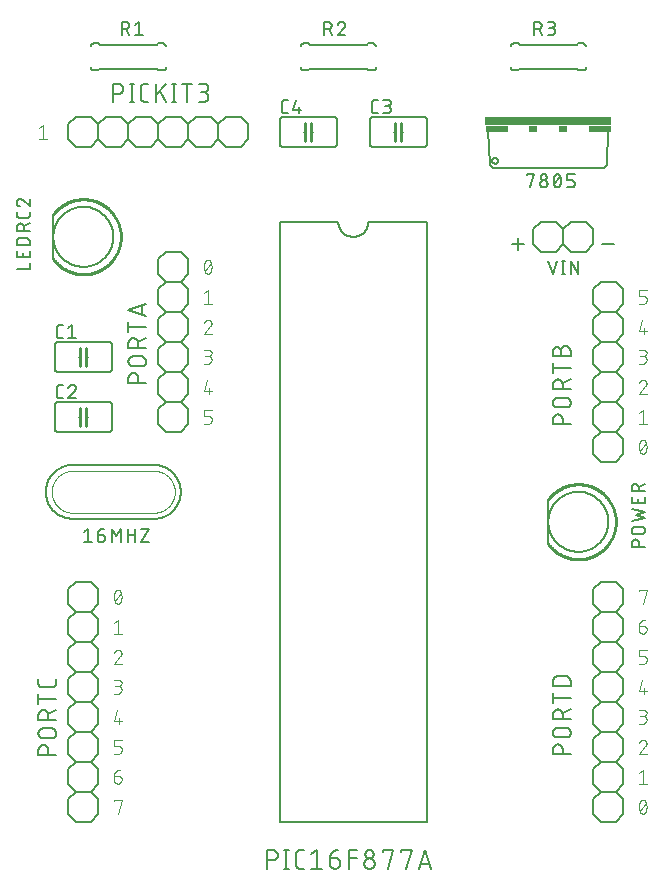
<source format=gbr>
G04 EAGLE Gerber RS-274X export*
G75*
%MOMM*%
%FSLAX34Y34*%
%LPD*%
%INSilkscreen Top*%
%IPPOS*%
%AMOC8*
5,1,8,0,0,1.08239X$1,22.5*%
G01*
%ADD10C,0.101600*%
%ADD11C,0.127000*%
%ADD12C,0.152400*%
%ADD13C,0.254000*%
%ADD14R,10.668000X0.762000*%
%ADD15R,1.905000X0.508000*%
%ADD16R,0.762000X0.508000*%
%ADD17C,0.177800*%
%ADD18C,0.203200*%
%ADD19C,0.050800*%


D10*
X204682Y575719D02*
X204583Y575511D01*
X204490Y575301D01*
X204402Y575089D01*
X204319Y574875D01*
X204241Y574658D01*
X204168Y574440D01*
X204100Y574221D01*
X204038Y573999D01*
X203981Y573777D01*
X203929Y573553D01*
X203883Y573328D01*
X203842Y573102D01*
X203807Y572874D01*
X203777Y572647D01*
X203752Y572418D01*
X203733Y572189D01*
X203719Y571960D01*
X203711Y571730D01*
X203708Y571500D01*
X204682Y575719D02*
X204715Y575809D01*
X204751Y575898D01*
X204791Y575986D01*
X204835Y576071D01*
X204882Y576155D01*
X204932Y576237D01*
X204986Y576317D01*
X205042Y576394D01*
X205102Y576470D01*
X205165Y576543D01*
X205230Y576613D01*
X205299Y576681D01*
X205370Y576745D01*
X205443Y576807D01*
X205519Y576866D01*
X205597Y576922D01*
X205678Y576975D01*
X205760Y577024D01*
X205844Y577070D01*
X205931Y577113D01*
X206018Y577152D01*
X206108Y577188D01*
X206198Y577220D01*
X206290Y577248D01*
X206383Y577273D01*
X206477Y577294D01*
X206571Y577311D01*
X206666Y577325D01*
X206762Y577334D01*
X206858Y577340D01*
X206954Y577342D01*
X207050Y577340D01*
X207146Y577334D01*
X207242Y577325D01*
X207337Y577311D01*
X207431Y577294D01*
X207525Y577273D01*
X207618Y577248D01*
X207710Y577220D01*
X207800Y577188D01*
X207890Y577152D01*
X207977Y577113D01*
X208064Y577070D01*
X208148Y577024D01*
X208230Y576975D01*
X208311Y576922D01*
X208389Y576866D01*
X208465Y576807D01*
X208538Y576745D01*
X208609Y576681D01*
X208678Y576613D01*
X208743Y576543D01*
X208806Y576470D01*
X208866Y576394D01*
X208922Y576317D01*
X208976Y576237D01*
X209026Y576155D01*
X209073Y576071D01*
X209117Y575986D01*
X209157Y575898D01*
X209193Y575809D01*
X209226Y575719D01*
X209325Y575512D01*
X209418Y575302D01*
X209506Y575089D01*
X209589Y574875D01*
X209667Y574659D01*
X209740Y574441D01*
X209808Y574221D01*
X209870Y574000D01*
X209927Y573777D01*
X209979Y573553D01*
X210025Y573328D01*
X210066Y573102D01*
X210101Y572875D01*
X210131Y572647D01*
X210156Y572418D01*
X210175Y572189D01*
X210189Y571960D01*
X210197Y571730D01*
X210200Y571500D01*
X203708Y571500D02*
X203711Y571270D01*
X203719Y571040D01*
X203733Y570811D01*
X203752Y570582D01*
X203777Y570353D01*
X203807Y570125D01*
X203842Y569898D01*
X203883Y569672D01*
X203929Y569447D01*
X203981Y569223D01*
X204038Y569000D01*
X204100Y568779D01*
X204168Y568559D01*
X204241Y568341D01*
X204319Y568125D01*
X204402Y567911D01*
X204490Y567699D01*
X204583Y567488D01*
X204682Y567281D01*
X204715Y567191D01*
X204751Y567102D01*
X204792Y567014D01*
X204835Y566929D01*
X204882Y566845D01*
X204932Y566763D01*
X204986Y566683D01*
X205042Y566606D01*
X205102Y566530D01*
X205165Y566457D01*
X205230Y566387D01*
X205299Y566319D01*
X205370Y566255D01*
X205443Y566193D01*
X205519Y566134D01*
X205597Y566078D01*
X205678Y566025D01*
X205760Y565976D01*
X205844Y565930D01*
X205931Y565887D01*
X206018Y565848D01*
X206108Y565812D01*
X206198Y565780D01*
X206290Y565752D01*
X206383Y565727D01*
X206477Y565706D01*
X206571Y565689D01*
X206666Y565675D01*
X206762Y565666D01*
X206858Y565660D01*
X206954Y565658D01*
X209225Y567281D02*
X209324Y567488D01*
X209417Y567699D01*
X209505Y567911D01*
X209588Y568125D01*
X209666Y568341D01*
X209739Y568559D01*
X209807Y568779D01*
X209869Y569000D01*
X209926Y569223D01*
X209978Y569447D01*
X210024Y569672D01*
X210065Y569898D01*
X210100Y570125D01*
X210130Y570353D01*
X210155Y570582D01*
X210174Y570811D01*
X210188Y571040D01*
X210196Y571270D01*
X210199Y571500D01*
X209226Y567281D02*
X209193Y567191D01*
X209157Y567102D01*
X209117Y567014D01*
X209073Y566929D01*
X209026Y566845D01*
X208976Y566763D01*
X208922Y566683D01*
X208866Y566606D01*
X208806Y566530D01*
X208743Y566457D01*
X208678Y566387D01*
X208609Y566319D01*
X208538Y566255D01*
X208465Y566193D01*
X208389Y566134D01*
X208311Y566078D01*
X208230Y566025D01*
X208148Y565976D01*
X208064Y565930D01*
X207977Y565887D01*
X207890Y565848D01*
X207800Y565812D01*
X207710Y565780D01*
X207618Y565752D01*
X207525Y565727D01*
X207431Y565706D01*
X207337Y565689D01*
X207242Y565675D01*
X207146Y565666D01*
X207050Y565660D01*
X206954Y565658D01*
X204357Y568254D02*
X209550Y574746D01*
X206954Y551942D02*
X203708Y549346D01*
X206954Y551942D02*
X206954Y540258D01*
X210199Y540258D02*
X203708Y540258D01*
X207278Y526542D02*
X207385Y526540D01*
X207491Y526534D01*
X207597Y526524D01*
X207703Y526511D01*
X207809Y526493D01*
X207913Y526472D01*
X208017Y526447D01*
X208120Y526418D01*
X208221Y526386D01*
X208321Y526349D01*
X208420Y526309D01*
X208518Y526266D01*
X208614Y526219D01*
X208708Y526168D01*
X208800Y526114D01*
X208890Y526057D01*
X208978Y525997D01*
X209063Y525933D01*
X209146Y525866D01*
X209227Y525796D01*
X209305Y525724D01*
X209381Y525648D01*
X209453Y525570D01*
X209523Y525489D01*
X209590Y525406D01*
X209654Y525321D01*
X209714Y525233D01*
X209771Y525143D01*
X209825Y525051D01*
X209876Y524957D01*
X209923Y524861D01*
X209966Y524763D01*
X210006Y524664D01*
X210043Y524564D01*
X210075Y524463D01*
X210104Y524360D01*
X210129Y524256D01*
X210150Y524152D01*
X210168Y524046D01*
X210181Y523940D01*
X210191Y523834D01*
X210197Y523728D01*
X210199Y523621D01*
X207278Y526542D02*
X207157Y526540D01*
X207036Y526534D01*
X206916Y526524D01*
X206795Y526511D01*
X206676Y526493D01*
X206556Y526472D01*
X206438Y526447D01*
X206321Y526418D01*
X206204Y526385D01*
X206089Y526349D01*
X205975Y526308D01*
X205862Y526265D01*
X205750Y526217D01*
X205641Y526166D01*
X205533Y526111D01*
X205426Y526053D01*
X205322Y525992D01*
X205220Y525927D01*
X205120Y525859D01*
X205022Y525788D01*
X204926Y525714D01*
X204833Y525637D01*
X204743Y525556D01*
X204655Y525473D01*
X204570Y525387D01*
X204487Y525298D01*
X204408Y525207D01*
X204331Y525113D01*
X204258Y525017D01*
X204188Y524919D01*
X204121Y524818D01*
X204057Y524715D01*
X203997Y524610D01*
X203940Y524503D01*
X203886Y524395D01*
X203836Y524285D01*
X203790Y524173D01*
X203747Y524060D01*
X203708Y523945D01*
X209226Y521349D02*
X209305Y521426D01*
X209381Y521507D01*
X209454Y521590D01*
X209524Y521675D01*
X209591Y521763D01*
X209655Y521853D01*
X209715Y521945D01*
X209772Y522040D01*
X209826Y522136D01*
X209877Y522234D01*
X209924Y522334D01*
X209968Y522436D01*
X210008Y522539D01*
X210044Y522643D01*
X210076Y522749D01*
X210105Y522855D01*
X210130Y522963D01*
X210152Y523071D01*
X210169Y523181D01*
X210183Y523290D01*
X210192Y523400D01*
X210198Y523511D01*
X210200Y523621D01*
X209225Y521349D02*
X203708Y514858D01*
X210199Y514858D01*
X206954Y489458D02*
X203708Y489458D01*
X206954Y489458D02*
X207067Y489460D01*
X207180Y489466D01*
X207293Y489476D01*
X207406Y489490D01*
X207518Y489507D01*
X207629Y489529D01*
X207739Y489554D01*
X207849Y489584D01*
X207957Y489617D01*
X208064Y489654D01*
X208170Y489694D01*
X208274Y489739D01*
X208377Y489787D01*
X208478Y489838D01*
X208577Y489893D01*
X208674Y489951D01*
X208769Y490013D01*
X208862Y490078D01*
X208952Y490146D01*
X209040Y490217D01*
X209126Y490292D01*
X209209Y490369D01*
X209289Y490449D01*
X209366Y490532D01*
X209441Y490618D01*
X209512Y490706D01*
X209580Y490796D01*
X209645Y490889D01*
X209707Y490984D01*
X209765Y491081D01*
X209820Y491180D01*
X209871Y491281D01*
X209919Y491384D01*
X209964Y491488D01*
X210004Y491594D01*
X210041Y491701D01*
X210074Y491809D01*
X210104Y491919D01*
X210129Y492029D01*
X210151Y492140D01*
X210168Y492252D01*
X210182Y492365D01*
X210192Y492478D01*
X210198Y492591D01*
X210200Y492704D01*
X210198Y492817D01*
X210192Y492930D01*
X210182Y493043D01*
X210168Y493156D01*
X210151Y493268D01*
X210129Y493379D01*
X210104Y493489D01*
X210074Y493599D01*
X210041Y493707D01*
X210004Y493814D01*
X209964Y493920D01*
X209919Y494024D01*
X209871Y494127D01*
X209820Y494228D01*
X209765Y494327D01*
X209707Y494424D01*
X209645Y494519D01*
X209580Y494612D01*
X209512Y494702D01*
X209441Y494790D01*
X209366Y494876D01*
X209289Y494959D01*
X209209Y495039D01*
X209126Y495116D01*
X209040Y495191D01*
X208952Y495262D01*
X208862Y495330D01*
X208769Y495395D01*
X208674Y495457D01*
X208577Y495515D01*
X208478Y495570D01*
X208377Y495621D01*
X208274Y495669D01*
X208170Y495714D01*
X208064Y495754D01*
X207957Y495791D01*
X207849Y495824D01*
X207739Y495854D01*
X207629Y495879D01*
X207518Y495901D01*
X207406Y495918D01*
X207293Y495932D01*
X207180Y495942D01*
X207067Y495948D01*
X206954Y495950D01*
X207603Y501142D02*
X203708Y501142D01*
X207603Y501142D02*
X207704Y501140D01*
X207804Y501134D01*
X207904Y501124D01*
X208004Y501111D01*
X208103Y501093D01*
X208202Y501072D01*
X208299Y501047D01*
X208396Y501018D01*
X208491Y500985D01*
X208585Y500949D01*
X208677Y500909D01*
X208768Y500866D01*
X208857Y500819D01*
X208944Y500769D01*
X209030Y500715D01*
X209113Y500658D01*
X209193Y500598D01*
X209272Y500535D01*
X209348Y500468D01*
X209421Y500399D01*
X209491Y500327D01*
X209559Y500253D01*
X209624Y500176D01*
X209685Y500096D01*
X209744Y500014D01*
X209799Y499930D01*
X209851Y499844D01*
X209900Y499756D01*
X209945Y499666D01*
X209987Y499574D01*
X210025Y499481D01*
X210059Y499386D01*
X210090Y499291D01*
X210117Y499194D01*
X210140Y499096D01*
X210160Y498997D01*
X210175Y498897D01*
X210187Y498797D01*
X210195Y498697D01*
X210199Y498596D01*
X210199Y498496D01*
X210195Y498395D01*
X210187Y498295D01*
X210175Y498195D01*
X210160Y498095D01*
X210140Y497996D01*
X210117Y497898D01*
X210090Y497801D01*
X210059Y497706D01*
X210025Y497611D01*
X209987Y497518D01*
X209945Y497426D01*
X209900Y497336D01*
X209851Y497248D01*
X209799Y497162D01*
X209744Y497078D01*
X209685Y496996D01*
X209624Y496916D01*
X209559Y496839D01*
X209491Y496765D01*
X209421Y496693D01*
X209348Y496624D01*
X209272Y496557D01*
X209193Y496494D01*
X209113Y496434D01*
X209030Y496377D01*
X208944Y496323D01*
X208857Y496273D01*
X208768Y496226D01*
X208677Y496183D01*
X208585Y496143D01*
X208491Y496107D01*
X208396Y496074D01*
X208299Y496045D01*
X208202Y496020D01*
X208103Y495999D01*
X208004Y495981D01*
X207904Y495968D01*
X207804Y495958D01*
X207704Y495952D01*
X207603Y495950D01*
X207603Y495949D02*
X205006Y495949D01*
X206304Y475742D02*
X203708Y466654D01*
X210199Y466654D01*
X208252Y469251D02*
X208252Y464058D01*
X207603Y438658D02*
X203708Y438658D01*
X207603Y438658D02*
X207702Y438660D01*
X207802Y438666D01*
X207901Y438675D01*
X207999Y438688D01*
X208097Y438705D01*
X208195Y438726D01*
X208291Y438751D01*
X208386Y438779D01*
X208480Y438811D01*
X208573Y438846D01*
X208665Y438885D01*
X208755Y438928D01*
X208843Y438973D01*
X208930Y439023D01*
X209014Y439075D01*
X209097Y439131D01*
X209177Y439189D01*
X209255Y439251D01*
X209330Y439316D01*
X209403Y439384D01*
X209473Y439454D01*
X209541Y439527D01*
X209606Y439602D01*
X209668Y439680D01*
X209726Y439760D01*
X209782Y439843D01*
X209834Y439927D01*
X209884Y440014D01*
X209929Y440102D01*
X209972Y440192D01*
X210011Y440284D01*
X210046Y440377D01*
X210078Y440471D01*
X210106Y440566D01*
X210131Y440662D01*
X210152Y440760D01*
X210169Y440858D01*
X210182Y440956D01*
X210191Y441055D01*
X210197Y441155D01*
X210199Y441254D01*
X210199Y442553D01*
X210197Y442652D01*
X210191Y442752D01*
X210182Y442851D01*
X210169Y442949D01*
X210152Y443047D01*
X210131Y443145D01*
X210106Y443241D01*
X210078Y443336D01*
X210046Y443430D01*
X210011Y443523D01*
X209972Y443615D01*
X209929Y443705D01*
X209884Y443793D01*
X209834Y443880D01*
X209782Y443964D01*
X209726Y444047D01*
X209668Y444127D01*
X209606Y444205D01*
X209541Y444280D01*
X209473Y444353D01*
X209403Y444423D01*
X209330Y444491D01*
X209255Y444556D01*
X209177Y444618D01*
X209097Y444676D01*
X209014Y444732D01*
X208930Y444784D01*
X208843Y444834D01*
X208755Y444879D01*
X208665Y444922D01*
X208573Y444961D01*
X208480Y444996D01*
X208386Y445028D01*
X208291Y445056D01*
X208195Y445081D01*
X208097Y445102D01*
X207999Y445119D01*
X207901Y445132D01*
X207802Y445141D01*
X207702Y445147D01*
X207603Y445149D01*
X203708Y445149D01*
X203708Y450342D01*
X210199Y450342D01*
X128482Y296319D02*
X128383Y296111D01*
X128290Y295901D01*
X128202Y295689D01*
X128119Y295475D01*
X128041Y295258D01*
X127968Y295040D01*
X127900Y294821D01*
X127838Y294599D01*
X127781Y294377D01*
X127729Y294153D01*
X127683Y293928D01*
X127642Y293702D01*
X127607Y293474D01*
X127577Y293247D01*
X127552Y293018D01*
X127533Y292789D01*
X127519Y292560D01*
X127511Y292330D01*
X127508Y292100D01*
X128482Y296319D02*
X128515Y296409D01*
X128551Y296498D01*
X128591Y296586D01*
X128635Y296671D01*
X128682Y296755D01*
X128732Y296837D01*
X128786Y296917D01*
X128842Y296994D01*
X128902Y297070D01*
X128965Y297143D01*
X129030Y297213D01*
X129099Y297281D01*
X129170Y297345D01*
X129243Y297407D01*
X129319Y297466D01*
X129397Y297522D01*
X129478Y297575D01*
X129560Y297624D01*
X129644Y297670D01*
X129731Y297713D01*
X129818Y297752D01*
X129908Y297788D01*
X129998Y297820D01*
X130090Y297848D01*
X130183Y297873D01*
X130277Y297894D01*
X130371Y297911D01*
X130466Y297925D01*
X130562Y297934D01*
X130658Y297940D01*
X130754Y297942D01*
X130850Y297940D01*
X130946Y297934D01*
X131042Y297925D01*
X131137Y297911D01*
X131231Y297894D01*
X131325Y297873D01*
X131418Y297848D01*
X131510Y297820D01*
X131600Y297788D01*
X131690Y297752D01*
X131777Y297713D01*
X131864Y297670D01*
X131948Y297624D01*
X132030Y297575D01*
X132111Y297522D01*
X132189Y297466D01*
X132265Y297407D01*
X132338Y297345D01*
X132409Y297281D01*
X132478Y297213D01*
X132543Y297143D01*
X132606Y297070D01*
X132666Y296994D01*
X132722Y296917D01*
X132776Y296837D01*
X132826Y296755D01*
X132873Y296671D01*
X132917Y296586D01*
X132957Y296498D01*
X132993Y296409D01*
X133026Y296319D01*
X133125Y296112D01*
X133218Y295902D01*
X133306Y295689D01*
X133389Y295475D01*
X133467Y295259D01*
X133540Y295041D01*
X133608Y294821D01*
X133670Y294600D01*
X133727Y294377D01*
X133779Y294153D01*
X133825Y293928D01*
X133866Y293702D01*
X133901Y293475D01*
X133931Y293247D01*
X133956Y293018D01*
X133975Y292789D01*
X133989Y292560D01*
X133997Y292330D01*
X134000Y292100D01*
X127508Y292100D02*
X127511Y291870D01*
X127519Y291640D01*
X127533Y291411D01*
X127552Y291182D01*
X127577Y290953D01*
X127607Y290725D01*
X127642Y290498D01*
X127683Y290272D01*
X127729Y290047D01*
X127781Y289823D01*
X127838Y289600D01*
X127900Y289379D01*
X127968Y289159D01*
X128041Y288941D01*
X128119Y288725D01*
X128202Y288511D01*
X128290Y288299D01*
X128383Y288088D01*
X128482Y287881D01*
X128515Y287791D01*
X128551Y287702D01*
X128592Y287614D01*
X128635Y287529D01*
X128682Y287445D01*
X128732Y287363D01*
X128786Y287283D01*
X128842Y287206D01*
X128902Y287130D01*
X128965Y287057D01*
X129030Y286987D01*
X129099Y286919D01*
X129170Y286855D01*
X129243Y286793D01*
X129319Y286734D01*
X129397Y286678D01*
X129478Y286625D01*
X129560Y286576D01*
X129644Y286530D01*
X129731Y286487D01*
X129818Y286448D01*
X129908Y286412D01*
X129998Y286380D01*
X130090Y286352D01*
X130183Y286327D01*
X130277Y286306D01*
X130371Y286289D01*
X130466Y286275D01*
X130562Y286266D01*
X130658Y286260D01*
X130754Y286258D01*
X133025Y287881D02*
X133124Y288088D01*
X133217Y288299D01*
X133305Y288511D01*
X133388Y288725D01*
X133466Y288941D01*
X133539Y289159D01*
X133607Y289379D01*
X133669Y289600D01*
X133726Y289823D01*
X133778Y290047D01*
X133824Y290272D01*
X133865Y290498D01*
X133900Y290725D01*
X133930Y290953D01*
X133955Y291182D01*
X133974Y291411D01*
X133988Y291640D01*
X133996Y291870D01*
X133999Y292100D01*
X133026Y287881D02*
X132993Y287791D01*
X132957Y287702D01*
X132917Y287614D01*
X132873Y287529D01*
X132826Y287445D01*
X132776Y287363D01*
X132722Y287283D01*
X132666Y287206D01*
X132606Y287130D01*
X132543Y287057D01*
X132478Y286987D01*
X132409Y286919D01*
X132338Y286855D01*
X132265Y286793D01*
X132189Y286734D01*
X132111Y286678D01*
X132030Y286625D01*
X131948Y286576D01*
X131864Y286530D01*
X131777Y286487D01*
X131690Y286448D01*
X131600Y286412D01*
X131510Y286380D01*
X131418Y286352D01*
X131325Y286327D01*
X131231Y286306D01*
X131137Y286289D01*
X131042Y286275D01*
X130946Y286266D01*
X130850Y286260D01*
X130754Y286258D01*
X128157Y288854D02*
X133350Y295346D01*
X130754Y272542D02*
X127508Y269946D01*
X130754Y272542D02*
X130754Y260858D01*
X133999Y260858D02*
X127508Y260858D01*
X131078Y247142D02*
X131185Y247140D01*
X131291Y247134D01*
X131397Y247124D01*
X131503Y247111D01*
X131609Y247093D01*
X131713Y247072D01*
X131817Y247047D01*
X131920Y247018D01*
X132021Y246986D01*
X132121Y246949D01*
X132220Y246909D01*
X132318Y246866D01*
X132414Y246819D01*
X132508Y246768D01*
X132600Y246714D01*
X132690Y246657D01*
X132778Y246597D01*
X132863Y246533D01*
X132946Y246466D01*
X133027Y246396D01*
X133105Y246324D01*
X133181Y246248D01*
X133253Y246170D01*
X133323Y246089D01*
X133390Y246006D01*
X133454Y245921D01*
X133514Y245833D01*
X133571Y245743D01*
X133625Y245651D01*
X133676Y245557D01*
X133723Y245461D01*
X133766Y245363D01*
X133806Y245264D01*
X133843Y245164D01*
X133875Y245063D01*
X133904Y244960D01*
X133929Y244856D01*
X133950Y244752D01*
X133968Y244646D01*
X133981Y244540D01*
X133991Y244434D01*
X133997Y244328D01*
X133999Y244221D01*
X131078Y247142D02*
X130957Y247140D01*
X130836Y247134D01*
X130716Y247124D01*
X130595Y247111D01*
X130476Y247093D01*
X130356Y247072D01*
X130238Y247047D01*
X130121Y247018D01*
X130004Y246985D01*
X129889Y246949D01*
X129775Y246908D01*
X129662Y246865D01*
X129550Y246817D01*
X129441Y246766D01*
X129333Y246711D01*
X129226Y246653D01*
X129122Y246592D01*
X129020Y246527D01*
X128920Y246459D01*
X128822Y246388D01*
X128726Y246314D01*
X128633Y246237D01*
X128543Y246156D01*
X128455Y246073D01*
X128370Y245987D01*
X128287Y245898D01*
X128208Y245807D01*
X128131Y245713D01*
X128058Y245617D01*
X127988Y245519D01*
X127921Y245418D01*
X127857Y245315D01*
X127797Y245210D01*
X127740Y245103D01*
X127686Y244995D01*
X127636Y244885D01*
X127590Y244773D01*
X127547Y244660D01*
X127508Y244545D01*
X133026Y241949D02*
X133105Y242026D01*
X133181Y242107D01*
X133254Y242190D01*
X133324Y242275D01*
X133391Y242363D01*
X133455Y242453D01*
X133515Y242545D01*
X133572Y242640D01*
X133626Y242736D01*
X133677Y242834D01*
X133724Y242934D01*
X133768Y243036D01*
X133808Y243139D01*
X133844Y243243D01*
X133876Y243349D01*
X133905Y243455D01*
X133930Y243563D01*
X133952Y243671D01*
X133969Y243781D01*
X133983Y243890D01*
X133992Y244000D01*
X133998Y244111D01*
X134000Y244221D01*
X133025Y241949D02*
X127508Y235458D01*
X133999Y235458D01*
X130754Y210058D02*
X127508Y210058D01*
X130754Y210058D02*
X130867Y210060D01*
X130980Y210066D01*
X131093Y210076D01*
X131206Y210090D01*
X131318Y210107D01*
X131429Y210129D01*
X131539Y210154D01*
X131649Y210184D01*
X131757Y210217D01*
X131864Y210254D01*
X131970Y210294D01*
X132074Y210339D01*
X132177Y210387D01*
X132278Y210438D01*
X132377Y210493D01*
X132474Y210551D01*
X132569Y210613D01*
X132662Y210678D01*
X132752Y210746D01*
X132840Y210817D01*
X132926Y210892D01*
X133009Y210969D01*
X133089Y211049D01*
X133166Y211132D01*
X133241Y211218D01*
X133312Y211306D01*
X133380Y211396D01*
X133445Y211489D01*
X133507Y211584D01*
X133565Y211681D01*
X133620Y211780D01*
X133671Y211881D01*
X133719Y211984D01*
X133764Y212088D01*
X133804Y212194D01*
X133841Y212301D01*
X133874Y212409D01*
X133904Y212519D01*
X133929Y212629D01*
X133951Y212740D01*
X133968Y212852D01*
X133982Y212965D01*
X133992Y213078D01*
X133998Y213191D01*
X134000Y213304D01*
X133998Y213417D01*
X133992Y213530D01*
X133982Y213643D01*
X133968Y213756D01*
X133951Y213868D01*
X133929Y213979D01*
X133904Y214089D01*
X133874Y214199D01*
X133841Y214307D01*
X133804Y214414D01*
X133764Y214520D01*
X133719Y214624D01*
X133671Y214727D01*
X133620Y214828D01*
X133565Y214927D01*
X133507Y215024D01*
X133445Y215119D01*
X133380Y215212D01*
X133312Y215302D01*
X133241Y215390D01*
X133166Y215476D01*
X133089Y215559D01*
X133009Y215639D01*
X132926Y215716D01*
X132840Y215791D01*
X132752Y215862D01*
X132662Y215930D01*
X132569Y215995D01*
X132474Y216057D01*
X132377Y216115D01*
X132278Y216170D01*
X132177Y216221D01*
X132074Y216269D01*
X131970Y216314D01*
X131864Y216354D01*
X131757Y216391D01*
X131649Y216424D01*
X131539Y216454D01*
X131429Y216479D01*
X131318Y216501D01*
X131206Y216518D01*
X131093Y216532D01*
X130980Y216542D01*
X130867Y216548D01*
X130754Y216550D01*
X131403Y221742D02*
X127508Y221742D01*
X131403Y221742D02*
X131504Y221740D01*
X131604Y221734D01*
X131704Y221724D01*
X131804Y221711D01*
X131903Y221693D01*
X132002Y221672D01*
X132099Y221647D01*
X132196Y221618D01*
X132291Y221585D01*
X132385Y221549D01*
X132477Y221509D01*
X132568Y221466D01*
X132657Y221419D01*
X132744Y221369D01*
X132830Y221315D01*
X132913Y221258D01*
X132993Y221198D01*
X133072Y221135D01*
X133148Y221068D01*
X133221Y220999D01*
X133291Y220927D01*
X133359Y220853D01*
X133424Y220776D01*
X133485Y220696D01*
X133544Y220614D01*
X133599Y220530D01*
X133651Y220444D01*
X133700Y220356D01*
X133745Y220266D01*
X133787Y220174D01*
X133825Y220081D01*
X133859Y219986D01*
X133890Y219891D01*
X133917Y219794D01*
X133940Y219696D01*
X133960Y219597D01*
X133975Y219497D01*
X133987Y219397D01*
X133995Y219297D01*
X133999Y219196D01*
X133999Y219096D01*
X133995Y218995D01*
X133987Y218895D01*
X133975Y218795D01*
X133960Y218695D01*
X133940Y218596D01*
X133917Y218498D01*
X133890Y218401D01*
X133859Y218306D01*
X133825Y218211D01*
X133787Y218118D01*
X133745Y218026D01*
X133700Y217936D01*
X133651Y217848D01*
X133599Y217762D01*
X133544Y217678D01*
X133485Y217596D01*
X133424Y217516D01*
X133359Y217439D01*
X133291Y217365D01*
X133221Y217293D01*
X133148Y217224D01*
X133072Y217157D01*
X132993Y217094D01*
X132913Y217034D01*
X132830Y216977D01*
X132744Y216923D01*
X132657Y216873D01*
X132568Y216826D01*
X132477Y216783D01*
X132385Y216743D01*
X132291Y216707D01*
X132196Y216674D01*
X132099Y216645D01*
X132002Y216620D01*
X131903Y216599D01*
X131804Y216581D01*
X131704Y216568D01*
X131604Y216558D01*
X131504Y216552D01*
X131403Y216550D01*
X131403Y216549D02*
X128806Y216549D01*
X130104Y196342D02*
X127508Y187254D01*
X133999Y187254D01*
X132052Y189851D02*
X132052Y184658D01*
X131403Y159258D02*
X127508Y159258D01*
X131403Y159258D02*
X131502Y159260D01*
X131602Y159266D01*
X131701Y159275D01*
X131799Y159288D01*
X131897Y159305D01*
X131995Y159326D01*
X132091Y159351D01*
X132186Y159379D01*
X132280Y159411D01*
X132373Y159446D01*
X132465Y159485D01*
X132555Y159528D01*
X132643Y159573D01*
X132730Y159623D01*
X132814Y159675D01*
X132897Y159731D01*
X132977Y159789D01*
X133055Y159851D01*
X133130Y159916D01*
X133203Y159984D01*
X133273Y160054D01*
X133341Y160127D01*
X133406Y160202D01*
X133468Y160280D01*
X133526Y160360D01*
X133582Y160443D01*
X133634Y160527D01*
X133684Y160614D01*
X133729Y160702D01*
X133772Y160792D01*
X133811Y160884D01*
X133846Y160977D01*
X133878Y161071D01*
X133906Y161166D01*
X133931Y161262D01*
X133952Y161360D01*
X133969Y161458D01*
X133982Y161556D01*
X133991Y161655D01*
X133997Y161755D01*
X133999Y161854D01*
X133999Y163153D01*
X133997Y163252D01*
X133991Y163352D01*
X133982Y163451D01*
X133969Y163549D01*
X133952Y163647D01*
X133931Y163745D01*
X133906Y163841D01*
X133878Y163936D01*
X133846Y164030D01*
X133811Y164123D01*
X133772Y164215D01*
X133729Y164305D01*
X133684Y164393D01*
X133634Y164480D01*
X133582Y164564D01*
X133526Y164647D01*
X133468Y164727D01*
X133406Y164805D01*
X133341Y164880D01*
X133273Y164953D01*
X133203Y165023D01*
X133130Y165091D01*
X133055Y165156D01*
X132977Y165218D01*
X132897Y165276D01*
X132814Y165332D01*
X132730Y165384D01*
X132643Y165434D01*
X132555Y165479D01*
X132465Y165522D01*
X132373Y165561D01*
X132280Y165596D01*
X132186Y165628D01*
X132091Y165656D01*
X131995Y165681D01*
X131897Y165702D01*
X131799Y165719D01*
X131701Y165732D01*
X131602Y165741D01*
X131502Y165747D01*
X131403Y165749D01*
X127508Y165749D01*
X127508Y170942D01*
X133999Y170942D01*
X131403Y140349D02*
X127508Y140349D01*
X131403Y140349D02*
X131502Y140347D01*
X131602Y140341D01*
X131701Y140332D01*
X131799Y140319D01*
X131897Y140302D01*
X131995Y140281D01*
X132091Y140256D01*
X132186Y140228D01*
X132280Y140196D01*
X132373Y140161D01*
X132465Y140122D01*
X132555Y140079D01*
X132643Y140034D01*
X132730Y139984D01*
X132814Y139932D01*
X132897Y139876D01*
X132977Y139818D01*
X133055Y139756D01*
X133130Y139691D01*
X133203Y139623D01*
X133273Y139553D01*
X133341Y139480D01*
X133406Y139405D01*
X133468Y139327D01*
X133526Y139247D01*
X133582Y139164D01*
X133634Y139080D01*
X133684Y138993D01*
X133729Y138905D01*
X133772Y138815D01*
X133811Y138723D01*
X133846Y138630D01*
X133878Y138536D01*
X133906Y138441D01*
X133931Y138345D01*
X133952Y138247D01*
X133969Y138149D01*
X133982Y138051D01*
X133991Y137952D01*
X133997Y137852D01*
X133999Y137753D01*
X133999Y137104D01*
X134000Y137104D02*
X133998Y136991D01*
X133992Y136878D01*
X133982Y136765D01*
X133968Y136652D01*
X133951Y136540D01*
X133929Y136429D01*
X133904Y136319D01*
X133874Y136209D01*
X133841Y136101D01*
X133804Y135994D01*
X133764Y135888D01*
X133719Y135784D01*
X133671Y135681D01*
X133620Y135580D01*
X133565Y135481D01*
X133507Y135384D01*
X133445Y135289D01*
X133380Y135196D01*
X133312Y135106D01*
X133241Y135018D01*
X133166Y134932D01*
X133089Y134849D01*
X133009Y134769D01*
X132926Y134692D01*
X132840Y134617D01*
X132752Y134546D01*
X132662Y134478D01*
X132569Y134413D01*
X132474Y134351D01*
X132377Y134293D01*
X132278Y134238D01*
X132177Y134187D01*
X132074Y134139D01*
X131970Y134094D01*
X131864Y134054D01*
X131757Y134017D01*
X131649Y133984D01*
X131539Y133954D01*
X131429Y133929D01*
X131318Y133907D01*
X131206Y133890D01*
X131093Y133876D01*
X130980Y133866D01*
X130867Y133860D01*
X130754Y133858D01*
X130641Y133860D01*
X130528Y133866D01*
X130415Y133876D01*
X130302Y133890D01*
X130190Y133907D01*
X130079Y133929D01*
X129969Y133954D01*
X129859Y133984D01*
X129751Y134017D01*
X129644Y134054D01*
X129538Y134094D01*
X129434Y134139D01*
X129331Y134187D01*
X129230Y134238D01*
X129131Y134293D01*
X129034Y134351D01*
X128939Y134413D01*
X128846Y134478D01*
X128756Y134546D01*
X128668Y134617D01*
X128582Y134692D01*
X128499Y134769D01*
X128419Y134849D01*
X128342Y134932D01*
X128267Y135018D01*
X128196Y135106D01*
X128128Y135196D01*
X128063Y135289D01*
X128001Y135384D01*
X127943Y135481D01*
X127888Y135580D01*
X127837Y135681D01*
X127789Y135784D01*
X127744Y135888D01*
X127704Y135994D01*
X127667Y136101D01*
X127634Y136209D01*
X127604Y136319D01*
X127579Y136429D01*
X127557Y136540D01*
X127540Y136652D01*
X127526Y136765D01*
X127516Y136878D01*
X127510Y136991D01*
X127508Y137104D01*
X127508Y140349D01*
X127510Y140492D01*
X127516Y140635D01*
X127526Y140778D01*
X127540Y140920D01*
X127557Y141062D01*
X127579Y141204D01*
X127604Y141345D01*
X127634Y141485D01*
X127667Y141624D01*
X127704Y141762D01*
X127745Y141899D01*
X127789Y142035D01*
X127838Y142170D01*
X127890Y142303D01*
X127945Y142435D01*
X128005Y142565D01*
X128068Y142694D01*
X128134Y142821D01*
X128204Y142945D01*
X128277Y143068D01*
X128354Y143189D01*
X128434Y143308D01*
X128517Y143424D01*
X128603Y143539D01*
X128692Y143650D01*
X128785Y143760D01*
X128880Y143866D01*
X128979Y143970D01*
X129080Y144071D01*
X129184Y144170D01*
X129290Y144265D01*
X129400Y144358D01*
X129511Y144447D01*
X129626Y144533D01*
X129742Y144616D01*
X129861Y144696D01*
X129982Y144773D01*
X130104Y144846D01*
X130229Y144916D01*
X130356Y144982D01*
X130485Y145045D01*
X130615Y145105D01*
X130747Y145160D01*
X130880Y145212D01*
X131015Y145261D01*
X131151Y145305D01*
X131288Y145346D01*
X131426Y145383D01*
X131565Y145416D01*
X131705Y145446D01*
X131846Y145471D01*
X131988Y145493D01*
X132130Y145510D01*
X132272Y145524D01*
X132415Y145534D01*
X132558Y145540D01*
X132701Y145542D01*
X127508Y120142D02*
X127508Y118844D01*
X127508Y120142D02*
X133999Y120142D01*
X130754Y108458D01*
X572008Y540258D02*
X575903Y540258D01*
X576002Y540260D01*
X576102Y540266D01*
X576201Y540275D01*
X576299Y540288D01*
X576397Y540305D01*
X576495Y540326D01*
X576591Y540351D01*
X576686Y540379D01*
X576780Y540411D01*
X576873Y540446D01*
X576965Y540485D01*
X577055Y540528D01*
X577143Y540573D01*
X577230Y540623D01*
X577314Y540675D01*
X577397Y540731D01*
X577477Y540789D01*
X577555Y540851D01*
X577630Y540916D01*
X577703Y540984D01*
X577773Y541054D01*
X577841Y541127D01*
X577906Y541202D01*
X577968Y541280D01*
X578026Y541360D01*
X578082Y541443D01*
X578134Y541527D01*
X578184Y541614D01*
X578229Y541702D01*
X578272Y541792D01*
X578311Y541884D01*
X578346Y541977D01*
X578378Y542071D01*
X578406Y542166D01*
X578431Y542262D01*
X578452Y542360D01*
X578469Y542458D01*
X578482Y542556D01*
X578491Y542655D01*
X578497Y542755D01*
X578499Y542854D01*
X578499Y544153D01*
X578497Y544252D01*
X578491Y544352D01*
X578482Y544451D01*
X578469Y544549D01*
X578452Y544647D01*
X578431Y544745D01*
X578406Y544841D01*
X578378Y544936D01*
X578346Y545030D01*
X578311Y545123D01*
X578272Y545215D01*
X578229Y545305D01*
X578184Y545393D01*
X578134Y545480D01*
X578082Y545564D01*
X578026Y545647D01*
X577968Y545727D01*
X577906Y545805D01*
X577841Y545880D01*
X577773Y545953D01*
X577703Y546023D01*
X577630Y546091D01*
X577555Y546156D01*
X577477Y546218D01*
X577397Y546276D01*
X577314Y546332D01*
X577230Y546384D01*
X577143Y546434D01*
X577055Y546479D01*
X576965Y546522D01*
X576873Y546561D01*
X576780Y546596D01*
X576686Y546628D01*
X576591Y546656D01*
X576495Y546681D01*
X576397Y546702D01*
X576299Y546719D01*
X576201Y546732D01*
X576102Y546741D01*
X576002Y546747D01*
X575903Y546749D01*
X572008Y546749D01*
X572008Y551942D01*
X578499Y551942D01*
X574604Y526542D02*
X572008Y517454D01*
X578499Y517454D01*
X576552Y520051D02*
X576552Y514858D01*
X575254Y489458D02*
X572008Y489458D01*
X575254Y489458D02*
X575367Y489460D01*
X575480Y489466D01*
X575593Y489476D01*
X575706Y489490D01*
X575818Y489507D01*
X575929Y489529D01*
X576039Y489554D01*
X576149Y489584D01*
X576257Y489617D01*
X576364Y489654D01*
X576470Y489694D01*
X576574Y489739D01*
X576677Y489787D01*
X576778Y489838D01*
X576877Y489893D01*
X576974Y489951D01*
X577069Y490013D01*
X577162Y490078D01*
X577252Y490146D01*
X577340Y490217D01*
X577426Y490292D01*
X577509Y490369D01*
X577589Y490449D01*
X577666Y490532D01*
X577741Y490618D01*
X577812Y490706D01*
X577880Y490796D01*
X577945Y490889D01*
X578007Y490984D01*
X578065Y491081D01*
X578120Y491180D01*
X578171Y491281D01*
X578219Y491384D01*
X578264Y491488D01*
X578304Y491594D01*
X578341Y491701D01*
X578374Y491809D01*
X578404Y491919D01*
X578429Y492029D01*
X578451Y492140D01*
X578468Y492252D01*
X578482Y492365D01*
X578492Y492478D01*
X578498Y492591D01*
X578500Y492704D01*
X578498Y492817D01*
X578492Y492930D01*
X578482Y493043D01*
X578468Y493156D01*
X578451Y493268D01*
X578429Y493379D01*
X578404Y493489D01*
X578374Y493599D01*
X578341Y493707D01*
X578304Y493814D01*
X578264Y493920D01*
X578219Y494024D01*
X578171Y494127D01*
X578120Y494228D01*
X578065Y494327D01*
X578007Y494424D01*
X577945Y494519D01*
X577880Y494612D01*
X577812Y494702D01*
X577741Y494790D01*
X577666Y494876D01*
X577589Y494959D01*
X577509Y495039D01*
X577426Y495116D01*
X577340Y495191D01*
X577252Y495262D01*
X577162Y495330D01*
X577069Y495395D01*
X576974Y495457D01*
X576877Y495515D01*
X576778Y495570D01*
X576677Y495621D01*
X576574Y495669D01*
X576470Y495714D01*
X576364Y495754D01*
X576257Y495791D01*
X576149Y495824D01*
X576039Y495854D01*
X575929Y495879D01*
X575818Y495901D01*
X575706Y495918D01*
X575593Y495932D01*
X575480Y495942D01*
X575367Y495948D01*
X575254Y495950D01*
X575903Y501142D02*
X572008Y501142D01*
X575903Y501142D02*
X576004Y501140D01*
X576104Y501134D01*
X576204Y501124D01*
X576304Y501111D01*
X576403Y501093D01*
X576502Y501072D01*
X576599Y501047D01*
X576696Y501018D01*
X576791Y500985D01*
X576885Y500949D01*
X576977Y500909D01*
X577068Y500866D01*
X577157Y500819D01*
X577244Y500769D01*
X577330Y500715D01*
X577413Y500658D01*
X577493Y500598D01*
X577572Y500535D01*
X577648Y500468D01*
X577721Y500399D01*
X577791Y500327D01*
X577859Y500253D01*
X577924Y500176D01*
X577985Y500096D01*
X578044Y500014D01*
X578099Y499930D01*
X578151Y499844D01*
X578200Y499756D01*
X578245Y499666D01*
X578287Y499574D01*
X578325Y499481D01*
X578359Y499386D01*
X578390Y499291D01*
X578417Y499194D01*
X578440Y499096D01*
X578460Y498997D01*
X578475Y498897D01*
X578487Y498797D01*
X578495Y498697D01*
X578499Y498596D01*
X578499Y498496D01*
X578495Y498395D01*
X578487Y498295D01*
X578475Y498195D01*
X578460Y498095D01*
X578440Y497996D01*
X578417Y497898D01*
X578390Y497801D01*
X578359Y497706D01*
X578325Y497611D01*
X578287Y497518D01*
X578245Y497426D01*
X578200Y497336D01*
X578151Y497248D01*
X578099Y497162D01*
X578044Y497078D01*
X577985Y496996D01*
X577924Y496916D01*
X577859Y496839D01*
X577791Y496765D01*
X577721Y496693D01*
X577648Y496624D01*
X577572Y496557D01*
X577493Y496494D01*
X577413Y496434D01*
X577330Y496377D01*
X577244Y496323D01*
X577157Y496273D01*
X577068Y496226D01*
X576977Y496183D01*
X576885Y496143D01*
X576791Y496107D01*
X576696Y496074D01*
X576599Y496045D01*
X576502Y496020D01*
X576403Y495999D01*
X576304Y495981D01*
X576204Y495968D01*
X576104Y495958D01*
X576004Y495952D01*
X575903Y495950D01*
X575903Y495949D02*
X573306Y495949D01*
X575578Y475742D02*
X575685Y475740D01*
X575791Y475734D01*
X575897Y475724D01*
X576003Y475711D01*
X576109Y475693D01*
X576213Y475672D01*
X576317Y475647D01*
X576420Y475618D01*
X576521Y475586D01*
X576621Y475549D01*
X576720Y475509D01*
X576818Y475466D01*
X576914Y475419D01*
X577008Y475368D01*
X577100Y475314D01*
X577190Y475257D01*
X577278Y475197D01*
X577363Y475133D01*
X577446Y475066D01*
X577527Y474996D01*
X577605Y474924D01*
X577681Y474848D01*
X577753Y474770D01*
X577823Y474689D01*
X577890Y474606D01*
X577954Y474521D01*
X578014Y474433D01*
X578071Y474343D01*
X578125Y474251D01*
X578176Y474157D01*
X578223Y474061D01*
X578266Y473963D01*
X578306Y473864D01*
X578343Y473764D01*
X578375Y473663D01*
X578404Y473560D01*
X578429Y473456D01*
X578450Y473352D01*
X578468Y473246D01*
X578481Y473140D01*
X578491Y473034D01*
X578497Y472928D01*
X578499Y472821D01*
X575578Y475742D02*
X575457Y475740D01*
X575336Y475734D01*
X575216Y475724D01*
X575095Y475711D01*
X574976Y475693D01*
X574856Y475672D01*
X574738Y475647D01*
X574621Y475618D01*
X574504Y475585D01*
X574389Y475549D01*
X574275Y475508D01*
X574162Y475465D01*
X574050Y475417D01*
X573941Y475366D01*
X573833Y475311D01*
X573726Y475253D01*
X573622Y475192D01*
X573520Y475127D01*
X573420Y475059D01*
X573322Y474988D01*
X573226Y474914D01*
X573133Y474837D01*
X573043Y474756D01*
X572955Y474673D01*
X572870Y474587D01*
X572787Y474498D01*
X572708Y474407D01*
X572631Y474313D01*
X572558Y474217D01*
X572488Y474119D01*
X572421Y474018D01*
X572357Y473915D01*
X572297Y473810D01*
X572240Y473703D01*
X572186Y473595D01*
X572136Y473485D01*
X572090Y473373D01*
X572047Y473260D01*
X572008Y473145D01*
X577526Y470549D02*
X577605Y470626D01*
X577681Y470707D01*
X577754Y470790D01*
X577824Y470875D01*
X577891Y470963D01*
X577955Y471053D01*
X578015Y471145D01*
X578072Y471240D01*
X578126Y471336D01*
X578177Y471434D01*
X578224Y471534D01*
X578268Y471636D01*
X578308Y471739D01*
X578344Y471843D01*
X578376Y471949D01*
X578405Y472055D01*
X578430Y472163D01*
X578452Y472271D01*
X578469Y472381D01*
X578483Y472490D01*
X578492Y472600D01*
X578498Y472711D01*
X578500Y472821D01*
X577525Y470549D02*
X572008Y464058D01*
X578499Y464058D01*
X575254Y450342D02*
X572008Y447746D01*
X575254Y450342D02*
X575254Y438658D01*
X578499Y438658D02*
X572008Y438658D01*
X572982Y423319D02*
X572883Y423111D01*
X572790Y422901D01*
X572702Y422689D01*
X572619Y422475D01*
X572541Y422258D01*
X572468Y422040D01*
X572400Y421821D01*
X572338Y421599D01*
X572281Y421377D01*
X572229Y421153D01*
X572183Y420928D01*
X572142Y420702D01*
X572107Y420474D01*
X572077Y420247D01*
X572052Y420018D01*
X572033Y419789D01*
X572019Y419560D01*
X572011Y419330D01*
X572008Y419100D01*
X572982Y423319D02*
X573015Y423409D01*
X573051Y423498D01*
X573091Y423586D01*
X573135Y423671D01*
X573182Y423755D01*
X573232Y423837D01*
X573286Y423917D01*
X573342Y423994D01*
X573402Y424070D01*
X573465Y424143D01*
X573530Y424213D01*
X573599Y424281D01*
X573670Y424345D01*
X573743Y424407D01*
X573819Y424466D01*
X573897Y424522D01*
X573978Y424575D01*
X574060Y424624D01*
X574144Y424670D01*
X574231Y424713D01*
X574318Y424752D01*
X574408Y424788D01*
X574498Y424820D01*
X574590Y424848D01*
X574683Y424873D01*
X574777Y424894D01*
X574871Y424911D01*
X574966Y424925D01*
X575062Y424934D01*
X575158Y424940D01*
X575254Y424942D01*
X575350Y424940D01*
X575446Y424934D01*
X575542Y424925D01*
X575637Y424911D01*
X575731Y424894D01*
X575825Y424873D01*
X575918Y424848D01*
X576010Y424820D01*
X576100Y424788D01*
X576190Y424752D01*
X576277Y424713D01*
X576364Y424670D01*
X576448Y424624D01*
X576530Y424575D01*
X576611Y424522D01*
X576689Y424466D01*
X576765Y424407D01*
X576838Y424345D01*
X576909Y424281D01*
X576978Y424213D01*
X577043Y424143D01*
X577106Y424070D01*
X577166Y423994D01*
X577222Y423917D01*
X577276Y423837D01*
X577326Y423755D01*
X577373Y423671D01*
X577417Y423586D01*
X577457Y423498D01*
X577493Y423409D01*
X577526Y423319D01*
X577625Y423112D01*
X577718Y422902D01*
X577806Y422689D01*
X577889Y422475D01*
X577967Y422259D01*
X578040Y422041D01*
X578108Y421821D01*
X578170Y421600D01*
X578227Y421377D01*
X578279Y421153D01*
X578325Y420928D01*
X578366Y420702D01*
X578401Y420475D01*
X578431Y420247D01*
X578456Y420018D01*
X578475Y419789D01*
X578489Y419560D01*
X578497Y419330D01*
X578500Y419100D01*
X572008Y419100D02*
X572011Y418870D01*
X572019Y418640D01*
X572033Y418411D01*
X572052Y418182D01*
X572077Y417953D01*
X572107Y417725D01*
X572142Y417498D01*
X572183Y417272D01*
X572229Y417047D01*
X572281Y416823D01*
X572338Y416600D01*
X572400Y416379D01*
X572468Y416159D01*
X572541Y415941D01*
X572619Y415725D01*
X572702Y415511D01*
X572790Y415299D01*
X572883Y415088D01*
X572982Y414881D01*
X573015Y414791D01*
X573051Y414702D01*
X573092Y414614D01*
X573135Y414529D01*
X573182Y414445D01*
X573232Y414363D01*
X573286Y414283D01*
X573342Y414206D01*
X573402Y414130D01*
X573465Y414057D01*
X573530Y413987D01*
X573599Y413919D01*
X573670Y413855D01*
X573743Y413793D01*
X573819Y413734D01*
X573897Y413678D01*
X573978Y413625D01*
X574060Y413576D01*
X574144Y413530D01*
X574231Y413487D01*
X574318Y413448D01*
X574408Y413412D01*
X574498Y413380D01*
X574590Y413352D01*
X574683Y413327D01*
X574777Y413306D01*
X574871Y413289D01*
X574966Y413275D01*
X575062Y413266D01*
X575158Y413260D01*
X575254Y413258D01*
X577525Y414881D02*
X577624Y415088D01*
X577717Y415299D01*
X577805Y415511D01*
X577888Y415725D01*
X577966Y415941D01*
X578039Y416159D01*
X578107Y416379D01*
X578169Y416600D01*
X578226Y416823D01*
X578278Y417047D01*
X578324Y417272D01*
X578365Y417498D01*
X578400Y417725D01*
X578430Y417953D01*
X578455Y418182D01*
X578474Y418411D01*
X578488Y418640D01*
X578496Y418870D01*
X578499Y419100D01*
X577526Y414881D02*
X577493Y414791D01*
X577457Y414702D01*
X577417Y414614D01*
X577373Y414529D01*
X577326Y414445D01*
X577276Y414363D01*
X577222Y414283D01*
X577166Y414206D01*
X577106Y414130D01*
X577043Y414057D01*
X576978Y413987D01*
X576909Y413919D01*
X576838Y413855D01*
X576765Y413793D01*
X576689Y413734D01*
X576611Y413678D01*
X576530Y413625D01*
X576448Y413576D01*
X576364Y413530D01*
X576277Y413487D01*
X576190Y413448D01*
X576100Y413412D01*
X576010Y413380D01*
X575918Y413352D01*
X575825Y413327D01*
X575731Y413306D01*
X575637Y413289D01*
X575542Y413275D01*
X575446Y413266D01*
X575350Y413260D01*
X575254Y413258D01*
X572657Y415854D02*
X577850Y422346D01*
X572008Y297942D02*
X572008Y296644D01*
X572008Y297942D02*
X578499Y297942D01*
X575254Y286258D01*
X575903Y267349D02*
X572008Y267349D01*
X575903Y267349D02*
X576002Y267347D01*
X576102Y267341D01*
X576201Y267332D01*
X576299Y267319D01*
X576397Y267302D01*
X576495Y267281D01*
X576591Y267256D01*
X576686Y267228D01*
X576780Y267196D01*
X576873Y267161D01*
X576965Y267122D01*
X577055Y267079D01*
X577143Y267034D01*
X577230Y266984D01*
X577314Y266932D01*
X577397Y266876D01*
X577477Y266818D01*
X577555Y266756D01*
X577630Y266691D01*
X577703Y266623D01*
X577773Y266553D01*
X577841Y266480D01*
X577906Y266405D01*
X577968Y266327D01*
X578026Y266247D01*
X578082Y266164D01*
X578134Y266080D01*
X578184Y265993D01*
X578229Y265905D01*
X578272Y265815D01*
X578311Y265723D01*
X578346Y265630D01*
X578378Y265536D01*
X578406Y265441D01*
X578431Y265345D01*
X578452Y265247D01*
X578469Y265149D01*
X578482Y265051D01*
X578491Y264952D01*
X578497Y264852D01*
X578499Y264753D01*
X578499Y264104D01*
X578500Y264104D02*
X578498Y263991D01*
X578492Y263878D01*
X578482Y263765D01*
X578468Y263652D01*
X578451Y263540D01*
X578429Y263429D01*
X578404Y263319D01*
X578374Y263209D01*
X578341Y263101D01*
X578304Y262994D01*
X578264Y262888D01*
X578219Y262784D01*
X578171Y262681D01*
X578120Y262580D01*
X578065Y262481D01*
X578007Y262384D01*
X577945Y262289D01*
X577880Y262196D01*
X577812Y262106D01*
X577741Y262018D01*
X577666Y261932D01*
X577589Y261849D01*
X577509Y261769D01*
X577426Y261692D01*
X577340Y261617D01*
X577252Y261546D01*
X577162Y261478D01*
X577069Y261413D01*
X576974Y261351D01*
X576877Y261293D01*
X576778Y261238D01*
X576677Y261187D01*
X576574Y261139D01*
X576470Y261094D01*
X576364Y261054D01*
X576257Y261017D01*
X576149Y260984D01*
X576039Y260954D01*
X575929Y260929D01*
X575818Y260907D01*
X575706Y260890D01*
X575593Y260876D01*
X575480Y260866D01*
X575367Y260860D01*
X575254Y260858D01*
X575141Y260860D01*
X575028Y260866D01*
X574915Y260876D01*
X574802Y260890D01*
X574690Y260907D01*
X574579Y260929D01*
X574469Y260954D01*
X574359Y260984D01*
X574251Y261017D01*
X574144Y261054D01*
X574038Y261094D01*
X573934Y261139D01*
X573831Y261187D01*
X573730Y261238D01*
X573631Y261293D01*
X573534Y261351D01*
X573439Y261413D01*
X573346Y261478D01*
X573256Y261546D01*
X573168Y261617D01*
X573082Y261692D01*
X572999Y261769D01*
X572919Y261849D01*
X572842Y261932D01*
X572767Y262018D01*
X572696Y262106D01*
X572628Y262196D01*
X572563Y262289D01*
X572501Y262384D01*
X572443Y262481D01*
X572388Y262580D01*
X572337Y262681D01*
X572289Y262784D01*
X572244Y262888D01*
X572204Y262994D01*
X572167Y263101D01*
X572134Y263209D01*
X572104Y263319D01*
X572079Y263429D01*
X572057Y263540D01*
X572040Y263652D01*
X572026Y263765D01*
X572016Y263878D01*
X572010Y263991D01*
X572008Y264104D01*
X572008Y267349D01*
X572010Y267492D01*
X572016Y267635D01*
X572026Y267778D01*
X572040Y267920D01*
X572057Y268062D01*
X572079Y268204D01*
X572104Y268345D01*
X572134Y268485D01*
X572167Y268624D01*
X572204Y268762D01*
X572245Y268899D01*
X572289Y269035D01*
X572338Y269170D01*
X572390Y269303D01*
X572445Y269435D01*
X572505Y269565D01*
X572568Y269694D01*
X572634Y269821D01*
X572704Y269945D01*
X572777Y270068D01*
X572854Y270189D01*
X572934Y270308D01*
X573017Y270424D01*
X573103Y270539D01*
X573192Y270650D01*
X573285Y270760D01*
X573380Y270866D01*
X573479Y270970D01*
X573580Y271071D01*
X573684Y271170D01*
X573790Y271265D01*
X573900Y271358D01*
X574011Y271447D01*
X574126Y271533D01*
X574242Y271616D01*
X574361Y271696D01*
X574482Y271773D01*
X574604Y271846D01*
X574729Y271916D01*
X574856Y271982D01*
X574985Y272045D01*
X575115Y272105D01*
X575247Y272160D01*
X575380Y272212D01*
X575515Y272261D01*
X575651Y272305D01*
X575788Y272346D01*
X575926Y272383D01*
X576065Y272416D01*
X576205Y272446D01*
X576346Y272471D01*
X576488Y272493D01*
X576630Y272510D01*
X576772Y272524D01*
X576915Y272534D01*
X577058Y272540D01*
X577201Y272542D01*
X575903Y235458D02*
X572008Y235458D01*
X575903Y235458D02*
X576002Y235460D01*
X576102Y235466D01*
X576201Y235475D01*
X576299Y235488D01*
X576397Y235505D01*
X576495Y235526D01*
X576591Y235551D01*
X576686Y235579D01*
X576780Y235611D01*
X576873Y235646D01*
X576965Y235685D01*
X577055Y235728D01*
X577143Y235773D01*
X577230Y235823D01*
X577314Y235875D01*
X577397Y235931D01*
X577477Y235989D01*
X577555Y236051D01*
X577630Y236116D01*
X577703Y236184D01*
X577773Y236254D01*
X577841Y236327D01*
X577906Y236402D01*
X577968Y236480D01*
X578026Y236560D01*
X578082Y236643D01*
X578134Y236727D01*
X578184Y236814D01*
X578229Y236902D01*
X578272Y236992D01*
X578311Y237084D01*
X578346Y237177D01*
X578378Y237271D01*
X578406Y237366D01*
X578431Y237462D01*
X578452Y237560D01*
X578469Y237658D01*
X578482Y237756D01*
X578491Y237855D01*
X578497Y237955D01*
X578499Y238054D01*
X578499Y239353D01*
X578497Y239452D01*
X578491Y239552D01*
X578482Y239651D01*
X578469Y239749D01*
X578452Y239847D01*
X578431Y239945D01*
X578406Y240041D01*
X578378Y240136D01*
X578346Y240230D01*
X578311Y240323D01*
X578272Y240415D01*
X578229Y240505D01*
X578184Y240593D01*
X578134Y240680D01*
X578082Y240764D01*
X578026Y240847D01*
X577968Y240927D01*
X577906Y241005D01*
X577841Y241080D01*
X577773Y241153D01*
X577703Y241223D01*
X577630Y241291D01*
X577555Y241356D01*
X577477Y241418D01*
X577397Y241476D01*
X577314Y241532D01*
X577230Y241584D01*
X577143Y241634D01*
X577055Y241679D01*
X576965Y241722D01*
X576873Y241761D01*
X576780Y241796D01*
X576686Y241828D01*
X576591Y241856D01*
X576495Y241881D01*
X576397Y241902D01*
X576299Y241919D01*
X576201Y241932D01*
X576102Y241941D01*
X576002Y241947D01*
X575903Y241949D01*
X572008Y241949D01*
X572008Y247142D01*
X578499Y247142D01*
X574604Y221742D02*
X572008Y212654D01*
X578499Y212654D01*
X576552Y215251D02*
X576552Y210058D01*
X575254Y184658D02*
X572008Y184658D01*
X575254Y184658D02*
X575367Y184660D01*
X575480Y184666D01*
X575593Y184676D01*
X575706Y184690D01*
X575818Y184707D01*
X575929Y184729D01*
X576039Y184754D01*
X576149Y184784D01*
X576257Y184817D01*
X576364Y184854D01*
X576470Y184894D01*
X576574Y184939D01*
X576677Y184987D01*
X576778Y185038D01*
X576877Y185093D01*
X576974Y185151D01*
X577069Y185213D01*
X577162Y185278D01*
X577252Y185346D01*
X577340Y185417D01*
X577426Y185492D01*
X577509Y185569D01*
X577589Y185649D01*
X577666Y185732D01*
X577741Y185818D01*
X577812Y185906D01*
X577880Y185996D01*
X577945Y186089D01*
X578007Y186184D01*
X578065Y186281D01*
X578120Y186380D01*
X578171Y186481D01*
X578219Y186584D01*
X578264Y186688D01*
X578304Y186794D01*
X578341Y186901D01*
X578374Y187009D01*
X578404Y187119D01*
X578429Y187229D01*
X578451Y187340D01*
X578468Y187452D01*
X578482Y187565D01*
X578492Y187678D01*
X578498Y187791D01*
X578500Y187904D01*
X578498Y188017D01*
X578492Y188130D01*
X578482Y188243D01*
X578468Y188356D01*
X578451Y188468D01*
X578429Y188579D01*
X578404Y188689D01*
X578374Y188799D01*
X578341Y188907D01*
X578304Y189014D01*
X578264Y189120D01*
X578219Y189224D01*
X578171Y189327D01*
X578120Y189428D01*
X578065Y189527D01*
X578007Y189624D01*
X577945Y189719D01*
X577880Y189812D01*
X577812Y189902D01*
X577741Y189990D01*
X577666Y190076D01*
X577589Y190159D01*
X577509Y190239D01*
X577426Y190316D01*
X577340Y190391D01*
X577252Y190462D01*
X577162Y190530D01*
X577069Y190595D01*
X576974Y190657D01*
X576877Y190715D01*
X576778Y190770D01*
X576677Y190821D01*
X576574Y190869D01*
X576470Y190914D01*
X576364Y190954D01*
X576257Y190991D01*
X576149Y191024D01*
X576039Y191054D01*
X575929Y191079D01*
X575818Y191101D01*
X575706Y191118D01*
X575593Y191132D01*
X575480Y191142D01*
X575367Y191148D01*
X575254Y191150D01*
X575903Y196342D02*
X572008Y196342D01*
X575903Y196342D02*
X576004Y196340D01*
X576104Y196334D01*
X576204Y196324D01*
X576304Y196311D01*
X576403Y196293D01*
X576502Y196272D01*
X576599Y196247D01*
X576696Y196218D01*
X576791Y196185D01*
X576885Y196149D01*
X576977Y196109D01*
X577068Y196066D01*
X577157Y196019D01*
X577244Y195969D01*
X577330Y195915D01*
X577413Y195858D01*
X577493Y195798D01*
X577572Y195735D01*
X577648Y195668D01*
X577721Y195599D01*
X577791Y195527D01*
X577859Y195453D01*
X577924Y195376D01*
X577985Y195296D01*
X578044Y195214D01*
X578099Y195130D01*
X578151Y195044D01*
X578200Y194956D01*
X578245Y194866D01*
X578287Y194774D01*
X578325Y194681D01*
X578359Y194586D01*
X578390Y194491D01*
X578417Y194394D01*
X578440Y194296D01*
X578460Y194197D01*
X578475Y194097D01*
X578487Y193997D01*
X578495Y193897D01*
X578499Y193796D01*
X578499Y193696D01*
X578495Y193595D01*
X578487Y193495D01*
X578475Y193395D01*
X578460Y193295D01*
X578440Y193196D01*
X578417Y193098D01*
X578390Y193001D01*
X578359Y192906D01*
X578325Y192811D01*
X578287Y192718D01*
X578245Y192626D01*
X578200Y192536D01*
X578151Y192448D01*
X578099Y192362D01*
X578044Y192278D01*
X577985Y192196D01*
X577924Y192116D01*
X577859Y192039D01*
X577791Y191965D01*
X577721Y191893D01*
X577648Y191824D01*
X577572Y191757D01*
X577493Y191694D01*
X577413Y191634D01*
X577330Y191577D01*
X577244Y191523D01*
X577157Y191473D01*
X577068Y191426D01*
X576977Y191383D01*
X576885Y191343D01*
X576791Y191307D01*
X576696Y191274D01*
X576599Y191245D01*
X576502Y191220D01*
X576403Y191199D01*
X576304Y191181D01*
X576204Y191168D01*
X576104Y191158D01*
X576004Y191152D01*
X575903Y191150D01*
X575903Y191149D02*
X573306Y191149D01*
X575578Y170942D02*
X575685Y170940D01*
X575791Y170934D01*
X575897Y170924D01*
X576003Y170911D01*
X576109Y170893D01*
X576213Y170872D01*
X576317Y170847D01*
X576420Y170818D01*
X576521Y170786D01*
X576621Y170749D01*
X576720Y170709D01*
X576818Y170666D01*
X576914Y170619D01*
X577008Y170568D01*
X577100Y170514D01*
X577190Y170457D01*
X577278Y170397D01*
X577363Y170333D01*
X577446Y170266D01*
X577527Y170196D01*
X577605Y170124D01*
X577681Y170048D01*
X577753Y169970D01*
X577823Y169889D01*
X577890Y169806D01*
X577954Y169721D01*
X578014Y169633D01*
X578071Y169543D01*
X578125Y169451D01*
X578176Y169357D01*
X578223Y169261D01*
X578266Y169163D01*
X578306Y169064D01*
X578343Y168964D01*
X578375Y168863D01*
X578404Y168760D01*
X578429Y168656D01*
X578450Y168552D01*
X578468Y168446D01*
X578481Y168340D01*
X578491Y168234D01*
X578497Y168128D01*
X578499Y168021D01*
X575578Y170942D02*
X575457Y170940D01*
X575336Y170934D01*
X575216Y170924D01*
X575095Y170911D01*
X574976Y170893D01*
X574856Y170872D01*
X574738Y170847D01*
X574621Y170818D01*
X574504Y170785D01*
X574389Y170749D01*
X574275Y170708D01*
X574162Y170665D01*
X574050Y170617D01*
X573941Y170566D01*
X573833Y170511D01*
X573726Y170453D01*
X573622Y170392D01*
X573520Y170327D01*
X573420Y170259D01*
X573322Y170188D01*
X573226Y170114D01*
X573133Y170037D01*
X573043Y169956D01*
X572955Y169873D01*
X572870Y169787D01*
X572787Y169698D01*
X572708Y169607D01*
X572631Y169513D01*
X572558Y169417D01*
X572488Y169319D01*
X572421Y169218D01*
X572357Y169115D01*
X572297Y169010D01*
X572240Y168903D01*
X572186Y168795D01*
X572136Y168685D01*
X572090Y168573D01*
X572047Y168460D01*
X572008Y168345D01*
X577526Y165749D02*
X577605Y165826D01*
X577681Y165907D01*
X577754Y165990D01*
X577824Y166075D01*
X577891Y166163D01*
X577955Y166253D01*
X578015Y166345D01*
X578072Y166440D01*
X578126Y166536D01*
X578177Y166634D01*
X578224Y166734D01*
X578268Y166836D01*
X578308Y166939D01*
X578344Y167043D01*
X578376Y167149D01*
X578405Y167255D01*
X578430Y167363D01*
X578452Y167471D01*
X578469Y167581D01*
X578483Y167690D01*
X578492Y167800D01*
X578498Y167911D01*
X578500Y168021D01*
X577525Y165749D02*
X572008Y159258D01*
X578499Y159258D01*
X575254Y145542D02*
X572008Y142946D01*
X575254Y145542D02*
X575254Y133858D01*
X578499Y133858D02*
X572008Y133858D01*
X572982Y118519D02*
X572883Y118311D01*
X572790Y118101D01*
X572702Y117889D01*
X572619Y117675D01*
X572541Y117458D01*
X572468Y117240D01*
X572400Y117021D01*
X572338Y116799D01*
X572281Y116577D01*
X572229Y116353D01*
X572183Y116128D01*
X572142Y115902D01*
X572107Y115674D01*
X572077Y115447D01*
X572052Y115218D01*
X572033Y114989D01*
X572019Y114760D01*
X572011Y114530D01*
X572008Y114300D01*
X572982Y118519D02*
X573015Y118609D01*
X573051Y118698D01*
X573091Y118786D01*
X573135Y118871D01*
X573182Y118955D01*
X573232Y119037D01*
X573286Y119117D01*
X573342Y119194D01*
X573402Y119270D01*
X573465Y119343D01*
X573530Y119413D01*
X573599Y119481D01*
X573670Y119545D01*
X573743Y119607D01*
X573819Y119666D01*
X573897Y119722D01*
X573978Y119775D01*
X574060Y119824D01*
X574144Y119870D01*
X574231Y119913D01*
X574318Y119952D01*
X574408Y119988D01*
X574498Y120020D01*
X574590Y120048D01*
X574683Y120073D01*
X574777Y120094D01*
X574871Y120111D01*
X574966Y120125D01*
X575062Y120134D01*
X575158Y120140D01*
X575254Y120142D01*
X575350Y120140D01*
X575446Y120134D01*
X575542Y120125D01*
X575637Y120111D01*
X575731Y120094D01*
X575825Y120073D01*
X575918Y120048D01*
X576010Y120020D01*
X576100Y119988D01*
X576190Y119952D01*
X576277Y119913D01*
X576364Y119870D01*
X576448Y119824D01*
X576530Y119775D01*
X576611Y119722D01*
X576689Y119666D01*
X576765Y119607D01*
X576838Y119545D01*
X576909Y119481D01*
X576978Y119413D01*
X577043Y119343D01*
X577106Y119270D01*
X577166Y119194D01*
X577222Y119117D01*
X577276Y119037D01*
X577326Y118955D01*
X577373Y118871D01*
X577417Y118786D01*
X577457Y118698D01*
X577493Y118609D01*
X577526Y118519D01*
X577625Y118312D01*
X577718Y118102D01*
X577806Y117889D01*
X577889Y117675D01*
X577967Y117459D01*
X578040Y117241D01*
X578108Y117021D01*
X578170Y116800D01*
X578227Y116577D01*
X578279Y116353D01*
X578325Y116128D01*
X578366Y115902D01*
X578401Y115675D01*
X578431Y115447D01*
X578456Y115218D01*
X578475Y114989D01*
X578489Y114760D01*
X578497Y114530D01*
X578500Y114300D01*
X572008Y114300D02*
X572011Y114070D01*
X572019Y113840D01*
X572033Y113611D01*
X572052Y113382D01*
X572077Y113153D01*
X572107Y112925D01*
X572142Y112698D01*
X572183Y112472D01*
X572229Y112247D01*
X572281Y112023D01*
X572338Y111800D01*
X572400Y111579D01*
X572468Y111359D01*
X572541Y111141D01*
X572619Y110925D01*
X572702Y110711D01*
X572790Y110499D01*
X572883Y110288D01*
X572982Y110081D01*
X573015Y109991D01*
X573051Y109902D01*
X573092Y109814D01*
X573135Y109729D01*
X573182Y109645D01*
X573232Y109563D01*
X573286Y109483D01*
X573342Y109406D01*
X573402Y109330D01*
X573465Y109257D01*
X573530Y109187D01*
X573599Y109119D01*
X573670Y109055D01*
X573743Y108993D01*
X573819Y108934D01*
X573897Y108878D01*
X573978Y108825D01*
X574060Y108776D01*
X574144Y108730D01*
X574231Y108687D01*
X574318Y108648D01*
X574408Y108612D01*
X574498Y108580D01*
X574590Y108552D01*
X574683Y108527D01*
X574777Y108506D01*
X574871Y108489D01*
X574966Y108475D01*
X575062Y108466D01*
X575158Y108460D01*
X575254Y108458D01*
X577525Y110081D02*
X577624Y110288D01*
X577717Y110499D01*
X577805Y110711D01*
X577888Y110925D01*
X577966Y111141D01*
X578039Y111359D01*
X578107Y111579D01*
X578169Y111800D01*
X578226Y112023D01*
X578278Y112247D01*
X578324Y112472D01*
X578365Y112698D01*
X578400Y112925D01*
X578430Y113153D01*
X578455Y113382D01*
X578474Y113611D01*
X578488Y113840D01*
X578496Y114070D01*
X578499Y114300D01*
X577526Y110081D02*
X577493Y109991D01*
X577457Y109902D01*
X577417Y109814D01*
X577373Y109729D01*
X577326Y109645D01*
X577276Y109563D01*
X577222Y109483D01*
X577166Y109406D01*
X577106Y109330D01*
X577043Y109257D01*
X576978Y109187D01*
X576909Y109119D01*
X576838Y109055D01*
X576765Y108993D01*
X576689Y108934D01*
X576611Y108878D01*
X576530Y108825D01*
X576448Y108776D01*
X576364Y108730D01*
X576277Y108687D01*
X576190Y108648D01*
X576100Y108612D01*
X576010Y108580D01*
X575918Y108552D01*
X575825Y108527D01*
X575731Y108506D01*
X575637Y108489D01*
X575542Y108475D01*
X575446Y108466D01*
X575350Y108460D01*
X575254Y108458D01*
X572657Y111054D02*
X577850Y117546D01*
D11*
X474514Y590860D02*
X464185Y590860D01*
X469350Y585696D02*
X469350Y596025D01*
X540385Y590860D02*
X550714Y590860D01*
D10*
X67254Y691642D02*
X64008Y689046D01*
X67254Y691642D02*
X67254Y679958D01*
X70499Y679958D02*
X64008Y679958D01*
D12*
X80010Y508000D02*
X123190Y508000D01*
X123190Y482600D02*
X80010Y482600D01*
X125730Y485140D02*
X125730Y505460D01*
X77470Y505460D02*
X77470Y485140D01*
X123190Y508000D02*
X123290Y507998D01*
X123389Y507992D01*
X123489Y507982D01*
X123587Y507969D01*
X123686Y507951D01*
X123783Y507930D01*
X123879Y507905D01*
X123975Y507876D01*
X124069Y507843D01*
X124162Y507807D01*
X124253Y507767D01*
X124343Y507723D01*
X124431Y507676D01*
X124517Y507626D01*
X124601Y507572D01*
X124683Y507515D01*
X124762Y507455D01*
X124840Y507391D01*
X124914Y507325D01*
X124986Y507256D01*
X125055Y507184D01*
X125121Y507110D01*
X125185Y507032D01*
X125245Y506953D01*
X125302Y506871D01*
X125356Y506787D01*
X125406Y506701D01*
X125453Y506613D01*
X125497Y506523D01*
X125537Y506432D01*
X125573Y506339D01*
X125606Y506245D01*
X125635Y506149D01*
X125660Y506053D01*
X125681Y505956D01*
X125699Y505857D01*
X125712Y505759D01*
X125722Y505659D01*
X125728Y505560D01*
X125730Y505460D01*
X80010Y508000D02*
X79910Y507998D01*
X79811Y507992D01*
X79711Y507982D01*
X79613Y507969D01*
X79514Y507951D01*
X79417Y507930D01*
X79321Y507905D01*
X79225Y507876D01*
X79131Y507843D01*
X79038Y507807D01*
X78947Y507767D01*
X78857Y507723D01*
X78769Y507676D01*
X78683Y507626D01*
X78599Y507572D01*
X78517Y507515D01*
X78438Y507455D01*
X78360Y507391D01*
X78286Y507325D01*
X78214Y507256D01*
X78145Y507184D01*
X78079Y507110D01*
X78015Y507032D01*
X77955Y506953D01*
X77898Y506871D01*
X77844Y506787D01*
X77794Y506701D01*
X77747Y506613D01*
X77703Y506523D01*
X77663Y506432D01*
X77627Y506339D01*
X77594Y506245D01*
X77565Y506149D01*
X77540Y506053D01*
X77519Y505956D01*
X77501Y505857D01*
X77488Y505759D01*
X77478Y505659D01*
X77472Y505560D01*
X77470Y505460D01*
X123190Y482600D02*
X123290Y482602D01*
X123389Y482608D01*
X123489Y482618D01*
X123587Y482631D01*
X123686Y482649D01*
X123783Y482670D01*
X123879Y482695D01*
X123975Y482724D01*
X124069Y482757D01*
X124162Y482793D01*
X124253Y482833D01*
X124343Y482877D01*
X124431Y482924D01*
X124517Y482974D01*
X124601Y483028D01*
X124683Y483085D01*
X124762Y483145D01*
X124840Y483209D01*
X124914Y483275D01*
X124986Y483344D01*
X125055Y483416D01*
X125121Y483490D01*
X125185Y483568D01*
X125245Y483647D01*
X125302Y483729D01*
X125356Y483813D01*
X125406Y483899D01*
X125453Y483987D01*
X125497Y484077D01*
X125537Y484168D01*
X125573Y484261D01*
X125606Y484355D01*
X125635Y484451D01*
X125660Y484547D01*
X125681Y484644D01*
X125699Y484743D01*
X125712Y484841D01*
X125722Y484941D01*
X125728Y485040D01*
X125730Y485140D01*
X80010Y482600D02*
X79910Y482602D01*
X79811Y482608D01*
X79711Y482618D01*
X79613Y482631D01*
X79514Y482649D01*
X79417Y482670D01*
X79321Y482695D01*
X79225Y482724D01*
X79131Y482757D01*
X79038Y482793D01*
X78947Y482833D01*
X78857Y482877D01*
X78769Y482924D01*
X78683Y482974D01*
X78599Y483028D01*
X78517Y483085D01*
X78438Y483145D01*
X78360Y483209D01*
X78286Y483275D01*
X78214Y483344D01*
X78145Y483416D01*
X78079Y483490D01*
X78015Y483568D01*
X77955Y483647D01*
X77898Y483729D01*
X77844Y483813D01*
X77794Y483899D01*
X77747Y483987D01*
X77703Y484077D01*
X77663Y484168D01*
X77627Y484261D01*
X77594Y484355D01*
X77565Y484451D01*
X77540Y484547D01*
X77519Y484644D01*
X77501Y484743D01*
X77488Y484841D01*
X77478Y484941D01*
X77472Y485040D01*
X77470Y485140D01*
X104140Y495300D02*
X105410Y495300D01*
D13*
X104140Y495300D02*
X104140Y502920D01*
X104140Y495300D02*
X104140Y487680D01*
X99060Y495300D02*
X99060Y502920D01*
X99060Y495300D02*
X99060Y487680D01*
D12*
X99060Y495300D02*
X97790Y495300D01*
D11*
X84455Y511175D02*
X81915Y511175D01*
X81815Y511177D01*
X81716Y511183D01*
X81616Y511193D01*
X81518Y511206D01*
X81419Y511224D01*
X81322Y511245D01*
X81226Y511270D01*
X81130Y511299D01*
X81036Y511332D01*
X80943Y511368D01*
X80852Y511408D01*
X80762Y511452D01*
X80674Y511499D01*
X80588Y511549D01*
X80504Y511603D01*
X80422Y511660D01*
X80343Y511720D01*
X80265Y511784D01*
X80191Y511850D01*
X80119Y511919D01*
X80050Y511991D01*
X79984Y512065D01*
X79920Y512143D01*
X79860Y512222D01*
X79803Y512304D01*
X79749Y512388D01*
X79699Y512474D01*
X79652Y512562D01*
X79608Y512652D01*
X79568Y512743D01*
X79532Y512836D01*
X79499Y512930D01*
X79470Y513026D01*
X79445Y513122D01*
X79424Y513219D01*
X79406Y513318D01*
X79393Y513416D01*
X79383Y513516D01*
X79377Y513615D01*
X79375Y513715D01*
X79375Y520065D01*
X79377Y520165D01*
X79383Y520264D01*
X79393Y520364D01*
X79406Y520462D01*
X79424Y520561D01*
X79445Y520658D01*
X79470Y520754D01*
X79499Y520850D01*
X79532Y520944D01*
X79568Y521037D01*
X79608Y521128D01*
X79652Y521218D01*
X79699Y521306D01*
X79749Y521392D01*
X79803Y521476D01*
X79860Y521558D01*
X79920Y521637D01*
X79984Y521715D01*
X80050Y521789D01*
X80119Y521861D01*
X80191Y521930D01*
X80265Y521996D01*
X80343Y522060D01*
X80422Y522120D01*
X80504Y522177D01*
X80588Y522231D01*
X80674Y522281D01*
X80762Y522328D01*
X80852Y522372D01*
X80943Y522412D01*
X81036Y522448D01*
X81130Y522481D01*
X81226Y522510D01*
X81322Y522535D01*
X81419Y522556D01*
X81518Y522574D01*
X81616Y522587D01*
X81716Y522597D01*
X81815Y522603D01*
X81915Y522605D01*
X84455Y522605D01*
X88937Y520065D02*
X92112Y522605D01*
X92112Y511175D01*
X88937Y511175D02*
X95287Y511175D01*
D12*
X80010Y457200D02*
X123190Y457200D01*
X123190Y431800D02*
X80010Y431800D01*
X125730Y434340D02*
X125730Y454660D01*
X77470Y454660D02*
X77470Y434340D01*
X123190Y457200D02*
X123290Y457198D01*
X123389Y457192D01*
X123489Y457182D01*
X123587Y457169D01*
X123686Y457151D01*
X123783Y457130D01*
X123879Y457105D01*
X123975Y457076D01*
X124069Y457043D01*
X124162Y457007D01*
X124253Y456967D01*
X124343Y456923D01*
X124431Y456876D01*
X124517Y456826D01*
X124601Y456772D01*
X124683Y456715D01*
X124762Y456655D01*
X124840Y456591D01*
X124914Y456525D01*
X124986Y456456D01*
X125055Y456384D01*
X125121Y456310D01*
X125185Y456232D01*
X125245Y456153D01*
X125302Y456071D01*
X125356Y455987D01*
X125406Y455901D01*
X125453Y455813D01*
X125497Y455723D01*
X125537Y455632D01*
X125573Y455539D01*
X125606Y455445D01*
X125635Y455349D01*
X125660Y455253D01*
X125681Y455156D01*
X125699Y455057D01*
X125712Y454959D01*
X125722Y454859D01*
X125728Y454760D01*
X125730Y454660D01*
X80010Y457200D02*
X79910Y457198D01*
X79811Y457192D01*
X79711Y457182D01*
X79613Y457169D01*
X79514Y457151D01*
X79417Y457130D01*
X79321Y457105D01*
X79225Y457076D01*
X79131Y457043D01*
X79038Y457007D01*
X78947Y456967D01*
X78857Y456923D01*
X78769Y456876D01*
X78683Y456826D01*
X78599Y456772D01*
X78517Y456715D01*
X78438Y456655D01*
X78360Y456591D01*
X78286Y456525D01*
X78214Y456456D01*
X78145Y456384D01*
X78079Y456310D01*
X78015Y456232D01*
X77955Y456153D01*
X77898Y456071D01*
X77844Y455987D01*
X77794Y455901D01*
X77747Y455813D01*
X77703Y455723D01*
X77663Y455632D01*
X77627Y455539D01*
X77594Y455445D01*
X77565Y455349D01*
X77540Y455253D01*
X77519Y455156D01*
X77501Y455057D01*
X77488Y454959D01*
X77478Y454859D01*
X77472Y454760D01*
X77470Y454660D01*
X123190Y431800D02*
X123290Y431802D01*
X123389Y431808D01*
X123489Y431818D01*
X123587Y431831D01*
X123686Y431849D01*
X123783Y431870D01*
X123879Y431895D01*
X123975Y431924D01*
X124069Y431957D01*
X124162Y431993D01*
X124253Y432033D01*
X124343Y432077D01*
X124431Y432124D01*
X124517Y432174D01*
X124601Y432228D01*
X124683Y432285D01*
X124762Y432345D01*
X124840Y432409D01*
X124914Y432475D01*
X124986Y432544D01*
X125055Y432616D01*
X125121Y432690D01*
X125185Y432768D01*
X125245Y432847D01*
X125302Y432929D01*
X125356Y433013D01*
X125406Y433099D01*
X125453Y433187D01*
X125497Y433277D01*
X125537Y433368D01*
X125573Y433461D01*
X125606Y433555D01*
X125635Y433651D01*
X125660Y433747D01*
X125681Y433844D01*
X125699Y433943D01*
X125712Y434041D01*
X125722Y434141D01*
X125728Y434240D01*
X125730Y434340D01*
X80010Y431800D02*
X79910Y431802D01*
X79811Y431808D01*
X79711Y431818D01*
X79613Y431831D01*
X79514Y431849D01*
X79417Y431870D01*
X79321Y431895D01*
X79225Y431924D01*
X79131Y431957D01*
X79038Y431993D01*
X78947Y432033D01*
X78857Y432077D01*
X78769Y432124D01*
X78683Y432174D01*
X78599Y432228D01*
X78517Y432285D01*
X78438Y432345D01*
X78360Y432409D01*
X78286Y432475D01*
X78214Y432544D01*
X78145Y432616D01*
X78079Y432690D01*
X78015Y432768D01*
X77955Y432847D01*
X77898Y432929D01*
X77844Y433013D01*
X77794Y433099D01*
X77747Y433187D01*
X77703Y433277D01*
X77663Y433368D01*
X77627Y433461D01*
X77594Y433555D01*
X77565Y433651D01*
X77540Y433747D01*
X77519Y433844D01*
X77501Y433943D01*
X77488Y434041D01*
X77478Y434141D01*
X77472Y434240D01*
X77470Y434340D01*
X104140Y444500D02*
X105410Y444500D01*
D13*
X104140Y444500D02*
X104140Y452120D01*
X104140Y444500D02*
X104140Y436880D01*
X99060Y444500D02*
X99060Y452120D01*
X99060Y444500D02*
X99060Y436880D01*
D12*
X99060Y444500D02*
X97790Y444500D01*
D11*
X84455Y460375D02*
X81915Y460375D01*
X81815Y460377D01*
X81716Y460383D01*
X81616Y460393D01*
X81518Y460406D01*
X81419Y460424D01*
X81322Y460445D01*
X81226Y460470D01*
X81130Y460499D01*
X81036Y460532D01*
X80943Y460568D01*
X80852Y460608D01*
X80762Y460652D01*
X80674Y460699D01*
X80588Y460749D01*
X80504Y460803D01*
X80422Y460860D01*
X80343Y460920D01*
X80265Y460984D01*
X80191Y461050D01*
X80119Y461119D01*
X80050Y461191D01*
X79984Y461265D01*
X79920Y461343D01*
X79860Y461422D01*
X79803Y461504D01*
X79749Y461588D01*
X79699Y461674D01*
X79652Y461762D01*
X79608Y461852D01*
X79568Y461943D01*
X79532Y462036D01*
X79499Y462130D01*
X79470Y462226D01*
X79445Y462322D01*
X79424Y462419D01*
X79406Y462518D01*
X79393Y462616D01*
X79383Y462716D01*
X79377Y462815D01*
X79375Y462915D01*
X79375Y469265D01*
X79377Y469365D01*
X79383Y469464D01*
X79393Y469564D01*
X79406Y469662D01*
X79424Y469761D01*
X79445Y469858D01*
X79470Y469954D01*
X79499Y470050D01*
X79532Y470144D01*
X79568Y470237D01*
X79608Y470328D01*
X79652Y470418D01*
X79699Y470506D01*
X79749Y470592D01*
X79803Y470676D01*
X79860Y470758D01*
X79920Y470837D01*
X79984Y470915D01*
X80050Y470989D01*
X80119Y471061D01*
X80191Y471130D01*
X80265Y471196D01*
X80343Y471260D01*
X80422Y471320D01*
X80504Y471377D01*
X80588Y471431D01*
X80674Y471481D01*
X80762Y471528D01*
X80852Y471572D01*
X80943Y471612D01*
X81036Y471648D01*
X81130Y471681D01*
X81226Y471710D01*
X81322Y471735D01*
X81419Y471756D01*
X81518Y471774D01*
X81616Y471787D01*
X81716Y471797D01*
X81815Y471803D01*
X81915Y471805D01*
X84455Y471805D01*
X92430Y471806D02*
X92534Y471804D01*
X92639Y471798D01*
X92743Y471789D01*
X92846Y471776D01*
X92949Y471758D01*
X93051Y471738D01*
X93153Y471713D01*
X93253Y471685D01*
X93353Y471653D01*
X93451Y471617D01*
X93548Y471578D01*
X93643Y471536D01*
X93737Y471490D01*
X93829Y471440D01*
X93919Y471388D01*
X94007Y471332D01*
X94093Y471272D01*
X94177Y471210D01*
X94258Y471145D01*
X94337Y471077D01*
X94414Y471005D01*
X94487Y470932D01*
X94559Y470855D01*
X94627Y470776D01*
X94692Y470695D01*
X94754Y470611D01*
X94814Y470525D01*
X94870Y470437D01*
X94922Y470347D01*
X94972Y470255D01*
X95018Y470161D01*
X95060Y470066D01*
X95099Y469969D01*
X95135Y469871D01*
X95167Y469771D01*
X95195Y469671D01*
X95220Y469569D01*
X95240Y469467D01*
X95258Y469364D01*
X95271Y469261D01*
X95280Y469157D01*
X95286Y469052D01*
X95288Y468948D01*
X92430Y471805D02*
X92312Y471803D01*
X92193Y471797D01*
X92075Y471788D01*
X91958Y471775D01*
X91841Y471757D01*
X91724Y471737D01*
X91608Y471712D01*
X91493Y471684D01*
X91380Y471651D01*
X91267Y471616D01*
X91155Y471576D01*
X91045Y471534D01*
X90936Y471487D01*
X90828Y471437D01*
X90723Y471384D01*
X90619Y471327D01*
X90517Y471267D01*
X90417Y471204D01*
X90319Y471137D01*
X90223Y471068D01*
X90130Y470995D01*
X90039Y470919D01*
X89950Y470841D01*
X89864Y470759D01*
X89781Y470675D01*
X89700Y470589D01*
X89623Y470499D01*
X89548Y470408D01*
X89476Y470314D01*
X89407Y470217D01*
X89342Y470119D01*
X89279Y470018D01*
X89220Y469915D01*
X89164Y469811D01*
X89112Y469705D01*
X89063Y469597D01*
X89018Y469488D01*
X88976Y469377D01*
X88938Y469265D01*
X94335Y466726D02*
X94411Y466801D01*
X94486Y466880D01*
X94557Y466961D01*
X94626Y467045D01*
X94691Y467131D01*
X94753Y467219D01*
X94813Y467309D01*
X94869Y467401D01*
X94922Y467496D01*
X94971Y467592D01*
X95017Y467690D01*
X95060Y467789D01*
X95099Y467890D01*
X95134Y467992D01*
X95166Y468095D01*
X95194Y468199D01*
X95219Y468304D01*
X95240Y468411D01*
X95257Y468517D01*
X95270Y468624D01*
X95279Y468732D01*
X95285Y468840D01*
X95287Y468948D01*
X94335Y466725D02*
X88937Y460375D01*
X95287Y460375D01*
D12*
X346710Y698500D02*
X389890Y698500D01*
X389890Y673100D02*
X346710Y673100D01*
X392430Y675640D02*
X392430Y695960D01*
X344170Y695960D02*
X344170Y675640D01*
X389890Y698500D02*
X389990Y698498D01*
X390089Y698492D01*
X390189Y698482D01*
X390287Y698469D01*
X390386Y698451D01*
X390483Y698430D01*
X390579Y698405D01*
X390675Y698376D01*
X390769Y698343D01*
X390862Y698307D01*
X390953Y698267D01*
X391043Y698223D01*
X391131Y698176D01*
X391217Y698126D01*
X391301Y698072D01*
X391383Y698015D01*
X391462Y697955D01*
X391540Y697891D01*
X391614Y697825D01*
X391686Y697756D01*
X391755Y697684D01*
X391821Y697610D01*
X391885Y697532D01*
X391945Y697453D01*
X392002Y697371D01*
X392056Y697287D01*
X392106Y697201D01*
X392153Y697113D01*
X392197Y697023D01*
X392237Y696932D01*
X392273Y696839D01*
X392306Y696745D01*
X392335Y696649D01*
X392360Y696553D01*
X392381Y696456D01*
X392399Y696357D01*
X392412Y696259D01*
X392422Y696159D01*
X392428Y696060D01*
X392430Y695960D01*
X346710Y698500D02*
X346610Y698498D01*
X346511Y698492D01*
X346411Y698482D01*
X346313Y698469D01*
X346214Y698451D01*
X346117Y698430D01*
X346021Y698405D01*
X345925Y698376D01*
X345831Y698343D01*
X345738Y698307D01*
X345647Y698267D01*
X345557Y698223D01*
X345469Y698176D01*
X345383Y698126D01*
X345299Y698072D01*
X345217Y698015D01*
X345138Y697955D01*
X345060Y697891D01*
X344986Y697825D01*
X344914Y697756D01*
X344845Y697684D01*
X344779Y697610D01*
X344715Y697532D01*
X344655Y697453D01*
X344598Y697371D01*
X344544Y697287D01*
X344494Y697201D01*
X344447Y697113D01*
X344403Y697023D01*
X344363Y696932D01*
X344327Y696839D01*
X344294Y696745D01*
X344265Y696649D01*
X344240Y696553D01*
X344219Y696456D01*
X344201Y696357D01*
X344188Y696259D01*
X344178Y696159D01*
X344172Y696060D01*
X344170Y695960D01*
X389890Y673100D02*
X389990Y673102D01*
X390089Y673108D01*
X390189Y673118D01*
X390287Y673131D01*
X390386Y673149D01*
X390483Y673170D01*
X390579Y673195D01*
X390675Y673224D01*
X390769Y673257D01*
X390862Y673293D01*
X390953Y673333D01*
X391043Y673377D01*
X391131Y673424D01*
X391217Y673474D01*
X391301Y673528D01*
X391383Y673585D01*
X391462Y673645D01*
X391540Y673709D01*
X391614Y673775D01*
X391686Y673844D01*
X391755Y673916D01*
X391821Y673990D01*
X391885Y674068D01*
X391945Y674147D01*
X392002Y674229D01*
X392056Y674313D01*
X392106Y674399D01*
X392153Y674487D01*
X392197Y674577D01*
X392237Y674668D01*
X392273Y674761D01*
X392306Y674855D01*
X392335Y674951D01*
X392360Y675047D01*
X392381Y675144D01*
X392399Y675243D01*
X392412Y675341D01*
X392422Y675441D01*
X392428Y675540D01*
X392430Y675640D01*
X346710Y673100D02*
X346610Y673102D01*
X346511Y673108D01*
X346411Y673118D01*
X346313Y673131D01*
X346214Y673149D01*
X346117Y673170D01*
X346021Y673195D01*
X345925Y673224D01*
X345831Y673257D01*
X345738Y673293D01*
X345647Y673333D01*
X345557Y673377D01*
X345469Y673424D01*
X345383Y673474D01*
X345299Y673528D01*
X345217Y673585D01*
X345138Y673645D01*
X345060Y673709D01*
X344986Y673775D01*
X344914Y673844D01*
X344845Y673916D01*
X344779Y673990D01*
X344715Y674068D01*
X344655Y674147D01*
X344598Y674229D01*
X344544Y674313D01*
X344494Y674399D01*
X344447Y674487D01*
X344403Y674577D01*
X344363Y674668D01*
X344327Y674761D01*
X344294Y674855D01*
X344265Y674951D01*
X344240Y675047D01*
X344219Y675144D01*
X344201Y675243D01*
X344188Y675341D01*
X344178Y675441D01*
X344172Y675540D01*
X344170Y675640D01*
X370840Y685800D02*
X372110Y685800D01*
D13*
X370840Y685800D02*
X370840Y693420D01*
X370840Y685800D02*
X370840Y678180D01*
X365760Y685800D02*
X365760Y693420D01*
X365760Y685800D02*
X365760Y678180D01*
D12*
X365760Y685800D02*
X364490Y685800D01*
D11*
X351155Y701675D02*
X348615Y701675D01*
X348515Y701677D01*
X348416Y701683D01*
X348316Y701693D01*
X348218Y701706D01*
X348119Y701724D01*
X348022Y701745D01*
X347926Y701770D01*
X347830Y701799D01*
X347736Y701832D01*
X347643Y701868D01*
X347552Y701908D01*
X347462Y701952D01*
X347374Y701999D01*
X347288Y702049D01*
X347204Y702103D01*
X347122Y702160D01*
X347043Y702220D01*
X346965Y702284D01*
X346891Y702350D01*
X346819Y702419D01*
X346750Y702491D01*
X346684Y702565D01*
X346620Y702643D01*
X346560Y702722D01*
X346503Y702804D01*
X346449Y702888D01*
X346399Y702974D01*
X346352Y703062D01*
X346308Y703152D01*
X346268Y703243D01*
X346232Y703336D01*
X346199Y703430D01*
X346170Y703526D01*
X346145Y703622D01*
X346124Y703719D01*
X346106Y703818D01*
X346093Y703916D01*
X346083Y704016D01*
X346077Y704115D01*
X346075Y704215D01*
X346075Y710565D01*
X346077Y710665D01*
X346083Y710764D01*
X346093Y710864D01*
X346106Y710962D01*
X346124Y711061D01*
X346145Y711158D01*
X346170Y711254D01*
X346199Y711350D01*
X346232Y711444D01*
X346268Y711537D01*
X346308Y711628D01*
X346352Y711718D01*
X346399Y711806D01*
X346449Y711892D01*
X346503Y711976D01*
X346560Y712058D01*
X346620Y712137D01*
X346684Y712215D01*
X346750Y712289D01*
X346819Y712361D01*
X346891Y712430D01*
X346965Y712496D01*
X347043Y712560D01*
X347122Y712620D01*
X347204Y712677D01*
X347288Y712731D01*
X347374Y712781D01*
X347462Y712828D01*
X347552Y712872D01*
X347643Y712912D01*
X347736Y712948D01*
X347830Y712981D01*
X347926Y713010D01*
X348022Y713035D01*
X348119Y713056D01*
X348218Y713074D01*
X348316Y713087D01*
X348416Y713097D01*
X348515Y713103D01*
X348615Y713105D01*
X351155Y713105D01*
X355637Y701675D02*
X358812Y701675D01*
X358923Y701677D01*
X359033Y701683D01*
X359144Y701692D01*
X359254Y701706D01*
X359363Y701723D01*
X359472Y701744D01*
X359580Y701769D01*
X359687Y701798D01*
X359793Y701830D01*
X359898Y701866D01*
X360001Y701906D01*
X360103Y701949D01*
X360204Y701996D01*
X360303Y702047D01*
X360400Y702100D01*
X360494Y702157D01*
X360587Y702218D01*
X360678Y702281D01*
X360767Y702348D01*
X360853Y702418D01*
X360936Y702491D01*
X361018Y702566D01*
X361096Y702644D01*
X361171Y702726D01*
X361244Y702809D01*
X361314Y702895D01*
X361381Y702984D01*
X361444Y703075D01*
X361505Y703168D01*
X361562Y703263D01*
X361615Y703359D01*
X361666Y703458D01*
X361713Y703559D01*
X361756Y703661D01*
X361796Y703764D01*
X361832Y703869D01*
X361864Y703975D01*
X361893Y704082D01*
X361918Y704190D01*
X361939Y704299D01*
X361956Y704408D01*
X361970Y704518D01*
X361979Y704629D01*
X361985Y704739D01*
X361987Y704850D01*
X361985Y704961D01*
X361979Y705071D01*
X361970Y705182D01*
X361956Y705292D01*
X361939Y705401D01*
X361918Y705510D01*
X361893Y705618D01*
X361864Y705725D01*
X361832Y705831D01*
X361796Y705936D01*
X361756Y706039D01*
X361713Y706141D01*
X361666Y706242D01*
X361615Y706341D01*
X361562Y706437D01*
X361505Y706532D01*
X361444Y706625D01*
X361381Y706716D01*
X361314Y706805D01*
X361244Y706891D01*
X361171Y706974D01*
X361096Y707056D01*
X361018Y707134D01*
X360936Y707209D01*
X360853Y707282D01*
X360767Y707352D01*
X360678Y707419D01*
X360587Y707482D01*
X360494Y707543D01*
X360400Y707600D01*
X360303Y707653D01*
X360204Y707704D01*
X360103Y707751D01*
X360001Y707794D01*
X359898Y707834D01*
X359793Y707870D01*
X359687Y707902D01*
X359580Y707931D01*
X359472Y707956D01*
X359363Y707977D01*
X359254Y707994D01*
X359144Y708008D01*
X359033Y708017D01*
X358923Y708023D01*
X358812Y708025D01*
X359447Y713105D02*
X355637Y713105D01*
X359447Y713105D02*
X359547Y713103D01*
X359646Y713097D01*
X359746Y713087D01*
X359844Y713074D01*
X359943Y713056D01*
X360040Y713035D01*
X360136Y713010D01*
X360232Y712981D01*
X360326Y712948D01*
X360419Y712912D01*
X360510Y712872D01*
X360600Y712828D01*
X360688Y712781D01*
X360774Y712731D01*
X360858Y712677D01*
X360940Y712620D01*
X361019Y712560D01*
X361097Y712496D01*
X361171Y712430D01*
X361243Y712361D01*
X361312Y712289D01*
X361378Y712215D01*
X361442Y712137D01*
X361502Y712058D01*
X361559Y711976D01*
X361613Y711892D01*
X361663Y711806D01*
X361710Y711718D01*
X361754Y711628D01*
X361794Y711537D01*
X361830Y711444D01*
X361863Y711350D01*
X361892Y711254D01*
X361917Y711158D01*
X361938Y711061D01*
X361956Y710962D01*
X361969Y710864D01*
X361979Y710764D01*
X361985Y710665D01*
X361987Y710565D01*
X361985Y710465D01*
X361979Y710366D01*
X361969Y710266D01*
X361956Y710168D01*
X361938Y710069D01*
X361917Y709972D01*
X361892Y709876D01*
X361863Y709780D01*
X361830Y709686D01*
X361794Y709593D01*
X361754Y709502D01*
X361710Y709412D01*
X361663Y709324D01*
X361613Y709238D01*
X361559Y709154D01*
X361502Y709072D01*
X361442Y708993D01*
X361378Y708915D01*
X361312Y708841D01*
X361243Y708769D01*
X361171Y708700D01*
X361097Y708634D01*
X361019Y708570D01*
X360940Y708510D01*
X360858Y708453D01*
X360774Y708399D01*
X360688Y708349D01*
X360600Y708302D01*
X360510Y708258D01*
X360419Y708218D01*
X360326Y708182D01*
X360232Y708149D01*
X360136Y708120D01*
X360040Y708095D01*
X359943Y708074D01*
X359844Y708056D01*
X359746Y708043D01*
X359646Y708033D01*
X359547Y708027D01*
X359447Y708025D01*
X356907Y708025D01*
D12*
X313690Y698500D02*
X270510Y698500D01*
X270510Y673100D02*
X313690Y673100D01*
X316230Y675640D02*
X316230Y695960D01*
X267970Y695960D02*
X267970Y675640D01*
X313690Y698500D02*
X313790Y698498D01*
X313889Y698492D01*
X313989Y698482D01*
X314087Y698469D01*
X314186Y698451D01*
X314283Y698430D01*
X314379Y698405D01*
X314475Y698376D01*
X314569Y698343D01*
X314662Y698307D01*
X314753Y698267D01*
X314843Y698223D01*
X314931Y698176D01*
X315017Y698126D01*
X315101Y698072D01*
X315183Y698015D01*
X315262Y697955D01*
X315340Y697891D01*
X315414Y697825D01*
X315486Y697756D01*
X315555Y697684D01*
X315621Y697610D01*
X315685Y697532D01*
X315745Y697453D01*
X315802Y697371D01*
X315856Y697287D01*
X315906Y697201D01*
X315953Y697113D01*
X315997Y697023D01*
X316037Y696932D01*
X316073Y696839D01*
X316106Y696745D01*
X316135Y696649D01*
X316160Y696553D01*
X316181Y696456D01*
X316199Y696357D01*
X316212Y696259D01*
X316222Y696159D01*
X316228Y696060D01*
X316230Y695960D01*
X270510Y698500D02*
X270410Y698498D01*
X270311Y698492D01*
X270211Y698482D01*
X270113Y698469D01*
X270014Y698451D01*
X269917Y698430D01*
X269821Y698405D01*
X269725Y698376D01*
X269631Y698343D01*
X269538Y698307D01*
X269447Y698267D01*
X269357Y698223D01*
X269269Y698176D01*
X269183Y698126D01*
X269099Y698072D01*
X269017Y698015D01*
X268938Y697955D01*
X268860Y697891D01*
X268786Y697825D01*
X268714Y697756D01*
X268645Y697684D01*
X268579Y697610D01*
X268515Y697532D01*
X268455Y697453D01*
X268398Y697371D01*
X268344Y697287D01*
X268294Y697201D01*
X268247Y697113D01*
X268203Y697023D01*
X268163Y696932D01*
X268127Y696839D01*
X268094Y696745D01*
X268065Y696649D01*
X268040Y696553D01*
X268019Y696456D01*
X268001Y696357D01*
X267988Y696259D01*
X267978Y696159D01*
X267972Y696060D01*
X267970Y695960D01*
X313690Y673100D02*
X313790Y673102D01*
X313889Y673108D01*
X313989Y673118D01*
X314087Y673131D01*
X314186Y673149D01*
X314283Y673170D01*
X314379Y673195D01*
X314475Y673224D01*
X314569Y673257D01*
X314662Y673293D01*
X314753Y673333D01*
X314843Y673377D01*
X314931Y673424D01*
X315017Y673474D01*
X315101Y673528D01*
X315183Y673585D01*
X315262Y673645D01*
X315340Y673709D01*
X315414Y673775D01*
X315486Y673844D01*
X315555Y673916D01*
X315621Y673990D01*
X315685Y674068D01*
X315745Y674147D01*
X315802Y674229D01*
X315856Y674313D01*
X315906Y674399D01*
X315953Y674487D01*
X315997Y674577D01*
X316037Y674668D01*
X316073Y674761D01*
X316106Y674855D01*
X316135Y674951D01*
X316160Y675047D01*
X316181Y675144D01*
X316199Y675243D01*
X316212Y675341D01*
X316222Y675441D01*
X316228Y675540D01*
X316230Y675640D01*
X270510Y673100D02*
X270410Y673102D01*
X270311Y673108D01*
X270211Y673118D01*
X270113Y673131D01*
X270014Y673149D01*
X269917Y673170D01*
X269821Y673195D01*
X269725Y673224D01*
X269631Y673257D01*
X269538Y673293D01*
X269447Y673333D01*
X269357Y673377D01*
X269269Y673424D01*
X269183Y673474D01*
X269099Y673528D01*
X269017Y673585D01*
X268938Y673645D01*
X268860Y673709D01*
X268786Y673775D01*
X268714Y673844D01*
X268645Y673916D01*
X268579Y673990D01*
X268515Y674068D01*
X268455Y674147D01*
X268398Y674229D01*
X268344Y674313D01*
X268294Y674399D01*
X268247Y674487D01*
X268203Y674577D01*
X268163Y674668D01*
X268127Y674761D01*
X268094Y674855D01*
X268065Y674951D01*
X268040Y675047D01*
X268019Y675144D01*
X268001Y675243D01*
X267988Y675341D01*
X267978Y675441D01*
X267972Y675540D01*
X267970Y675640D01*
X294640Y685800D02*
X295910Y685800D01*
D13*
X294640Y685800D02*
X294640Y693420D01*
X294640Y685800D02*
X294640Y678180D01*
X289560Y685800D02*
X289560Y693420D01*
X289560Y685800D02*
X289560Y678180D01*
D12*
X289560Y685800D02*
X288290Y685800D01*
D11*
X274955Y701675D02*
X272415Y701675D01*
X272315Y701677D01*
X272216Y701683D01*
X272116Y701693D01*
X272018Y701706D01*
X271919Y701724D01*
X271822Y701745D01*
X271726Y701770D01*
X271630Y701799D01*
X271536Y701832D01*
X271443Y701868D01*
X271352Y701908D01*
X271262Y701952D01*
X271174Y701999D01*
X271088Y702049D01*
X271004Y702103D01*
X270922Y702160D01*
X270843Y702220D01*
X270765Y702284D01*
X270691Y702350D01*
X270619Y702419D01*
X270550Y702491D01*
X270484Y702565D01*
X270420Y702643D01*
X270360Y702722D01*
X270303Y702804D01*
X270249Y702888D01*
X270199Y702974D01*
X270152Y703062D01*
X270108Y703152D01*
X270068Y703243D01*
X270032Y703336D01*
X269999Y703430D01*
X269970Y703526D01*
X269945Y703622D01*
X269924Y703719D01*
X269906Y703818D01*
X269893Y703916D01*
X269883Y704016D01*
X269877Y704115D01*
X269875Y704215D01*
X269875Y710565D01*
X269877Y710665D01*
X269883Y710764D01*
X269893Y710864D01*
X269906Y710962D01*
X269924Y711061D01*
X269945Y711158D01*
X269970Y711254D01*
X269999Y711350D01*
X270032Y711444D01*
X270068Y711537D01*
X270108Y711628D01*
X270152Y711718D01*
X270199Y711806D01*
X270249Y711892D01*
X270303Y711976D01*
X270360Y712058D01*
X270420Y712137D01*
X270484Y712215D01*
X270550Y712289D01*
X270619Y712361D01*
X270691Y712430D01*
X270765Y712496D01*
X270843Y712560D01*
X270922Y712620D01*
X271004Y712677D01*
X271088Y712731D01*
X271174Y712781D01*
X271262Y712828D01*
X271352Y712872D01*
X271443Y712912D01*
X271536Y712948D01*
X271630Y712981D01*
X271726Y713010D01*
X271822Y713035D01*
X271919Y713056D01*
X272018Y713074D01*
X272116Y713087D01*
X272216Y713097D01*
X272315Y713103D01*
X272415Y713105D01*
X274955Y713105D01*
X281977Y713105D02*
X279437Y704215D01*
X285787Y704215D01*
X283882Y706755D02*
X283882Y701675D01*
X546100Y687070D02*
X544830Y657860D01*
X542290Y655320D01*
X448310Y655320D01*
X445770Y657860D01*
X444500Y687070D01*
X447802Y661416D02*
X447804Y661516D01*
X447810Y661617D01*
X447820Y661716D01*
X447834Y661816D01*
X447851Y661915D01*
X447873Y662013D01*
X447899Y662110D01*
X447928Y662206D01*
X447961Y662300D01*
X447998Y662394D01*
X448038Y662486D01*
X448082Y662576D01*
X448130Y662664D01*
X448181Y662751D01*
X448235Y662835D01*
X448293Y662917D01*
X448354Y662997D01*
X448418Y663074D01*
X448485Y663149D01*
X448555Y663221D01*
X448628Y663290D01*
X448703Y663356D01*
X448781Y663420D01*
X448861Y663480D01*
X448944Y663537D01*
X449029Y663590D01*
X449116Y663640D01*
X449205Y663687D01*
X449295Y663730D01*
X449387Y663770D01*
X449481Y663806D01*
X449576Y663838D01*
X449672Y663866D01*
X449770Y663891D01*
X449868Y663911D01*
X449967Y663928D01*
X450067Y663941D01*
X450166Y663950D01*
X450267Y663955D01*
X450367Y663956D01*
X450467Y663953D01*
X450568Y663946D01*
X450667Y663935D01*
X450767Y663920D01*
X450865Y663902D01*
X450963Y663879D01*
X451060Y663852D01*
X451155Y663822D01*
X451250Y663788D01*
X451343Y663750D01*
X451434Y663709D01*
X451524Y663664D01*
X451612Y663616D01*
X451698Y663564D01*
X451782Y663509D01*
X451863Y663450D01*
X451942Y663388D01*
X452019Y663324D01*
X452093Y663256D01*
X452164Y663185D01*
X452233Y663112D01*
X452298Y663036D01*
X452361Y662957D01*
X452420Y662876D01*
X452476Y662793D01*
X452529Y662708D01*
X452578Y662620D01*
X452624Y662531D01*
X452666Y662440D01*
X452705Y662347D01*
X452740Y662253D01*
X452771Y662158D01*
X452799Y662061D01*
X452822Y661964D01*
X452842Y661865D01*
X452858Y661766D01*
X452870Y661667D01*
X452878Y661566D01*
X452882Y661466D01*
X452882Y661366D01*
X452878Y661266D01*
X452870Y661165D01*
X452858Y661066D01*
X452842Y660967D01*
X452822Y660868D01*
X452799Y660771D01*
X452771Y660674D01*
X452740Y660579D01*
X452705Y660485D01*
X452666Y660392D01*
X452624Y660301D01*
X452578Y660212D01*
X452529Y660124D01*
X452476Y660039D01*
X452420Y659956D01*
X452361Y659875D01*
X452298Y659796D01*
X452233Y659720D01*
X452164Y659647D01*
X452093Y659576D01*
X452019Y659508D01*
X451942Y659444D01*
X451863Y659382D01*
X451782Y659323D01*
X451698Y659268D01*
X451612Y659216D01*
X451524Y659168D01*
X451434Y659123D01*
X451343Y659082D01*
X451250Y659044D01*
X451155Y659010D01*
X451060Y658980D01*
X450963Y658953D01*
X450865Y658930D01*
X450767Y658912D01*
X450667Y658897D01*
X450568Y658886D01*
X450467Y658879D01*
X450367Y658876D01*
X450267Y658877D01*
X450166Y658882D01*
X450067Y658891D01*
X449967Y658904D01*
X449868Y658921D01*
X449770Y658941D01*
X449672Y658966D01*
X449576Y658994D01*
X449481Y659026D01*
X449387Y659062D01*
X449295Y659102D01*
X449205Y659145D01*
X449116Y659192D01*
X449029Y659242D01*
X448944Y659295D01*
X448861Y659352D01*
X448781Y659412D01*
X448703Y659476D01*
X448628Y659542D01*
X448555Y659611D01*
X448485Y659683D01*
X448418Y659758D01*
X448354Y659835D01*
X448293Y659915D01*
X448235Y659997D01*
X448181Y660081D01*
X448130Y660168D01*
X448082Y660256D01*
X448038Y660346D01*
X447998Y660438D01*
X447961Y660532D01*
X447928Y660626D01*
X447899Y660722D01*
X447873Y660819D01*
X447851Y660917D01*
X447834Y661016D01*
X447820Y661116D01*
X447810Y661215D01*
X447804Y661316D01*
X447802Y661416D01*
D14*
X495300Y694690D03*
D15*
X451485Y688340D03*
D16*
X482600Y688340D03*
X508000Y688340D03*
D15*
X539115Y688340D03*
D11*
X476885Y650113D02*
X476885Y648843D01*
X476885Y650113D02*
X483235Y650113D01*
X480060Y638683D01*
X488315Y641858D02*
X488317Y641969D01*
X488323Y642079D01*
X488332Y642190D01*
X488346Y642300D01*
X488363Y642409D01*
X488384Y642518D01*
X488409Y642626D01*
X488438Y642733D01*
X488470Y642839D01*
X488506Y642944D01*
X488546Y643047D01*
X488589Y643149D01*
X488636Y643250D01*
X488687Y643349D01*
X488740Y643446D01*
X488797Y643540D01*
X488858Y643633D01*
X488921Y643724D01*
X488988Y643813D01*
X489058Y643899D01*
X489131Y643982D01*
X489206Y644064D01*
X489284Y644142D01*
X489366Y644217D01*
X489449Y644290D01*
X489535Y644360D01*
X489624Y644427D01*
X489715Y644490D01*
X489808Y644551D01*
X489903Y644608D01*
X489999Y644661D01*
X490098Y644712D01*
X490199Y644759D01*
X490301Y644802D01*
X490404Y644842D01*
X490509Y644878D01*
X490615Y644910D01*
X490722Y644939D01*
X490830Y644964D01*
X490939Y644985D01*
X491048Y645002D01*
X491158Y645016D01*
X491269Y645025D01*
X491379Y645031D01*
X491490Y645033D01*
X491601Y645031D01*
X491711Y645025D01*
X491822Y645016D01*
X491932Y645002D01*
X492041Y644985D01*
X492150Y644964D01*
X492258Y644939D01*
X492365Y644910D01*
X492471Y644878D01*
X492576Y644842D01*
X492679Y644802D01*
X492781Y644759D01*
X492882Y644712D01*
X492981Y644661D01*
X493078Y644608D01*
X493172Y644551D01*
X493265Y644490D01*
X493356Y644427D01*
X493445Y644360D01*
X493531Y644290D01*
X493614Y644217D01*
X493696Y644142D01*
X493774Y644064D01*
X493849Y643982D01*
X493922Y643899D01*
X493992Y643813D01*
X494059Y643724D01*
X494122Y643633D01*
X494183Y643540D01*
X494240Y643446D01*
X494293Y643349D01*
X494344Y643250D01*
X494391Y643149D01*
X494434Y643047D01*
X494474Y642944D01*
X494510Y642839D01*
X494542Y642733D01*
X494571Y642626D01*
X494596Y642518D01*
X494617Y642409D01*
X494634Y642300D01*
X494648Y642190D01*
X494657Y642079D01*
X494663Y641969D01*
X494665Y641858D01*
X494663Y641747D01*
X494657Y641637D01*
X494648Y641526D01*
X494634Y641416D01*
X494617Y641307D01*
X494596Y641198D01*
X494571Y641090D01*
X494542Y640983D01*
X494510Y640877D01*
X494474Y640772D01*
X494434Y640669D01*
X494391Y640567D01*
X494344Y640466D01*
X494293Y640367D01*
X494240Y640271D01*
X494183Y640176D01*
X494122Y640083D01*
X494059Y639992D01*
X493992Y639903D01*
X493922Y639817D01*
X493849Y639734D01*
X493774Y639652D01*
X493696Y639574D01*
X493614Y639499D01*
X493531Y639426D01*
X493445Y639356D01*
X493356Y639289D01*
X493265Y639226D01*
X493172Y639165D01*
X493077Y639108D01*
X492981Y639055D01*
X492882Y639004D01*
X492781Y638957D01*
X492679Y638914D01*
X492576Y638874D01*
X492471Y638838D01*
X492365Y638806D01*
X492258Y638777D01*
X492150Y638752D01*
X492041Y638731D01*
X491932Y638714D01*
X491822Y638700D01*
X491711Y638691D01*
X491601Y638685D01*
X491490Y638683D01*
X491379Y638685D01*
X491269Y638691D01*
X491158Y638700D01*
X491048Y638714D01*
X490939Y638731D01*
X490830Y638752D01*
X490722Y638777D01*
X490615Y638806D01*
X490509Y638838D01*
X490404Y638874D01*
X490301Y638914D01*
X490199Y638957D01*
X490098Y639004D01*
X489999Y639055D01*
X489903Y639108D01*
X489808Y639165D01*
X489715Y639226D01*
X489624Y639289D01*
X489535Y639356D01*
X489449Y639426D01*
X489366Y639499D01*
X489284Y639574D01*
X489206Y639652D01*
X489131Y639734D01*
X489058Y639817D01*
X488988Y639903D01*
X488921Y639992D01*
X488858Y640083D01*
X488797Y640176D01*
X488740Y640271D01*
X488687Y640367D01*
X488636Y640466D01*
X488589Y640567D01*
X488546Y640669D01*
X488506Y640772D01*
X488470Y640877D01*
X488438Y640983D01*
X488409Y641090D01*
X488384Y641198D01*
X488363Y641307D01*
X488346Y641416D01*
X488332Y641526D01*
X488323Y641637D01*
X488317Y641747D01*
X488315Y641858D01*
X488950Y647573D02*
X488952Y647673D01*
X488958Y647772D01*
X488968Y647872D01*
X488981Y647970D01*
X488999Y648069D01*
X489020Y648166D01*
X489045Y648262D01*
X489074Y648358D01*
X489107Y648452D01*
X489143Y648545D01*
X489183Y648636D01*
X489227Y648726D01*
X489274Y648814D01*
X489324Y648900D01*
X489378Y648984D01*
X489435Y649066D01*
X489495Y649145D01*
X489559Y649223D01*
X489625Y649297D01*
X489694Y649369D01*
X489766Y649438D01*
X489840Y649504D01*
X489918Y649568D01*
X489997Y649628D01*
X490079Y649685D01*
X490163Y649739D01*
X490249Y649789D01*
X490337Y649836D01*
X490427Y649880D01*
X490518Y649920D01*
X490611Y649956D01*
X490705Y649989D01*
X490801Y650018D01*
X490897Y650043D01*
X490994Y650064D01*
X491093Y650082D01*
X491191Y650095D01*
X491291Y650105D01*
X491390Y650111D01*
X491490Y650113D01*
X491590Y650111D01*
X491689Y650105D01*
X491789Y650095D01*
X491887Y650082D01*
X491986Y650064D01*
X492083Y650043D01*
X492179Y650018D01*
X492275Y649989D01*
X492369Y649956D01*
X492462Y649920D01*
X492553Y649880D01*
X492643Y649836D01*
X492731Y649789D01*
X492817Y649739D01*
X492901Y649685D01*
X492983Y649628D01*
X493062Y649568D01*
X493140Y649504D01*
X493214Y649438D01*
X493286Y649369D01*
X493355Y649297D01*
X493421Y649223D01*
X493485Y649145D01*
X493545Y649066D01*
X493602Y648984D01*
X493656Y648900D01*
X493706Y648814D01*
X493753Y648726D01*
X493797Y648636D01*
X493837Y648545D01*
X493873Y648452D01*
X493906Y648358D01*
X493935Y648262D01*
X493960Y648166D01*
X493981Y648069D01*
X493999Y647970D01*
X494012Y647872D01*
X494022Y647772D01*
X494028Y647673D01*
X494030Y647573D01*
X494028Y647473D01*
X494022Y647374D01*
X494012Y647274D01*
X493999Y647176D01*
X493981Y647077D01*
X493960Y646980D01*
X493935Y646884D01*
X493906Y646788D01*
X493873Y646694D01*
X493837Y646601D01*
X493797Y646510D01*
X493753Y646420D01*
X493706Y646332D01*
X493656Y646246D01*
X493602Y646162D01*
X493545Y646080D01*
X493485Y646001D01*
X493421Y645923D01*
X493355Y645849D01*
X493286Y645777D01*
X493214Y645708D01*
X493140Y645642D01*
X493062Y645578D01*
X492983Y645518D01*
X492901Y645461D01*
X492817Y645407D01*
X492731Y645357D01*
X492643Y645310D01*
X492553Y645266D01*
X492462Y645226D01*
X492369Y645190D01*
X492275Y645157D01*
X492179Y645128D01*
X492083Y645103D01*
X491986Y645082D01*
X491887Y645064D01*
X491789Y645051D01*
X491689Y645041D01*
X491590Y645035D01*
X491490Y645033D01*
X491390Y645035D01*
X491291Y645041D01*
X491191Y645051D01*
X491093Y645064D01*
X490994Y645082D01*
X490897Y645103D01*
X490801Y645128D01*
X490705Y645157D01*
X490611Y645190D01*
X490518Y645226D01*
X490427Y645266D01*
X490337Y645310D01*
X490249Y645357D01*
X490163Y645407D01*
X490079Y645461D01*
X489997Y645518D01*
X489918Y645578D01*
X489840Y645642D01*
X489766Y645708D01*
X489694Y645777D01*
X489625Y645849D01*
X489559Y645923D01*
X489495Y646001D01*
X489435Y646080D01*
X489378Y646162D01*
X489324Y646246D01*
X489274Y646332D01*
X489227Y646420D01*
X489183Y646510D01*
X489143Y646601D01*
X489107Y646694D01*
X489074Y646788D01*
X489045Y646884D01*
X489020Y646980D01*
X488999Y647077D01*
X488981Y647176D01*
X488968Y647274D01*
X488958Y647374D01*
X488952Y647473D01*
X488950Y647573D01*
X499745Y644398D02*
X499748Y644623D01*
X499756Y644848D01*
X499769Y645072D01*
X499788Y645296D01*
X499812Y645520D01*
X499841Y645743D01*
X499876Y645965D01*
X499916Y646186D01*
X499962Y646406D01*
X500012Y646625D01*
X500068Y646843D01*
X500129Y647060D01*
X500195Y647275D01*
X500266Y647488D01*
X500343Y647699D01*
X500424Y647909D01*
X500510Y648117D01*
X500601Y648322D01*
X500697Y648525D01*
X500697Y648526D02*
X500729Y648614D01*
X500765Y648701D01*
X500804Y648787D01*
X500847Y648871D01*
X500893Y648953D01*
X500942Y649033D01*
X500994Y649111D01*
X501050Y649187D01*
X501108Y649261D01*
X501170Y649332D01*
X501234Y649401D01*
X501301Y649467D01*
X501370Y649530D01*
X501442Y649591D01*
X501516Y649649D01*
X501593Y649703D01*
X501671Y649755D01*
X501752Y649803D01*
X501834Y649848D01*
X501919Y649890D01*
X502005Y649928D01*
X502092Y649963D01*
X502180Y649995D01*
X502270Y650022D01*
X502361Y650047D01*
X502453Y650067D01*
X502545Y650084D01*
X502639Y650097D01*
X502732Y650106D01*
X502826Y650112D01*
X502920Y650114D01*
X503014Y650112D01*
X503108Y650106D01*
X503201Y650097D01*
X503295Y650084D01*
X503387Y650067D01*
X503479Y650047D01*
X503570Y650022D01*
X503660Y649995D01*
X503748Y649963D01*
X503835Y649928D01*
X503921Y649890D01*
X504006Y649848D01*
X504088Y649803D01*
X504169Y649755D01*
X504247Y649703D01*
X504324Y649649D01*
X504398Y649591D01*
X504470Y649530D01*
X504539Y649467D01*
X504606Y649401D01*
X504670Y649332D01*
X504732Y649261D01*
X504790Y649187D01*
X504846Y649111D01*
X504898Y649033D01*
X504947Y648953D01*
X504993Y648871D01*
X505036Y648787D01*
X505075Y648701D01*
X505111Y648614D01*
X505143Y648526D01*
X505143Y648525D02*
X505239Y648322D01*
X505330Y648117D01*
X505416Y647909D01*
X505497Y647699D01*
X505574Y647488D01*
X505645Y647275D01*
X505711Y647060D01*
X505772Y646843D01*
X505828Y646625D01*
X505878Y646406D01*
X505924Y646186D01*
X505964Y645965D01*
X505999Y645743D01*
X506028Y645520D01*
X506052Y645296D01*
X506071Y645072D01*
X506084Y644848D01*
X506092Y644623D01*
X506095Y644398D01*
X499745Y644398D02*
X499748Y644173D01*
X499756Y643948D01*
X499769Y643724D01*
X499788Y643500D01*
X499812Y643276D01*
X499841Y643053D01*
X499876Y642831D01*
X499916Y642610D01*
X499962Y642390D01*
X500012Y642171D01*
X500068Y641953D01*
X500129Y641736D01*
X500195Y641521D01*
X500266Y641308D01*
X500343Y641097D01*
X500424Y640887D01*
X500510Y640679D01*
X500601Y640474D01*
X500697Y640271D01*
X500729Y640183D01*
X500765Y640096D01*
X500804Y640010D01*
X500847Y639926D01*
X500893Y639844D01*
X500942Y639764D01*
X500994Y639686D01*
X501050Y639610D01*
X501108Y639536D01*
X501170Y639465D01*
X501234Y639396D01*
X501301Y639330D01*
X501370Y639267D01*
X501442Y639206D01*
X501516Y639148D01*
X501593Y639094D01*
X501671Y639042D01*
X501752Y638994D01*
X501834Y638949D01*
X501919Y638907D01*
X502005Y638869D01*
X502092Y638834D01*
X502180Y638802D01*
X502270Y638775D01*
X502361Y638750D01*
X502453Y638730D01*
X502545Y638713D01*
X502639Y638700D01*
X502732Y638691D01*
X502826Y638685D01*
X502920Y638683D01*
X505143Y640271D02*
X505239Y640474D01*
X505330Y640679D01*
X505416Y640887D01*
X505497Y641097D01*
X505574Y641308D01*
X505645Y641521D01*
X505711Y641736D01*
X505772Y641953D01*
X505828Y642171D01*
X505878Y642390D01*
X505924Y642610D01*
X505964Y642831D01*
X505999Y643053D01*
X506028Y643276D01*
X506052Y643500D01*
X506071Y643724D01*
X506084Y643948D01*
X506092Y644173D01*
X506095Y644398D01*
X505143Y640271D02*
X505111Y640183D01*
X505075Y640096D01*
X505036Y640010D01*
X504993Y639926D01*
X504947Y639844D01*
X504898Y639764D01*
X504846Y639686D01*
X504790Y639610D01*
X504732Y639536D01*
X504670Y639465D01*
X504606Y639396D01*
X504539Y639330D01*
X504470Y639267D01*
X504398Y639206D01*
X504324Y639148D01*
X504247Y639094D01*
X504169Y639042D01*
X504088Y638994D01*
X504006Y638949D01*
X503921Y638907D01*
X503835Y638869D01*
X503748Y638834D01*
X503660Y638802D01*
X503570Y638775D01*
X503479Y638750D01*
X503387Y638730D01*
X503295Y638713D01*
X503201Y638700D01*
X503108Y638691D01*
X503014Y638685D01*
X502920Y638683D01*
X500380Y641223D02*
X505460Y647573D01*
X511175Y638683D02*
X514985Y638683D01*
X515085Y638685D01*
X515184Y638691D01*
X515284Y638701D01*
X515382Y638714D01*
X515481Y638732D01*
X515578Y638753D01*
X515674Y638778D01*
X515770Y638807D01*
X515864Y638840D01*
X515957Y638876D01*
X516048Y638916D01*
X516138Y638960D01*
X516226Y639007D01*
X516312Y639057D01*
X516396Y639111D01*
X516478Y639168D01*
X516557Y639228D01*
X516635Y639292D01*
X516709Y639358D01*
X516781Y639427D01*
X516850Y639499D01*
X516916Y639573D01*
X516980Y639651D01*
X517040Y639730D01*
X517097Y639812D01*
X517151Y639896D01*
X517201Y639982D01*
X517248Y640070D01*
X517292Y640160D01*
X517332Y640251D01*
X517368Y640344D01*
X517401Y640438D01*
X517430Y640534D01*
X517455Y640630D01*
X517476Y640727D01*
X517494Y640826D01*
X517507Y640924D01*
X517517Y641024D01*
X517523Y641123D01*
X517525Y641223D01*
X517525Y642493D01*
X517523Y642593D01*
X517517Y642692D01*
X517507Y642792D01*
X517494Y642890D01*
X517476Y642989D01*
X517455Y643086D01*
X517430Y643182D01*
X517401Y643278D01*
X517368Y643372D01*
X517332Y643465D01*
X517292Y643556D01*
X517248Y643646D01*
X517201Y643734D01*
X517151Y643820D01*
X517097Y643904D01*
X517040Y643986D01*
X516980Y644065D01*
X516916Y644143D01*
X516850Y644217D01*
X516781Y644289D01*
X516709Y644358D01*
X516635Y644424D01*
X516557Y644488D01*
X516478Y644548D01*
X516396Y644605D01*
X516312Y644659D01*
X516226Y644709D01*
X516138Y644756D01*
X516048Y644800D01*
X515957Y644840D01*
X515864Y644876D01*
X515770Y644909D01*
X515674Y644938D01*
X515578Y644963D01*
X515481Y644984D01*
X515382Y645002D01*
X515284Y645015D01*
X515184Y645025D01*
X515085Y645031D01*
X514985Y645033D01*
X511175Y645033D01*
X511175Y650113D01*
X517525Y650113D01*
D12*
X317500Y609600D02*
X267970Y609600D01*
X317500Y609600D02*
X317504Y609291D01*
X317515Y608982D01*
X317534Y608673D01*
X317560Y608365D01*
X317594Y608057D01*
X317635Y607751D01*
X317684Y607445D01*
X317740Y607141D01*
X317804Y606839D01*
X317875Y606538D01*
X317953Y606238D01*
X318038Y605941D01*
X318131Y605646D01*
X318231Y605353D01*
X318338Y605063D01*
X318452Y604776D01*
X318573Y604491D01*
X318701Y604209D01*
X318835Y603931D01*
X318977Y603656D01*
X319125Y603384D01*
X319280Y603117D01*
X319441Y602853D01*
X319608Y602593D01*
X319782Y602337D01*
X319962Y602085D01*
X320148Y601838D01*
X320340Y601596D01*
X320538Y601358D01*
X320741Y601125D01*
X320951Y600897D01*
X321165Y600675D01*
X321385Y600457D01*
X321611Y600245D01*
X321841Y600039D01*
X322076Y599838D01*
X322316Y599643D01*
X322561Y599454D01*
X322810Y599271D01*
X323064Y599094D01*
X323322Y598924D01*
X323584Y598759D01*
X323850Y598601D01*
X324120Y598450D01*
X324393Y598305D01*
X324670Y598167D01*
X324950Y598036D01*
X325233Y597912D01*
X325519Y597794D01*
X325808Y597684D01*
X326099Y597580D01*
X326393Y597484D01*
X326689Y597395D01*
X326988Y597313D01*
X327288Y597238D01*
X327590Y597171D01*
X327893Y597111D01*
X328198Y597059D01*
X328504Y597014D01*
X328811Y596976D01*
X329119Y596946D01*
X329427Y596924D01*
X329736Y596908D01*
X330045Y596901D01*
X330355Y596901D01*
X330664Y596908D01*
X330973Y596924D01*
X331281Y596946D01*
X331589Y596976D01*
X331896Y597014D01*
X332202Y597059D01*
X332507Y597111D01*
X332810Y597171D01*
X333112Y597238D01*
X333412Y597313D01*
X333711Y597395D01*
X334007Y597484D01*
X334301Y597580D01*
X334592Y597684D01*
X334881Y597794D01*
X335167Y597912D01*
X335450Y598036D01*
X335730Y598167D01*
X336007Y598305D01*
X336280Y598450D01*
X336550Y598601D01*
X336816Y598759D01*
X337078Y598924D01*
X337336Y599094D01*
X337590Y599271D01*
X337839Y599454D01*
X338084Y599643D01*
X338324Y599838D01*
X338559Y600039D01*
X338789Y600245D01*
X339015Y600457D01*
X339235Y600675D01*
X339449Y600897D01*
X339659Y601125D01*
X339862Y601358D01*
X340060Y601596D01*
X340252Y601838D01*
X340438Y602085D01*
X340618Y602337D01*
X340792Y602593D01*
X340959Y602853D01*
X341120Y603117D01*
X341275Y603384D01*
X341423Y603656D01*
X341565Y603931D01*
X341699Y604209D01*
X341827Y604491D01*
X341948Y604776D01*
X342062Y605063D01*
X342169Y605353D01*
X342269Y605646D01*
X342362Y605941D01*
X342447Y606238D01*
X342525Y606538D01*
X342596Y606839D01*
X342660Y607141D01*
X342716Y607445D01*
X342765Y607751D01*
X342806Y608057D01*
X342840Y608365D01*
X342866Y608673D01*
X342885Y608982D01*
X342896Y609291D01*
X342900Y609600D01*
X392430Y101600D02*
X267970Y101600D01*
X342900Y609600D02*
X392430Y609600D01*
X392430Y101600D01*
X267970Y101600D02*
X267970Y609600D01*
D17*
X257429Y77851D02*
X257429Y61849D01*
X257429Y77851D02*
X261874Y77851D01*
X262006Y77849D01*
X262137Y77843D01*
X262269Y77833D01*
X262400Y77820D01*
X262530Y77802D01*
X262660Y77781D01*
X262790Y77756D01*
X262918Y77727D01*
X263046Y77694D01*
X263172Y77657D01*
X263298Y77617D01*
X263422Y77573D01*
X263545Y77525D01*
X263666Y77474D01*
X263786Y77419D01*
X263904Y77361D01*
X264020Y77299D01*
X264134Y77233D01*
X264247Y77165D01*
X264357Y77093D01*
X264465Y77018D01*
X264571Y76939D01*
X264675Y76858D01*
X264776Y76773D01*
X264874Y76686D01*
X264970Y76595D01*
X265063Y76502D01*
X265154Y76406D01*
X265241Y76308D01*
X265326Y76207D01*
X265407Y76103D01*
X265486Y75997D01*
X265561Y75889D01*
X265633Y75779D01*
X265701Y75666D01*
X265767Y75552D01*
X265829Y75436D01*
X265887Y75318D01*
X265942Y75198D01*
X265993Y75077D01*
X266041Y74954D01*
X266085Y74830D01*
X266125Y74704D01*
X266162Y74578D01*
X266195Y74450D01*
X266224Y74322D01*
X266249Y74192D01*
X266270Y74062D01*
X266288Y73932D01*
X266301Y73801D01*
X266311Y73669D01*
X266317Y73538D01*
X266319Y73406D01*
X266317Y73274D01*
X266311Y73143D01*
X266301Y73011D01*
X266288Y72880D01*
X266270Y72750D01*
X266249Y72620D01*
X266224Y72490D01*
X266195Y72362D01*
X266162Y72234D01*
X266125Y72108D01*
X266085Y71982D01*
X266041Y71858D01*
X265993Y71735D01*
X265942Y71614D01*
X265887Y71494D01*
X265829Y71376D01*
X265767Y71260D01*
X265701Y71146D01*
X265633Y71033D01*
X265561Y70923D01*
X265486Y70815D01*
X265407Y70709D01*
X265326Y70605D01*
X265241Y70504D01*
X265154Y70406D01*
X265063Y70310D01*
X264970Y70217D01*
X264874Y70126D01*
X264776Y70039D01*
X264675Y69954D01*
X264571Y69873D01*
X264465Y69794D01*
X264357Y69719D01*
X264247Y69647D01*
X264134Y69579D01*
X264020Y69513D01*
X263904Y69451D01*
X263786Y69393D01*
X263666Y69338D01*
X263545Y69287D01*
X263422Y69239D01*
X263298Y69195D01*
X263172Y69155D01*
X263046Y69118D01*
X262918Y69085D01*
X262790Y69056D01*
X262660Y69031D01*
X262530Y69010D01*
X262400Y68992D01*
X262269Y68979D01*
X262137Y68969D01*
X262006Y68963D01*
X261874Y68961D01*
X257429Y68961D01*
X273626Y61849D02*
X273626Y77851D01*
X271848Y61849D02*
X275404Y61849D01*
X275404Y77851D02*
X271848Y77851D01*
X285198Y61849D02*
X288754Y61849D01*
X285198Y61849D02*
X285082Y61851D01*
X284965Y61857D01*
X284849Y61866D01*
X284734Y61879D01*
X284619Y61896D01*
X284504Y61917D01*
X284391Y61942D01*
X284278Y61970D01*
X284166Y62002D01*
X284055Y62038D01*
X283945Y62077D01*
X283837Y62120D01*
X283730Y62166D01*
X283625Y62216D01*
X283522Y62269D01*
X283420Y62325D01*
X283320Y62385D01*
X283222Y62448D01*
X283127Y62515D01*
X283033Y62584D01*
X282942Y62656D01*
X282853Y62731D01*
X282767Y62810D01*
X282684Y62891D01*
X282603Y62974D01*
X282524Y63060D01*
X282449Y63149D01*
X282377Y63240D01*
X282308Y63334D01*
X282241Y63429D01*
X282178Y63527D01*
X282118Y63627D01*
X282062Y63729D01*
X282009Y63832D01*
X281959Y63937D01*
X281913Y64044D01*
X281870Y64152D01*
X281831Y64262D01*
X281795Y64373D01*
X281763Y64485D01*
X281735Y64598D01*
X281710Y64711D01*
X281689Y64826D01*
X281672Y64941D01*
X281659Y65056D01*
X281650Y65172D01*
X281644Y65289D01*
X281642Y65405D01*
X281642Y74295D01*
X281644Y74411D01*
X281650Y74528D01*
X281659Y74644D01*
X281672Y74759D01*
X281689Y74874D01*
X281710Y74989D01*
X281735Y75102D01*
X281763Y75215D01*
X281795Y75327D01*
X281831Y75438D01*
X281870Y75548D01*
X281913Y75656D01*
X281959Y75763D01*
X282009Y75868D01*
X282062Y75971D01*
X282118Y76073D01*
X282178Y76173D01*
X282241Y76271D01*
X282308Y76366D01*
X282377Y76460D01*
X282449Y76551D01*
X282524Y76640D01*
X282603Y76726D01*
X282684Y76809D01*
X282767Y76890D01*
X282853Y76969D01*
X282942Y77044D01*
X283033Y77116D01*
X283127Y77185D01*
X283222Y77252D01*
X283320Y77315D01*
X283420Y77375D01*
X283522Y77431D01*
X283625Y77484D01*
X283730Y77534D01*
X283837Y77580D01*
X283945Y77623D01*
X284055Y77662D01*
X284166Y77698D01*
X284278Y77730D01*
X284391Y77758D01*
X284504Y77783D01*
X284619Y77804D01*
X284734Y77821D01*
X284849Y77834D01*
X284965Y77843D01*
X285082Y77849D01*
X285198Y77851D01*
X288754Y77851D01*
X294712Y74295D02*
X299157Y77851D01*
X299157Y61849D01*
X294712Y61849D02*
X303602Y61849D01*
X310343Y70739D02*
X315677Y70739D01*
X315793Y70737D01*
X315910Y70731D01*
X316026Y70722D01*
X316141Y70709D01*
X316256Y70692D01*
X316371Y70671D01*
X316484Y70646D01*
X316597Y70618D01*
X316709Y70586D01*
X316820Y70550D01*
X316930Y70511D01*
X317038Y70468D01*
X317145Y70422D01*
X317250Y70372D01*
X317353Y70319D01*
X317455Y70263D01*
X317555Y70203D01*
X317653Y70140D01*
X317748Y70073D01*
X317842Y70004D01*
X317933Y69932D01*
X318022Y69857D01*
X318108Y69778D01*
X318191Y69697D01*
X318272Y69614D01*
X318351Y69528D01*
X318426Y69439D01*
X318498Y69348D01*
X318567Y69254D01*
X318634Y69159D01*
X318697Y69061D01*
X318757Y68961D01*
X318813Y68859D01*
X318866Y68756D01*
X318916Y68651D01*
X318962Y68544D01*
X319005Y68436D01*
X319044Y68326D01*
X319080Y68215D01*
X319112Y68103D01*
X319140Y67990D01*
X319165Y67877D01*
X319186Y67762D01*
X319203Y67647D01*
X319216Y67532D01*
X319225Y67416D01*
X319231Y67299D01*
X319233Y67183D01*
X319233Y66294D01*
X319231Y66162D01*
X319225Y66031D01*
X319215Y65899D01*
X319202Y65768D01*
X319184Y65638D01*
X319163Y65508D01*
X319138Y65378D01*
X319109Y65250D01*
X319076Y65122D01*
X319039Y64996D01*
X318999Y64870D01*
X318955Y64746D01*
X318907Y64623D01*
X318856Y64502D01*
X318801Y64382D01*
X318743Y64264D01*
X318681Y64148D01*
X318615Y64034D01*
X318547Y63921D01*
X318475Y63811D01*
X318400Y63703D01*
X318321Y63597D01*
X318240Y63493D01*
X318155Y63392D01*
X318068Y63294D01*
X317977Y63198D01*
X317884Y63105D01*
X317788Y63014D01*
X317690Y62927D01*
X317589Y62842D01*
X317485Y62761D01*
X317379Y62682D01*
X317271Y62607D01*
X317161Y62535D01*
X317048Y62467D01*
X316934Y62401D01*
X316818Y62339D01*
X316700Y62281D01*
X316580Y62226D01*
X316459Y62175D01*
X316336Y62127D01*
X316212Y62083D01*
X316086Y62043D01*
X315960Y62006D01*
X315832Y61973D01*
X315704Y61944D01*
X315574Y61919D01*
X315444Y61898D01*
X315314Y61880D01*
X315183Y61867D01*
X315051Y61857D01*
X314920Y61851D01*
X314788Y61849D01*
X314656Y61851D01*
X314525Y61857D01*
X314393Y61867D01*
X314262Y61880D01*
X314132Y61898D01*
X314002Y61919D01*
X313872Y61944D01*
X313744Y61973D01*
X313616Y62006D01*
X313490Y62043D01*
X313364Y62083D01*
X313240Y62127D01*
X313117Y62175D01*
X312996Y62226D01*
X312876Y62281D01*
X312758Y62339D01*
X312642Y62401D01*
X312528Y62467D01*
X312415Y62535D01*
X312305Y62607D01*
X312197Y62682D01*
X312091Y62761D01*
X311987Y62842D01*
X311886Y62927D01*
X311788Y63014D01*
X311692Y63105D01*
X311599Y63198D01*
X311508Y63294D01*
X311421Y63392D01*
X311336Y63493D01*
X311255Y63597D01*
X311176Y63703D01*
X311101Y63811D01*
X311029Y63921D01*
X310961Y64034D01*
X310895Y64148D01*
X310833Y64264D01*
X310775Y64382D01*
X310720Y64502D01*
X310669Y64623D01*
X310621Y64746D01*
X310577Y64870D01*
X310537Y64996D01*
X310500Y65122D01*
X310467Y65250D01*
X310438Y65378D01*
X310413Y65508D01*
X310392Y65638D01*
X310374Y65768D01*
X310361Y65899D01*
X310351Y66031D01*
X310345Y66162D01*
X310343Y66294D01*
X310343Y70739D01*
X310345Y70911D01*
X310351Y71083D01*
X310362Y71254D01*
X310376Y71425D01*
X310395Y71596D01*
X310418Y71767D01*
X310445Y71936D01*
X310475Y72105D01*
X310511Y72274D01*
X310550Y72441D01*
X310593Y72607D01*
X310640Y72773D01*
X310691Y72937D01*
X310746Y73100D01*
X310805Y73261D01*
X310868Y73421D01*
X310935Y73579D01*
X311005Y73736D01*
X311080Y73891D01*
X311158Y74044D01*
X311239Y74195D01*
X311325Y74344D01*
X311414Y74492D01*
X311506Y74636D01*
X311602Y74779D01*
X311701Y74919D01*
X311804Y75057D01*
X311910Y75192D01*
X312019Y75325D01*
X312132Y75455D01*
X312247Y75582D01*
X312366Y75707D01*
X312487Y75828D01*
X312612Y75947D01*
X312739Y76062D01*
X312869Y76175D01*
X313002Y76284D01*
X313137Y76390D01*
X313275Y76493D01*
X313415Y76592D01*
X313558Y76688D01*
X313702Y76780D01*
X313850Y76869D01*
X313999Y76955D01*
X314150Y77036D01*
X314303Y77114D01*
X314458Y77189D01*
X314615Y77259D01*
X314773Y77326D01*
X314933Y77389D01*
X315094Y77448D01*
X315257Y77503D01*
X315421Y77554D01*
X315587Y77601D01*
X315753Y77644D01*
X315920Y77683D01*
X316089Y77719D01*
X316258Y77749D01*
X316427Y77776D01*
X316598Y77799D01*
X316769Y77818D01*
X316940Y77832D01*
X317111Y77843D01*
X317283Y77849D01*
X317455Y77851D01*
X326528Y77851D02*
X326528Y61849D01*
X326528Y77851D02*
X333640Y77851D01*
X333640Y70739D02*
X326528Y70739D01*
X339521Y66294D02*
X339523Y66426D01*
X339529Y66557D01*
X339539Y66689D01*
X339552Y66820D01*
X339570Y66950D01*
X339591Y67080D01*
X339616Y67210D01*
X339645Y67338D01*
X339678Y67466D01*
X339715Y67592D01*
X339755Y67718D01*
X339799Y67842D01*
X339847Y67965D01*
X339898Y68086D01*
X339953Y68206D01*
X340011Y68324D01*
X340073Y68440D01*
X340139Y68554D01*
X340207Y68667D01*
X340279Y68777D01*
X340354Y68885D01*
X340433Y68991D01*
X340514Y69095D01*
X340599Y69196D01*
X340686Y69294D01*
X340777Y69390D01*
X340870Y69483D01*
X340966Y69574D01*
X341064Y69661D01*
X341165Y69746D01*
X341269Y69827D01*
X341375Y69906D01*
X341483Y69981D01*
X341593Y70053D01*
X341706Y70121D01*
X341820Y70187D01*
X341936Y70249D01*
X342054Y70307D01*
X342174Y70362D01*
X342295Y70413D01*
X342418Y70461D01*
X342542Y70505D01*
X342668Y70545D01*
X342794Y70582D01*
X342922Y70615D01*
X343050Y70644D01*
X343180Y70669D01*
X343310Y70690D01*
X343440Y70708D01*
X343571Y70721D01*
X343703Y70731D01*
X343834Y70737D01*
X343966Y70739D01*
X344098Y70737D01*
X344229Y70731D01*
X344361Y70721D01*
X344492Y70708D01*
X344622Y70690D01*
X344752Y70669D01*
X344882Y70644D01*
X345010Y70615D01*
X345138Y70582D01*
X345264Y70545D01*
X345390Y70505D01*
X345514Y70461D01*
X345637Y70413D01*
X345758Y70362D01*
X345878Y70307D01*
X345996Y70249D01*
X346112Y70187D01*
X346226Y70121D01*
X346339Y70053D01*
X346449Y69981D01*
X346557Y69906D01*
X346663Y69827D01*
X346767Y69746D01*
X346868Y69661D01*
X346966Y69574D01*
X347062Y69483D01*
X347155Y69390D01*
X347246Y69294D01*
X347333Y69196D01*
X347418Y69095D01*
X347499Y68991D01*
X347578Y68885D01*
X347653Y68777D01*
X347725Y68667D01*
X347793Y68554D01*
X347859Y68440D01*
X347921Y68324D01*
X347979Y68206D01*
X348034Y68086D01*
X348085Y67965D01*
X348133Y67842D01*
X348177Y67718D01*
X348217Y67592D01*
X348254Y67466D01*
X348287Y67338D01*
X348316Y67210D01*
X348341Y67080D01*
X348362Y66950D01*
X348380Y66820D01*
X348393Y66689D01*
X348403Y66557D01*
X348409Y66426D01*
X348411Y66294D01*
X348409Y66162D01*
X348403Y66031D01*
X348393Y65899D01*
X348380Y65768D01*
X348362Y65638D01*
X348341Y65508D01*
X348316Y65378D01*
X348287Y65250D01*
X348254Y65122D01*
X348217Y64996D01*
X348177Y64870D01*
X348133Y64746D01*
X348085Y64623D01*
X348034Y64502D01*
X347979Y64382D01*
X347921Y64264D01*
X347859Y64148D01*
X347793Y64034D01*
X347725Y63921D01*
X347653Y63811D01*
X347578Y63703D01*
X347499Y63597D01*
X347418Y63493D01*
X347333Y63392D01*
X347246Y63294D01*
X347155Y63198D01*
X347062Y63105D01*
X346966Y63014D01*
X346868Y62927D01*
X346767Y62842D01*
X346663Y62761D01*
X346557Y62682D01*
X346449Y62607D01*
X346339Y62535D01*
X346226Y62467D01*
X346112Y62401D01*
X345996Y62339D01*
X345878Y62281D01*
X345758Y62226D01*
X345637Y62175D01*
X345514Y62127D01*
X345390Y62083D01*
X345264Y62043D01*
X345138Y62006D01*
X345010Y61973D01*
X344882Y61944D01*
X344752Y61919D01*
X344622Y61898D01*
X344492Y61880D01*
X344361Y61867D01*
X344229Y61857D01*
X344098Y61851D01*
X343966Y61849D01*
X343834Y61851D01*
X343703Y61857D01*
X343571Y61867D01*
X343440Y61880D01*
X343310Y61898D01*
X343180Y61919D01*
X343050Y61944D01*
X342922Y61973D01*
X342794Y62006D01*
X342668Y62043D01*
X342542Y62083D01*
X342418Y62127D01*
X342295Y62175D01*
X342174Y62226D01*
X342054Y62281D01*
X341936Y62339D01*
X341820Y62401D01*
X341706Y62467D01*
X341593Y62535D01*
X341483Y62607D01*
X341375Y62682D01*
X341269Y62761D01*
X341165Y62842D01*
X341064Y62927D01*
X340966Y63014D01*
X340870Y63105D01*
X340777Y63198D01*
X340686Y63294D01*
X340599Y63392D01*
X340514Y63493D01*
X340433Y63597D01*
X340354Y63703D01*
X340279Y63811D01*
X340207Y63921D01*
X340139Y64034D01*
X340073Y64148D01*
X340011Y64264D01*
X339953Y64382D01*
X339898Y64502D01*
X339847Y64623D01*
X339799Y64746D01*
X339755Y64870D01*
X339715Y64996D01*
X339678Y65122D01*
X339645Y65250D01*
X339616Y65378D01*
X339591Y65508D01*
X339570Y65638D01*
X339552Y65768D01*
X339539Y65899D01*
X339529Y66031D01*
X339523Y66162D01*
X339521Y66294D01*
X340410Y74295D02*
X340412Y74413D01*
X340418Y74530D01*
X340427Y74647D01*
X340441Y74764D01*
X340458Y74880D01*
X340480Y74996D01*
X340505Y75111D01*
X340534Y75225D01*
X340566Y75338D01*
X340603Y75450D01*
X340643Y75560D01*
X340686Y75669D01*
X340734Y75777D01*
X340784Y75883D01*
X340839Y75987D01*
X340896Y76090D01*
X340957Y76190D01*
X341022Y76289D01*
X341089Y76385D01*
X341160Y76479D01*
X341234Y76571D01*
X341310Y76660D01*
X341390Y76746D01*
X341472Y76830D01*
X341558Y76911D01*
X341645Y76989D01*
X341736Y77065D01*
X341829Y77137D01*
X341924Y77206D01*
X342021Y77272D01*
X342121Y77335D01*
X342222Y77394D01*
X342325Y77450D01*
X342431Y77502D01*
X342538Y77551D01*
X342646Y77597D01*
X342756Y77639D01*
X342867Y77677D01*
X342980Y77711D01*
X343093Y77742D01*
X343208Y77769D01*
X343323Y77792D01*
X343439Y77812D01*
X343555Y77827D01*
X343672Y77839D01*
X343790Y77847D01*
X343907Y77851D01*
X344025Y77851D01*
X344142Y77847D01*
X344260Y77839D01*
X344377Y77827D01*
X344493Y77812D01*
X344609Y77792D01*
X344724Y77769D01*
X344839Y77742D01*
X344952Y77711D01*
X345065Y77677D01*
X345176Y77639D01*
X345286Y77597D01*
X345394Y77551D01*
X345501Y77502D01*
X345607Y77450D01*
X345710Y77394D01*
X345811Y77335D01*
X345911Y77272D01*
X346008Y77206D01*
X346103Y77137D01*
X346196Y77065D01*
X346287Y76989D01*
X346374Y76911D01*
X346460Y76830D01*
X346542Y76746D01*
X346622Y76660D01*
X346698Y76571D01*
X346772Y76479D01*
X346843Y76385D01*
X346910Y76289D01*
X346975Y76190D01*
X347036Y76090D01*
X347093Y75987D01*
X347148Y75883D01*
X347198Y75777D01*
X347246Y75669D01*
X347289Y75560D01*
X347329Y75450D01*
X347366Y75338D01*
X347398Y75225D01*
X347427Y75111D01*
X347452Y74996D01*
X347474Y74880D01*
X347491Y74764D01*
X347505Y74647D01*
X347514Y74530D01*
X347520Y74413D01*
X347522Y74295D01*
X347520Y74177D01*
X347514Y74060D01*
X347505Y73943D01*
X347491Y73826D01*
X347474Y73710D01*
X347452Y73594D01*
X347427Y73479D01*
X347398Y73365D01*
X347366Y73252D01*
X347329Y73140D01*
X347289Y73030D01*
X347246Y72921D01*
X347198Y72813D01*
X347148Y72707D01*
X347093Y72603D01*
X347036Y72500D01*
X346975Y72400D01*
X346910Y72301D01*
X346843Y72205D01*
X346772Y72111D01*
X346698Y72019D01*
X346622Y71930D01*
X346542Y71844D01*
X346460Y71760D01*
X346374Y71679D01*
X346287Y71601D01*
X346196Y71525D01*
X346103Y71453D01*
X346008Y71384D01*
X345911Y71318D01*
X345811Y71255D01*
X345710Y71196D01*
X345607Y71140D01*
X345501Y71088D01*
X345394Y71039D01*
X345286Y70993D01*
X345176Y70951D01*
X345065Y70913D01*
X344952Y70879D01*
X344839Y70848D01*
X344724Y70821D01*
X344609Y70798D01*
X344493Y70778D01*
X344377Y70763D01*
X344260Y70751D01*
X344142Y70743D01*
X344025Y70739D01*
X343907Y70739D01*
X343790Y70743D01*
X343672Y70751D01*
X343555Y70763D01*
X343439Y70778D01*
X343323Y70798D01*
X343208Y70821D01*
X343093Y70848D01*
X342980Y70879D01*
X342867Y70913D01*
X342756Y70951D01*
X342646Y70993D01*
X342538Y71039D01*
X342431Y71088D01*
X342325Y71140D01*
X342222Y71196D01*
X342121Y71255D01*
X342021Y71318D01*
X341924Y71384D01*
X341829Y71453D01*
X341736Y71525D01*
X341645Y71601D01*
X341558Y71679D01*
X341472Y71760D01*
X341390Y71844D01*
X341310Y71930D01*
X341234Y72019D01*
X341160Y72111D01*
X341089Y72205D01*
X341022Y72301D01*
X340957Y72400D01*
X340896Y72500D01*
X340839Y72603D01*
X340784Y72707D01*
X340734Y72813D01*
X340686Y72921D01*
X340643Y73030D01*
X340603Y73140D01*
X340566Y73252D01*
X340534Y73365D01*
X340505Y73479D01*
X340480Y73594D01*
X340458Y73710D01*
X340441Y73826D01*
X340427Y73943D01*
X340418Y74060D01*
X340412Y74177D01*
X340410Y74295D01*
X355152Y76073D02*
X355152Y77851D01*
X364042Y77851D01*
X359597Y61849D01*
X370784Y76073D02*
X370784Y77851D01*
X379674Y77851D01*
X375229Y61849D01*
X385526Y61849D02*
X390860Y77851D01*
X396194Y61849D01*
X394860Y65850D02*
X386859Y65850D01*
D12*
X533400Y488950D02*
X533400Y501650D01*
X539750Y508000D01*
X552450Y508000D01*
X558800Y501650D01*
X539750Y508000D02*
X533400Y514350D01*
X533400Y527050D01*
X539750Y533400D01*
X552450Y533400D01*
X558800Y527050D01*
X558800Y514350D01*
X552450Y508000D01*
X533400Y463550D02*
X539750Y457200D01*
X533400Y463550D02*
X533400Y476250D01*
X539750Y482600D01*
X552450Y482600D01*
X558800Y476250D01*
X558800Y463550D01*
X552450Y457200D01*
X539750Y482600D02*
X533400Y488950D01*
X552450Y482600D02*
X558800Y488950D01*
X558800Y501650D01*
X533400Y425450D02*
X533400Y412750D01*
X533400Y425450D02*
X539750Y431800D01*
X552450Y431800D01*
X558800Y425450D01*
X539750Y431800D02*
X533400Y438150D01*
X533400Y450850D01*
X539750Y457200D01*
X552450Y457200D01*
X558800Y450850D01*
X558800Y438150D01*
X552450Y431800D01*
X552450Y406400D02*
X539750Y406400D01*
X533400Y412750D01*
X552450Y406400D02*
X558800Y412750D01*
X558800Y425450D01*
X533400Y539750D02*
X533400Y552450D01*
X539750Y558800D01*
X552450Y558800D01*
X558800Y552450D01*
X539750Y533400D02*
X533400Y539750D01*
X552450Y533400D02*
X558800Y539750D01*
X558800Y552450D01*
D17*
X514223Y438277D02*
X499237Y438277D01*
X499237Y442440D01*
X499239Y442568D01*
X499245Y442696D01*
X499255Y442824D01*
X499269Y442952D01*
X499286Y443079D01*
X499308Y443205D01*
X499333Y443331D01*
X499363Y443455D01*
X499396Y443579D01*
X499433Y443702D01*
X499474Y443824D01*
X499518Y443944D01*
X499566Y444063D01*
X499618Y444180D01*
X499673Y444296D01*
X499732Y444409D01*
X499795Y444522D01*
X499861Y444632D01*
X499930Y444739D01*
X500002Y444845D01*
X500078Y444949D01*
X500157Y445050D01*
X500239Y445149D01*
X500324Y445245D01*
X500411Y445338D01*
X500502Y445429D01*
X500595Y445516D01*
X500691Y445601D01*
X500790Y445683D01*
X500891Y445762D01*
X500995Y445838D01*
X501101Y445910D01*
X501208Y445979D01*
X501319Y446045D01*
X501431Y446108D01*
X501544Y446167D01*
X501660Y446222D01*
X501777Y446274D01*
X501896Y446322D01*
X502016Y446366D01*
X502138Y446407D01*
X502261Y446444D01*
X502385Y446477D01*
X502509Y446507D01*
X502635Y446532D01*
X502761Y446554D01*
X502888Y446571D01*
X503016Y446585D01*
X503144Y446595D01*
X503272Y446601D01*
X503400Y446603D01*
X503528Y446601D01*
X503656Y446595D01*
X503784Y446585D01*
X503912Y446571D01*
X504039Y446554D01*
X504165Y446532D01*
X504291Y446507D01*
X504415Y446477D01*
X504539Y446444D01*
X504662Y446407D01*
X504784Y446366D01*
X504904Y446322D01*
X505023Y446274D01*
X505140Y446222D01*
X505256Y446167D01*
X505369Y446108D01*
X505482Y446045D01*
X505592Y445979D01*
X505699Y445910D01*
X505805Y445838D01*
X505909Y445762D01*
X506010Y445683D01*
X506109Y445601D01*
X506205Y445516D01*
X506298Y445429D01*
X506389Y445338D01*
X506476Y445245D01*
X506561Y445149D01*
X506643Y445050D01*
X506722Y444949D01*
X506798Y444845D01*
X506870Y444739D01*
X506939Y444632D01*
X507005Y444522D01*
X507068Y444409D01*
X507127Y444296D01*
X507182Y444180D01*
X507234Y444063D01*
X507282Y443944D01*
X507326Y443824D01*
X507367Y443702D01*
X507404Y443579D01*
X507437Y443455D01*
X507467Y443331D01*
X507492Y443205D01*
X507514Y443079D01*
X507531Y442952D01*
X507545Y442824D01*
X507555Y442696D01*
X507561Y442568D01*
X507563Y442440D01*
X507563Y438277D01*
X510060Y452408D02*
X503400Y452408D01*
X503400Y452407D02*
X503272Y452409D01*
X503144Y452415D01*
X503016Y452425D01*
X502888Y452439D01*
X502761Y452456D01*
X502635Y452478D01*
X502509Y452503D01*
X502385Y452533D01*
X502261Y452566D01*
X502138Y452603D01*
X502016Y452644D01*
X501896Y452688D01*
X501777Y452736D01*
X501660Y452788D01*
X501544Y452843D01*
X501431Y452902D01*
X501319Y452965D01*
X501208Y453031D01*
X501101Y453100D01*
X500995Y453172D01*
X500891Y453248D01*
X500790Y453327D01*
X500691Y453409D01*
X500595Y453494D01*
X500502Y453581D01*
X500411Y453672D01*
X500324Y453765D01*
X500239Y453861D01*
X500157Y453960D01*
X500078Y454061D01*
X500002Y454165D01*
X499930Y454271D01*
X499861Y454378D01*
X499795Y454489D01*
X499732Y454601D01*
X499673Y454714D01*
X499618Y454830D01*
X499566Y454947D01*
X499518Y455066D01*
X499474Y455186D01*
X499433Y455308D01*
X499396Y455431D01*
X499363Y455555D01*
X499333Y455679D01*
X499308Y455805D01*
X499286Y455931D01*
X499269Y456058D01*
X499255Y456186D01*
X499245Y456314D01*
X499239Y456442D01*
X499237Y456570D01*
X499239Y456698D01*
X499245Y456826D01*
X499255Y456954D01*
X499269Y457082D01*
X499286Y457209D01*
X499308Y457335D01*
X499333Y457461D01*
X499363Y457585D01*
X499396Y457709D01*
X499433Y457832D01*
X499474Y457954D01*
X499518Y458074D01*
X499566Y458193D01*
X499618Y458310D01*
X499673Y458426D01*
X499732Y458539D01*
X499795Y458652D01*
X499861Y458762D01*
X499930Y458869D01*
X500002Y458975D01*
X500078Y459079D01*
X500157Y459180D01*
X500239Y459279D01*
X500324Y459375D01*
X500411Y459468D01*
X500502Y459559D01*
X500595Y459646D01*
X500691Y459731D01*
X500790Y459813D01*
X500891Y459892D01*
X500995Y459968D01*
X501101Y460040D01*
X501208Y460109D01*
X501319Y460175D01*
X501431Y460238D01*
X501544Y460297D01*
X501660Y460352D01*
X501777Y460404D01*
X501896Y460452D01*
X502016Y460496D01*
X502138Y460537D01*
X502261Y460574D01*
X502385Y460607D01*
X502509Y460637D01*
X502635Y460662D01*
X502761Y460684D01*
X502888Y460701D01*
X503016Y460715D01*
X503144Y460725D01*
X503272Y460731D01*
X503400Y460733D01*
X510060Y460733D01*
X510188Y460731D01*
X510316Y460725D01*
X510444Y460715D01*
X510572Y460701D01*
X510699Y460684D01*
X510825Y460662D01*
X510951Y460637D01*
X511075Y460607D01*
X511199Y460574D01*
X511322Y460537D01*
X511444Y460496D01*
X511564Y460452D01*
X511683Y460404D01*
X511800Y460352D01*
X511916Y460297D01*
X512029Y460238D01*
X512142Y460175D01*
X512252Y460109D01*
X512359Y460040D01*
X512465Y459968D01*
X512569Y459892D01*
X512670Y459813D01*
X512769Y459731D01*
X512865Y459646D01*
X512958Y459559D01*
X513049Y459468D01*
X513136Y459375D01*
X513221Y459279D01*
X513303Y459180D01*
X513382Y459079D01*
X513458Y458975D01*
X513530Y458869D01*
X513599Y458762D01*
X513665Y458652D01*
X513728Y458539D01*
X513787Y458426D01*
X513842Y458310D01*
X513894Y458193D01*
X513942Y458074D01*
X513986Y457954D01*
X514027Y457832D01*
X514064Y457709D01*
X514097Y457585D01*
X514127Y457461D01*
X514152Y457335D01*
X514174Y457209D01*
X514191Y457082D01*
X514205Y456954D01*
X514215Y456826D01*
X514221Y456698D01*
X514223Y456570D01*
X514221Y456442D01*
X514215Y456314D01*
X514205Y456186D01*
X514191Y456058D01*
X514174Y455931D01*
X514152Y455805D01*
X514127Y455679D01*
X514097Y455555D01*
X514064Y455431D01*
X514027Y455308D01*
X513986Y455186D01*
X513942Y455066D01*
X513894Y454947D01*
X513842Y454830D01*
X513787Y454714D01*
X513728Y454601D01*
X513665Y454489D01*
X513599Y454378D01*
X513530Y454271D01*
X513458Y454165D01*
X513382Y454061D01*
X513303Y453960D01*
X513221Y453861D01*
X513136Y453765D01*
X513049Y453672D01*
X512958Y453581D01*
X512865Y453494D01*
X512769Y453409D01*
X512670Y453327D01*
X512569Y453248D01*
X512465Y453172D01*
X512359Y453100D01*
X512252Y453031D01*
X512142Y452965D01*
X512029Y452902D01*
X511916Y452843D01*
X511800Y452788D01*
X511683Y452736D01*
X511564Y452688D01*
X511444Y452644D01*
X511322Y452603D01*
X511199Y452566D01*
X511075Y452533D01*
X510951Y452503D01*
X510825Y452478D01*
X510699Y452456D01*
X510572Y452439D01*
X510444Y452425D01*
X510316Y452415D01*
X510188Y452409D01*
X510060Y452407D01*
X514223Y467873D02*
X499237Y467873D01*
X499237Y472036D01*
X499239Y472164D01*
X499245Y472292D01*
X499255Y472420D01*
X499269Y472548D01*
X499286Y472675D01*
X499308Y472801D01*
X499333Y472927D01*
X499363Y473051D01*
X499396Y473175D01*
X499433Y473298D01*
X499474Y473420D01*
X499518Y473540D01*
X499566Y473659D01*
X499618Y473776D01*
X499673Y473892D01*
X499732Y474005D01*
X499795Y474118D01*
X499861Y474228D01*
X499930Y474335D01*
X500002Y474441D01*
X500078Y474545D01*
X500157Y474646D01*
X500239Y474745D01*
X500324Y474841D01*
X500411Y474934D01*
X500502Y475025D01*
X500595Y475112D01*
X500691Y475197D01*
X500790Y475279D01*
X500891Y475358D01*
X500995Y475434D01*
X501101Y475506D01*
X501208Y475575D01*
X501319Y475641D01*
X501431Y475704D01*
X501544Y475763D01*
X501660Y475818D01*
X501777Y475870D01*
X501896Y475918D01*
X502016Y475962D01*
X502138Y476003D01*
X502261Y476040D01*
X502385Y476073D01*
X502509Y476103D01*
X502635Y476128D01*
X502761Y476150D01*
X502888Y476167D01*
X503016Y476181D01*
X503144Y476191D01*
X503272Y476197D01*
X503400Y476199D01*
X503528Y476197D01*
X503656Y476191D01*
X503784Y476181D01*
X503912Y476167D01*
X504039Y476150D01*
X504165Y476128D01*
X504291Y476103D01*
X504415Y476073D01*
X504539Y476040D01*
X504662Y476003D01*
X504784Y475962D01*
X504904Y475918D01*
X505023Y475870D01*
X505140Y475818D01*
X505256Y475763D01*
X505369Y475704D01*
X505482Y475641D01*
X505592Y475575D01*
X505699Y475506D01*
X505805Y475434D01*
X505909Y475358D01*
X506010Y475279D01*
X506109Y475197D01*
X506205Y475112D01*
X506298Y475025D01*
X506389Y474934D01*
X506476Y474841D01*
X506561Y474745D01*
X506643Y474646D01*
X506722Y474545D01*
X506798Y474441D01*
X506870Y474335D01*
X506939Y474228D01*
X507005Y474118D01*
X507068Y474005D01*
X507127Y473892D01*
X507182Y473776D01*
X507234Y473659D01*
X507282Y473540D01*
X507326Y473420D01*
X507367Y473298D01*
X507404Y473175D01*
X507437Y473051D01*
X507467Y472927D01*
X507492Y472801D01*
X507514Y472675D01*
X507531Y472548D01*
X507545Y472420D01*
X507555Y472292D01*
X507561Y472164D01*
X507563Y472036D01*
X507563Y467873D01*
X507563Y472868D02*
X514223Y476199D01*
X514223Y485807D02*
X499237Y485807D01*
X499237Y489969D02*
X499237Y481644D01*
X505897Y496254D02*
X505897Y500416D01*
X505899Y500544D01*
X505905Y500672D01*
X505915Y500800D01*
X505929Y500928D01*
X505946Y501055D01*
X505968Y501181D01*
X505993Y501307D01*
X506023Y501431D01*
X506056Y501555D01*
X506093Y501678D01*
X506134Y501800D01*
X506178Y501920D01*
X506226Y502039D01*
X506278Y502156D01*
X506333Y502272D01*
X506392Y502385D01*
X506455Y502498D01*
X506521Y502608D01*
X506590Y502715D01*
X506662Y502821D01*
X506738Y502925D01*
X506817Y503026D01*
X506899Y503125D01*
X506984Y503221D01*
X507071Y503314D01*
X507162Y503405D01*
X507255Y503492D01*
X507351Y503577D01*
X507450Y503659D01*
X507551Y503738D01*
X507655Y503814D01*
X507761Y503886D01*
X507868Y503955D01*
X507979Y504021D01*
X508091Y504084D01*
X508204Y504143D01*
X508320Y504198D01*
X508437Y504250D01*
X508556Y504298D01*
X508676Y504342D01*
X508798Y504383D01*
X508921Y504420D01*
X509045Y504453D01*
X509169Y504483D01*
X509295Y504508D01*
X509421Y504530D01*
X509548Y504547D01*
X509676Y504561D01*
X509804Y504571D01*
X509932Y504577D01*
X510060Y504579D01*
X510188Y504577D01*
X510316Y504571D01*
X510444Y504561D01*
X510572Y504547D01*
X510699Y504530D01*
X510825Y504508D01*
X510951Y504483D01*
X511075Y504453D01*
X511199Y504420D01*
X511322Y504383D01*
X511444Y504342D01*
X511564Y504298D01*
X511683Y504250D01*
X511800Y504198D01*
X511916Y504143D01*
X512029Y504084D01*
X512142Y504021D01*
X512252Y503955D01*
X512359Y503886D01*
X512465Y503814D01*
X512569Y503738D01*
X512670Y503659D01*
X512769Y503577D01*
X512865Y503492D01*
X512958Y503405D01*
X513049Y503314D01*
X513136Y503221D01*
X513221Y503125D01*
X513303Y503026D01*
X513382Y502925D01*
X513458Y502821D01*
X513530Y502715D01*
X513599Y502608D01*
X513665Y502498D01*
X513728Y502385D01*
X513787Y502272D01*
X513842Y502156D01*
X513894Y502039D01*
X513942Y501920D01*
X513986Y501800D01*
X514027Y501678D01*
X514064Y501555D01*
X514097Y501431D01*
X514127Y501307D01*
X514152Y501181D01*
X514174Y501055D01*
X514191Y500928D01*
X514205Y500800D01*
X514215Y500672D01*
X514221Y500544D01*
X514223Y500416D01*
X514223Y496254D01*
X499237Y496254D01*
X499237Y500416D01*
X499239Y500530D01*
X499245Y500643D01*
X499254Y500757D01*
X499268Y500869D01*
X499285Y500982D01*
X499307Y501094D01*
X499332Y501204D01*
X499360Y501314D01*
X499393Y501423D01*
X499429Y501531D01*
X499469Y501638D01*
X499513Y501743D01*
X499560Y501846D01*
X499610Y501948D01*
X499664Y502048D01*
X499722Y502146D01*
X499783Y502242D01*
X499846Y502336D01*
X499914Y502428D01*
X499984Y502518D01*
X500057Y502604D01*
X500133Y502689D01*
X500212Y502771D01*
X500294Y502850D01*
X500379Y502926D01*
X500465Y502999D01*
X500555Y503069D01*
X500647Y503137D01*
X500741Y503200D01*
X500837Y503261D01*
X500935Y503319D01*
X501035Y503373D01*
X501137Y503423D01*
X501240Y503470D01*
X501345Y503514D01*
X501452Y503554D01*
X501560Y503590D01*
X501669Y503623D01*
X501779Y503651D01*
X501889Y503676D01*
X502001Y503698D01*
X502114Y503715D01*
X502226Y503729D01*
X502340Y503738D01*
X502453Y503744D01*
X502567Y503746D01*
X502681Y503744D01*
X502794Y503738D01*
X502908Y503729D01*
X503020Y503715D01*
X503133Y503698D01*
X503245Y503676D01*
X503355Y503651D01*
X503465Y503623D01*
X503574Y503590D01*
X503682Y503554D01*
X503789Y503514D01*
X503894Y503470D01*
X503997Y503423D01*
X504099Y503373D01*
X504199Y503319D01*
X504297Y503261D01*
X504393Y503200D01*
X504487Y503137D01*
X504579Y503069D01*
X504669Y502999D01*
X504755Y502926D01*
X504840Y502850D01*
X504922Y502771D01*
X505001Y502689D01*
X505077Y502604D01*
X505150Y502518D01*
X505220Y502428D01*
X505288Y502336D01*
X505351Y502242D01*
X505412Y502146D01*
X505470Y502048D01*
X505524Y501948D01*
X505574Y501846D01*
X505621Y501743D01*
X505665Y501638D01*
X505705Y501531D01*
X505741Y501423D01*
X505774Y501314D01*
X505802Y501204D01*
X505827Y501094D01*
X505849Y500982D01*
X505866Y500869D01*
X505880Y500757D01*
X505889Y500643D01*
X505895Y500530D01*
X505897Y500416D01*
D12*
X533400Y273050D02*
X533400Y260350D01*
X533400Y273050D02*
X539750Y279400D01*
X552450Y279400D01*
X558800Y273050D01*
X533400Y234950D02*
X539750Y228600D01*
X533400Y234950D02*
X533400Y247650D01*
X539750Y254000D01*
X552450Y254000D01*
X558800Y247650D01*
X558800Y234950D01*
X552450Y228600D01*
X539750Y254000D02*
X533400Y260350D01*
X552450Y254000D02*
X558800Y260350D01*
X558800Y273050D01*
X533400Y196850D02*
X533400Y184150D01*
X533400Y196850D02*
X539750Y203200D01*
X552450Y203200D01*
X558800Y196850D01*
X539750Y203200D02*
X533400Y209550D01*
X533400Y222250D01*
X539750Y228600D01*
X552450Y228600D01*
X558800Y222250D01*
X558800Y209550D01*
X552450Y203200D01*
X533400Y158750D02*
X539750Y152400D01*
X533400Y158750D02*
X533400Y171450D01*
X539750Y177800D01*
X552450Y177800D01*
X558800Y171450D01*
X558800Y158750D01*
X552450Y152400D01*
X539750Y177800D02*
X533400Y184150D01*
X552450Y177800D02*
X558800Y184150D01*
X558800Y196850D01*
X533400Y120650D02*
X533400Y107950D01*
X533400Y120650D02*
X539750Y127000D01*
X552450Y127000D01*
X558800Y120650D01*
X539750Y127000D02*
X533400Y133350D01*
X533400Y146050D01*
X539750Y152400D01*
X552450Y152400D01*
X558800Y146050D01*
X558800Y133350D01*
X552450Y127000D01*
X552450Y101600D02*
X539750Y101600D01*
X533400Y107950D01*
X552450Y101600D02*
X558800Y107950D01*
X558800Y120650D01*
X533400Y285750D02*
X533400Y298450D01*
X539750Y304800D01*
X552450Y304800D01*
X558800Y298450D01*
X539750Y279400D02*
X533400Y285750D01*
X552450Y279400D02*
X558800Y285750D01*
X558800Y298450D01*
D17*
X514223Y158877D02*
X499237Y158877D01*
X499237Y163040D01*
X499239Y163168D01*
X499245Y163296D01*
X499255Y163424D01*
X499269Y163552D01*
X499286Y163679D01*
X499308Y163805D01*
X499333Y163931D01*
X499363Y164055D01*
X499396Y164179D01*
X499433Y164302D01*
X499474Y164424D01*
X499518Y164544D01*
X499566Y164663D01*
X499618Y164780D01*
X499673Y164896D01*
X499732Y165009D01*
X499795Y165122D01*
X499861Y165232D01*
X499930Y165339D01*
X500002Y165445D01*
X500078Y165549D01*
X500157Y165650D01*
X500239Y165749D01*
X500324Y165845D01*
X500411Y165938D01*
X500502Y166029D01*
X500595Y166116D01*
X500691Y166201D01*
X500790Y166283D01*
X500891Y166362D01*
X500995Y166438D01*
X501101Y166510D01*
X501208Y166579D01*
X501319Y166645D01*
X501431Y166708D01*
X501544Y166767D01*
X501660Y166822D01*
X501777Y166874D01*
X501896Y166922D01*
X502016Y166966D01*
X502138Y167007D01*
X502261Y167044D01*
X502385Y167077D01*
X502509Y167107D01*
X502635Y167132D01*
X502761Y167154D01*
X502888Y167171D01*
X503016Y167185D01*
X503144Y167195D01*
X503272Y167201D01*
X503400Y167203D01*
X503528Y167201D01*
X503656Y167195D01*
X503784Y167185D01*
X503912Y167171D01*
X504039Y167154D01*
X504165Y167132D01*
X504291Y167107D01*
X504415Y167077D01*
X504539Y167044D01*
X504662Y167007D01*
X504784Y166966D01*
X504904Y166922D01*
X505023Y166874D01*
X505140Y166822D01*
X505256Y166767D01*
X505369Y166708D01*
X505482Y166645D01*
X505592Y166579D01*
X505699Y166510D01*
X505805Y166438D01*
X505909Y166362D01*
X506010Y166283D01*
X506109Y166201D01*
X506205Y166116D01*
X506298Y166029D01*
X506389Y165938D01*
X506476Y165845D01*
X506561Y165749D01*
X506643Y165650D01*
X506722Y165549D01*
X506798Y165445D01*
X506870Y165339D01*
X506939Y165232D01*
X507005Y165122D01*
X507068Y165009D01*
X507127Y164896D01*
X507182Y164780D01*
X507234Y164663D01*
X507282Y164544D01*
X507326Y164424D01*
X507367Y164302D01*
X507404Y164179D01*
X507437Y164055D01*
X507467Y163931D01*
X507492Y163805D01*
X507514Y163679D01*
X507531Y163552D01*
X507545Y163424D01*
X507555Y163296D01*
X507561Y163168D01*
X507563Y163040D01*
X507563Y158877D01*
X510060Y173008D02*
X503400Y173008D01*
X503400Y173007D02*
X503272Y173009D01*
X503144Y173015D01*
X503016Y173025D01*
X502888Y173039D01*
X502761Y173056D01*
X502635Y173078D01*
X502509Y173103D01*
X502385Y173133D01*
X502261Y173166D01*
X502138Y173203D01*
X502016Y173244D01*
X501896Y173288D01*
X501777Y173336D01*
X501660Y173388D01*
X501544Y173443D01*
X501431Y173502D01*
X501319Y173565D01*
X501208Y173631D01*
X501101Y173700D01*
X500995Y173772D01*
X500891Y173848D01*
X500790Y173927D01*
X500691Y174009D01*
X500595Y174094D01*
X500502Y174181D01*
X500411Y174272D01*
X500324Y174365D01*
X500239Y174461D01*
X500157Y174560D01*
X500078Y174661D01*
X500002Y174765D01*
X499930Y174871D01*
X499861Y174978D01*
X499795Y175089D01*
X499732Y175201D01*
X499673Y175314D01*
X499618Y175430D01*
X499566Y175547D01*
X499518Y175666D01*
X499474Y175786D01*
X499433Y175908D01*
X499396Y176031D01*
X499363Y176155D01*
X499333Y176279D01*
X499308Y176405D01*
X499286Y176531D01*
X499269Y176658D01*
X499255Y176786D01*
X499245Y176914D01*
X499239Y177042D01*
X499237Y177170D01*
X499239Y177298D01*
X499245Y177426D01*
X499255Y177554D01*
X499269Y177682D01*
X499286Y177809D01*
X499308Y177935D01*
X499333Y178061D01*
X499363Y178185D01*
X499396Y178309D01*
X499433Y178432D01*
X499474Y178554D01*
X499518Y178674D01*
X499566Y178793D01*
X499618Y178910D01*
X499673Y179026D01*
X499732Y179139D01*
X499795Y179252D01*
X499861Y179362D01*
X499930Y179469D01*
X500002Y179575D01*
X500078Y179679D01*
X500157Y179780D01*
X500239Y179879D01*
X500324Y179975D01*
X500411Y180068D01*
X500502Y180159D01*
X500595Y180246D01*
X500691Y180331D01*
X500790Y180413D01*
X500891Y180492D01*
X500995Y180568D01*
X501101Y180640D01*
X501208Y180709D01*
X501319Y180775D01*
X501431Y180838D01*
X501544Y180897D01*
X501660Y180952D01*
X501777Y181004D01*
X501896Y181052D01*
X502016Y181096D01*
X502138Y181137D01*
X502261Y181174D01*
X502385Y181207D01*
X502509Y181237D01*
X502635Y181262D01*
X502761Y181284D01*
X502888Y181301D01*
X503016Y181315D01*
X503144Y181325D01*
X503272Y181331D01*
X503400Y181333D01*
X510060Y181333D01*
X510188Y181331D01*
X510316Y181325D01*
X510444Y181315D01*
X510572Y181301D01*
X510699Y181284D01*
X510825Y181262D01*
X510951Y181237D01*
X511075Y181207D01*
X511199Y181174D01*
X511322Y181137D01*
X511444Y181096D01*
X511564Y181052D01*
X511683Y181004D01*
X511800Y180952D01*
X511916Y180897D01*
X512029Y180838D01*
X512142Y180775D01*
X512252Y180709D01*
X512359Y180640D01*
X512465Y180568D01*
X512569Y180492D01*
X512670Y180413D01*
X512769Y180331D01*
X512865Y180246D01*
X512958Y180159D01*
X513049Y180068D01*
X513136Y179975D01*
X513221Y179879D01*
X513303Y179780D01*
X513382Y179679D01*
X513458Y179575D01*
X513530Y179469D01*
X513599Y179362D01*
X513665Y179251D01*
X513728Y179139D01*
X513787Y179026D01*
X513842Y178910D01*
X513894Y178793D01*
X513942Y178674D01*
X513986Y178554D01*
X514027Y178432D01*
X514064Y178309D01*
X514097Y178185D01*
X514127Y178061D01*
X514152Y177935D01*
X514174Y177809D01*
X514191Y177682D01*
X514205Y177554D01*
X514215Y177426D01*
X514221Y177298D01*
X514223Y177170D01*
X514221Y177042D01*
X514215Y176914D01*
X514205Y176786D01*
X514191Y176658D01*
X514174Y176531D01*
X514152Y176405D01*
X514127Y176279D01*
X514097Y176155D01*
X514064Y176031D01*
X514027Y175908D01*
X513986Y175786D01*
X513942Y175666D01*
X513894Y175547D01*
X513842Y175430D01*
X513787Y175314D01*
X513728Y175201D01*
X513665Y175089D01*
X513599Y174978D01*
X513530Y174871D01*
X513458Y174765D01*
X513382Y174661D01*
X513303Y174560D01*
X513221Y174461D01*
X513136Y174365D01*
X513049Y174272D01*
X512958Y174181D01*
X512865Y174094D01*
X512769Y174009D01*
X512670Y173927D01*
X512569Y173848D01*
X512465Y173772D01*
X512359Y173700D01*
X512252Y173631D01*
X512142Y173565D01*
X512029Y173502D01*
X511916Y173443D01*
X511800Y173388D01*
X511683Y173336D01*
X511564Y173288D01*
X511444Y173244D01*
X511322Y173203D01*
X511199Y173166D01*
X511075Y173133D01*
X510951Y173103D01*
X510825Y173078D01*
X510699Y173056D01*
X510572Y173039D01*
X510444Y173025D01*
X510316Y173015D01*
X510188Y173009D01*
X510060Y173007D01*
X514223Y188473D02*
X499237Y188473D01*
X499237Y192636D01*
X499239Y192764D01*
X499245Y192892D01*
X499255Y193020D01*
X499269Y193148D01*
X499286Y193275D01*
X499308Y193401D01*
X499333Y193527D01*
X499363Y193651D01*
X499396Y193775D01*
X499433Y193898D01*
X499474Y194020D01*
X499518Y194140D01*
X499566Y194259D01*
X499618Y194376D01*
X499673Y194492D01*
X499732Y194605D01*
X499795Y194718D01*
X499861Y194828D01*
X499930Y194935D01*
X500002Y195041D01*
X500078Y195145D01*
X500157Y195246D01*
X500239Y195345D01*
X500324Y195441D01*
X500411Y195534D01*
X500502Y195625D01*
X500595Y195712D01*
X500691Y195797D01*
X500790Y195879D01*
X500891Y195958D01*
X500995Y196034D01*
X501101Y196106D01*
X501208Y196175D01*
X501319Y196241D01*
X501431Y196304D01*
X501544Y196363D01*
X501660Y196418D01*
X501777Y196470D01*
X501896Y196518D01*
X502016Y196562D01*
X502138Y196603D01*
X502261Y196640D01*
X502385Y196673D01*
X502509Y196703D01*
X502635Y196728D01*
X502761Y196750D01*
X502888Y196767D01*
X503016Y196781D01*
X503144Y196791D01*
X503272Y196797D01*
X503400Y196799D01*
X503528Y196797D01*
X503656Y196791D01*
X503784Y196781D01*
X503912Y196767D01*
X504039Y196750D01*
X504165Y196728D01*
X504291Y196703D01*
X504415Y196673D01*
X504539Y196640D01*
X504662Y196603D01*
X504784Y196562D01*
X504904Y196518D01*
X505023Y196470D01*
X505140Y196418D01*
X505256Y196363D01*
X505369Y196304D01*
X505482Y196241D01*
X505592Y196175D01*
X505699Y196106D01*
X505805Y196034D01*
X505909Y195958D01*
X506010Y195879D01*
X506109Y195797D01*
X506205Y195712D01*
X506298Y195625D01*
X506389Y195534D01*
X506476Y195441D01*
X506561Y195345D01*
X506643Y195246D01*
X506722Y195145D01*
X506798Y195041D01*
X506870Y194935D01*
X506939Y194828D01*
X507005Y194718D01*
X507068Y194605D01*
X507127Y194492D01*
X507182Y194376D01*
X507234Y194259D01*
X507282Y194140D01*
X507326Y194020D01*
X507367Y193898D01*
X507404Y193775D01*
X507437Y193651D01*
X507467Y193527D01*
X507492Y193401D01*
X507514Y193275D01*
X507531Y193148D01*
X507545Y193020D01*
X507555Y192892D01*
X507561Y192764D01*
X507563Y192636D01*
X507563Y188473D01*
X507563Y193468D02*
X514223Y196799D01*
X514223Y206407D02*
X499237Y206407D01*
X499237Y210569D02*
X499237Y202244D01*
X499237Y216614D02*
X514223Y216614D01*
X499237Y216614D02*
X499237Y220777D01*
X499239Y220905D01*
X499245Y221033D01*
X499255Y221161D01*
X499269Y221289D01*
X499286Y221416D01*
X499308Y221542D01*
X499333Y221668D01*
X499363Y221792D01*
X499396Y221916D01*
X499433Y222039D01*
X499474Y222161D01*
X499518Y222281D01*
X499566Y222400D01*
X499618Y222517D01*
X499673Y222633D01*
X499732Y222746D01*
X499795Y222859D01*
X499861Y222969D01*
X499930Y223077D01*
X500002Y223182D01*
X500078Y223286D01*
X500157Y223387D01*
X500239Y223486D01*
X500324Y223582D01*
X500411Y223675D01*
X500502Y223766D01*
X500595Y223854D01*
X500691Y223938D01*
X500790Y224020D01*
X500891Y224099D01*
X500995Y224175D01*
X501101Y224247D01*
X501208Y224316D01*
X501319Y224382D01*
X501431Y224445D01*
X501544Y224504D01*
X501660Y224559D01*
X501777Y224611D01*
X501896Y224659D01*
X502016Y224703D01*
X502138Y224744D01*
X502261Y224781D01*
X502385Y224814D01*
X502509Y224844D01*
X502635Y224869D01*
X502761Y224891D01*
X502888Y224908D01*
X503016Y224922D01*
X503144Y224932D01*
X503272Y224938D01*
X503400Y224940D01*
X510060Y224940D01*
X510188Y224938D01*
X510316Y224932D01*
X510444Y224922D01*
X510572Y224908D01*
X510699Y224891D01*
X510825Y224869D01*
X510951Y224844D01*
X511075Y224814D01*
X511199Y224781D01*
X511322Y224744D01*
X511444Y224703D01*
X511564Y224659D01*
X511683Y224611D01*
X511800Y224559D01*
X511916Y224504D01*
X512029Y224445D01*
X512142Y224382D01*
X512252Y224316D01*
X512359Y224247D01*
X512465Y224175D01*
X512569Y224099D01*
X512670Y224020D01*
X512769Y223938D01*
X512865Y223853D01*
X512958Y223766D01*
X513049Y223675D01*
X513136Y223582D01*
X513221Y223486D01*
X513303Y223387D01*
X513382Y223286D01*
X513458Y223182D01*
X513530Y223076D01*
X513599Y222969D01*
X513665Y222859D01*
X513728Y222746D01*
X513787Y222633D01*
X513842Y222517D01*
X513894Y222400D01*
X513942Y222281D01*
X513986Y222161D01*
X514027Y222039D01*
X514064Y221916D01*
X514097Y221792D01*
X514127Y221668D01*
X514152Y221542D01*
X514174Y221416D01*
X514191Y221289D01*
X514205Y221161D01*
X514215Y221033D01*
X514221Y220905D01*
X514223Y220777D01*
X514223Y216614D01*
D12*
X114300Y146050D02*
X114300Y133350D01*
X107950Y127000D01*
X95250Y127000D01*
X88900Y133350D01*
X114300Y171450D02*
X107950Y177800D01*
X114300Y171450D02*
X114300Y158750D01*
X107950Y152400D01*
X95250Y152400D01*
X88900Y158750D01*
X88900Y171450D01*
X95250Y177800D01*
X107950Y152400D02*
X114300Y146050D01*
X95250Y152400D02*
X88900Y146050D01*
X88900Y133350D01*
X114300Y209550D02*
X114300Y222250D01*
X114300Y209550D02*
X107950Y203200D01*
X95250Y203200D01*
X88900Y209550D01*
X107950Y203200D02*
X114300Y196850D01*
X114300Y184150D01*
X107950Y177800D01*
X95250Y177800D01*
X88900Y184150D01*
X88900Y196850D01*
X95250Y203200D01*
X114300Y247650D02*
X107950Y254000D01*
X114300Y247650D02*
X114300Y234950D01*
X107950Y228600D01*
X95250Y228600D01*
X88900Y234950D01*
X88900Y247650D01*
X95250Y254000D01*
X107950Y228600D02*
X114300Y222250D01*
X95250Y228600D02*
X88900Y222250D01*
X88900Y209550D01*
X114300Y285750D02*
X114300Y298450D01*
X114300Y285750D02*
X107950Y279400D01*
X95250Y279400D01*
X88900Y285750D01*
X107950Y279400D02*
X114300Y273050D01*
X114300Y260350D01*
X107950Y254000D01*
X95250Y254000D01*
X88900Y260350D01*
X88900Y273050D01*
X95250Y279400D01*
X95250Y304800D02*
X107950Y304800D01*
X114300Y298450D01*
X95250Y304800D02*
X88900Y298450D01*
X88900Y285750D01*
X114300Y120650D02*
X114300Y107950D01*
X107950Y101600D01*
X95250Y101600D01*
X88900Y107950D01*
X107950Y127000D02*
X114300Y120650D01*
X95250Y127000D02*
X88900Y120650D01*
X88900Y107950D01*
D17*
X78613Y158267D02*
X63627Y158267D01*
X63627Y162429D01*
X63629Y162557D01*
X63635Y162685D01*
X63645Y162813D01*
X63659Y162941D01*
X63676Y163068D01*
X63698Y163194D01*
X63723Y163320D01*
X63753Y163444D01*
X63786Y163568D01*
X63823Y163691D01*
X63864Y163813D01*
X63908Y163933D01*
X63956Y164052D01*
X64008Y164169D01*
X64063Y164285D01*
X64122Y164398D01*
X64185Y164511D01*
X64251Y164621D01*
X64320Y164728D01*
X64392Y164834D01*
X64468Y164938D01*
X64547Y165039D01*
X64629Y165138D01*
X64714Y165234D01*
X64801Y165327D01*
X64892Y165418D01*
X64985Y165505D01*
X65081Y165590D01*
X65180Y165672D01*
X65281Y165751D01*
X65385Y165827D01*
X65491Y165899D01*
X65598Y165968D01*
X65709Y166034D01*
X65821Y166097D01*
X65934Y166156D01*
X66050Y166211D01*
X66167Y166263D01*
X66286Y166311D01*
X66406Y166355D01*
X66528Y166396D01*
X66651Y166433D01*
X66775Y166466D01*
X66899Y166496D01*
X67025Y166521D01*
X67151Y166543D01*
X67278Y166560D01*
X67406Y166574D01*
X67534Y166584D01*
X67662Y166590D01*
X67790Y166592D01*
X67918Y166590D01*
X68046Y166584D01*
X68174Y166574D01*
X68302Y166560D01*
X68429Y166543D01*
X68555Y166521D01*
X68681Y166496D01*
X68805Y166466D01*
X68929Y166433D01*
X69052Y166396D01*
X69174Y166355D01*
X69294Y166311D01*
X69413Y166263D01*
X69530Y166211D01*
X69646Y166156D01*
X69759Y166097D01*
X69872Y166034D01*
X69982Y165968D01*
X70089Y165899D01*
X70195Y165827D01*
X70299Y165751D01*
X70400Y165672D01*
X70499Y165590D01*
X70595Y165505D01*
X70688Y165418D01*
X70779Y165327D01*
X70866Y165234D01*
X70951Y165138D01*
X71033Y165039D01*
X71112Y164938D01*
X71188Y164834D01*
X71260Y164728D01*
X71329Y164621D01*
X71395Y164511D01*
X71458Y164398D01*
X71517Y164285D01*
X71572Y164169D01*
X71624Y164052D01*
X71672Y163933D01*
X71716Y163813D01*
X71757Y163691D01*
X71794Y163568D01*
X71827Y163444D01*
X71857Y163320D01*
X71882Y163194D01*
X71904Y163068D01*
X71921Y162941D01*
X71935Y162813D01*
X71945Y162685D01*
X71951Y162557D01*
X71953Y162429D01*
X71953Y158267D01*
X74450Y172397D02*
X67790Y172397D01*
X67662Y172399D01*
X67534Y172405D01*
X67406Y172415D01*
X67278Y172429D01*
X67151Y172446D01*
X67025Y172468D01*
X66899Y172493D01*
X66775Y172523D01*
X66651Y172556D01*
X66528Y172593D01*
X66406Y172634D01*
X66286Y172678D01*
X66167Y172726D01*
X66050Y172778D01*
X65934Y172833D01*
X65821Y172892D01*
X65708Y172955D01*
X65598Y173021D01*
X65491Y173090D01*
X65385Y173162D01*
X65281Y173238D01*
X65180Y173317D01*
X65081Y173399D01*
X64985Y173484D01*
X64892Y173571D01*
X64801Y173662D01*
X64714Y173755D01*
X64629Y173851D01*
X64547Y173950D01*
X64468Y174051D01*
X64392Y174155D01*
X64320Y174261D01*
X64251Y174368D01*
X64185Y174479D01*
X64122Y174591D01*
X64063Y174704D01*
X64008Y174820D01*
X63956Y174937D01*
X63908Y175056D01*
X63864Y175176D01*
X63823Y175298D01*
X63786Y175421D01*
X63753Y175545D01*
X63723Y175669D01*
X63698Y175795D01*
X63676Y175921D01*
X63659Y176048D01*
X63645Y176176D01*
X63635Y176304D01*
X63629Y176432D01*
X63627Y176560D01*
X63629Y176688D01*
X63635Y176816D01*
X63645Y176944D01*
X63659Y177072D01*
X63676Y177199D01*
X63698Y177325D01*
X63723Y177451D01*
X63753Y177575D01*
X63786Y177699D01*
X63823Y177822D01*
X63864Y177944D01*
X63908Y178064D01*
X63956Y178183D01*
X64008Y178300D01*
X64063Y178416D01*
X64122Y178529D01*
X64185Y178642D01*
X64251Y178752D01*
X64320Y178859D01*
X64392Y178965D01*
X64468Y179069D01*
X64547Y179170D01*
X64629Y179269D01*
X64714Y179365D01*
X64801Y179458D01*
X64892Y179549D01*
X64985Y179636D01*
X65081Y179721D01*
X65180Y179803D01*
X65281Y179882D01*
X65385Y179958D01*
X65491Y180030D01*
X65598Y180099D01*
X65709Y180165D01*
X65821Y180228D01*
X65934Y180287D01*
X66050Y180342D01*
X66167Y180394D01*
X66286Y180442D01*
X66406Y180486D01*
X66528Y180527D01*
X66651Y180564D01*
X66775Y180597D01*
X66899Y180627D01*
X67025Y180652D01*
X67151Y180674D01*
X67278Y180691D01*
X67406Y180705D01*
X67534Y180715D01*
X67662Y180721D01*
X67790Y180723D01*
X74450Y180723D01*
X74578Y180721D01*
X74706Y180715D01*
X74834Y180705D01*
X74962Y180691D01*
X75089Y180674D01*
X75215Y180652D01*
X75341Y180627D01*
X75465Y180597D01*
X75589Y180564D01*
X75712Y180527D01*
X75834Y180486D01*
X75954Y180442D01*
X76073Y180394D01*
X76190Y180342D01*
X76306Y180287D01*
X76419Y180228D01*
X76532Y180165D01*
X76642Y180099D01*
X76749Y180030D01*
X76855Y179958D01*
X76959Y179882D01*
X77060Y179803D01*
X77159Y179721D01*
X77255Y179636D01*
X77348Y179549D01*
X77439Y179458D01*
X77526Y179365D01*
X77611Y179269D01*
X77693Y179170D01*
X77772Y179069D01*
X77848Y178965D01*
X77920Y178859D01*
X77989Y178752D01*
X78055Y178641D01*
X78118Y178529D01*
X78177Y178416D01*
X78232Y178300D01*
X78284Y178183D01*
X78332Y178064D01*
X78376Y177944D01*
X78417Y177822D01*
X78454Y177699D01*
X78487Y177575D01*
X78517Y177451D01*
X78542Y177325D01*
X78564Y177199D01*
X78581Y177072D01*
X78595Y176944D01*
X78605Y176816D01*
X78611Y176688D01*
X78613Y176560D01*
X78611Y176432D01*
X78605Y176304D01*
X78595Y176176D01*
X78581Y176048D01*
X78564Y175921D01*
X78542Y175795D01*
X78517Y175669D01*
X78487Y175545D01*
X78454Y175421D01*
X78417Y175298D01*
X78376Y175176D01*
X78332Y175056D01*
X78284Y174937D01*
X78232Y174820D01*
X78177Y174704D01*
X78118Y174591D01*
X78055Y174479D01*
X77989Y174368D01*
X77920Y174261D01*
X77848Y174155D01*
X77772Y174051D01*
X77693Y173950D01*
X77611Y173851D01*
X77526Y173755D01*
X77439Y173662D01*
X77348Y173571D01*
X77255Y173484D01*
X77159Y173399D01*
X77060Y173317D01*
X76959Y173238D01*
X76855Y173162D01*
X76749Y173090D01*
X76642Y173021D01*
X76532Y172955D01*
X76419Y172892D01*
X76306Y172833D01*
X76190Y172778D01*
X76073Y172726D01*
X75954Y172678D01*
X75834Y172634D01*
X75712Y172593D01*
X75589Y172556D01*
X75465Y172523D01*
X75341Y172493D01*
X75215Y172468D01*
X75089Y172446D01*
X74962Y172429D01*
X74834Y172415D01*
X74706Y172405D01*
X74578Y172399D01*
X74450Y172397D01*
X78613Y187863D02*
X63627Y187863D01*
X63627Y192026D01*
X63629Y192154D01*
X63635Y192282D01*
X63645Y192410D01*
X63659Y192538D01*
X63676Y192665D01*
X63698Y192791D01*
X63723Y192917D01*
X63753Y193041D01*
X63786Y193165D01*
X63823Y193288D01*
X63864Y193410D01*
X63908Y193530D01*
X63956Y193649D01*
X64008Y193766D01*
X64063Y193882D01*
X64122Y193995D01*
X64185Y194108D01*
X64251Y194218D01*
X64320Y194325D01*
X64392Y194431D01*
X64468Y194535D01*
X64547Y194636D01*
X64629Y194735D01*
X64714Y194831D01*
X64801Y194924D01*
X64892Y195015D01*
X64985Y195102D01*
X65081Y195187D01*
X65180Y195269D01*
X65281Y195348D01*
X65385Y195424D01*
X65491Y195496D01*
X65598Y195565D01*
X65709Y195631D01*
X65821Y195694D01*
X65934Y195753D01*
X66050Y195808D01*
X66167Y195860D01*
X66286Y195908D01*
X66406Y195952D01*
X66528Y195993D01*
X66651Y196030D01*
X66775Y196063D01*
X66899Y196093D01*
X67025Y196118D01*
X67151Y196140D01*
X67278Y196157D01*
X67406Y196171D01*
X67534Y196181D01*
X67662Y196187D01*
X67790Y196189D01*
X67918Y196187D01*
X68046Y196181D01*
X68174Y196171D01*
X68302Y196157D01*
X68429Y196140D01*
X68555Y196118D01*
X68681Y196093D01*
X68805Y196063D01*
X68929Y196030D01*
X69052Y195993D01*
X69174Y195952D01*
X69294Y195908D01*
X69413Y195860D01*
X69530Y195808D01*
X69646Y195753D01*
X69759Y195694D01*
X69872Y195631D01*
X69982Y195565D01*
X70089Y195496D01*
X70195Y195424D01*
X70299Y195348D01*
X70400Y195269D01*
X70499Y195187D01*
X70595Y195102D01*
X70688Y195015D01*
X70779Y194924D01*
X70866Y194831D01*
X70951Y194735D01*
X71033Y194636D01*
X71112Y194535D01*
X71188Y194431D01*
X71260Y194325D01*
X71329Y194218D01*
X71395Y194108D01*
X71458Y193995D01*
X71517Y193882D01*
X71572Y193766D01*
X71624Y193649D01*
X71672Y193530D01*
X71716Y193410D01*
X71757Y193288D01*
X71794Y193165D01*
X71827Y193041D01*
X71857Y192917D01*
X71882Y192791D01*
X71904Y192665D01*
X71921Y192538D01*
X71935Y192410D01*
X71945Y192282D01*
X71951Y192154D01*
X71953Y192026D01*
X71953Y187863D01*
X71953Y192858D02*
X78613Y196188D01*
X78613Y205796D02*
X63627Y205796D01*
X63627Y201633D02*
X63627Y209959D01*
X78613Y218793D02*
X78613Y222123D01*
X78613Y218793D02*
X78611Y218679D01*
X78605Y218566D01*
X78596Y218452D01*
X78582Y218340D01*
X78565Y218227D01*
X78543Y218115D01*
X78518Y218005D01*
X78490Y217895D01*
X78457Y217786D01*
X78421Y217678D01*
X78381Y217571D01*
X78337Y217466D01*
X78290Y217363D01*
X78240Y217261D01*
X78186Y217161D01*
X78128Y217063D01*
X78067Y216967D01*
X78004Y216873D01*
X77936Y216781D01*
X77866Y216691D01*
X77793Y216605D01*
X77717Y216520D01*
X77638Y216438D01*
X77556Y216359D01*
X77472Y216283D01*
X77385Y216210D01*
X77295Y216140D01*
X77203Y216073D01*
X77109Y216009D01*
X77013Y215948D01*
X76915Y215890D01*
X76815Y215836D01*
X76713Y215786D01*
X76610Y215739D01*
X76505Y215695D01*
X76398Y215655D01*
X76290Y215619D01*
X76181Y215586D01*
X76071Y215558D01*
X75961Y215533D01*
X75849Y215511D01*
X75736Y215494D01*
X75624Y215480D01*
X75510Y215471D01*
X75397Y215465D01*
X75283Y215463D01*
X66957Y215463D01*
X66843Y215465D01*
X66730Y215471D01*
X66616Y215480D01*
X66504Y215494D01*
X66391Y215511D01*
X66279Y215533D01*
X66169Y215558D01*
X66059Y215586D01*
X65950Y215619D01*
X65842Y215655D01*
X65735Y215695D01*
X65630Y215739D01*
X65527Y215786D01*
X65425Y215836D01*
X65325Y215890D01*
X65227Y215948D01*
X65131Y216009D01*
X65037Y216072D01*
X64945Y216140D01*
X64855Y216210D01*
X64769Y216283D01*
X64684Y216359D01*
X64602Y216438D01*
X64523Y216520D01*
X64447Y216604D01*
X64374Y216691D01*
X64304Y216781D01*
X64237Y216873D01*
X64173Y216967D01*
X64112Y217063D01*
X64054Y217161D01*
X64000Y217261D01*
X63950Y217363D01*
X63903Y217466D01*
X63859Y217571D01*
X63819Y217678D01*
X63783Y217786D01*
X63750Y217895D01*
X63722Y218005D01*
X63697Y218115D01*
X63675Y218227D01*
X63658Y218340D01*
X63644Y218452D01*
X63635Y218566D01*
X63629Y218679D01*
X63627Y218793D01*
X63627Y222123D01*
D12*
X171450Y698500D02*
X184150Y698500D01*
X190500Y692150D01*
X190500Y679450D01*
X184150Y673100D01*
X190500Y692150D02*
X196850Y698500D01*
X209550Y698500D01*
X215900Y692150D01*
X215900Y679450D01*
X209550Y673100D01*
X196850Y673100D01*
X190500Y679450D01*
X146050Y698500D02*
X139700Y692150D01*
X146050Y698500D02*
X158750Y698500D01*
X165100Y692150D01*
X165100Y679450D01*
X158750Y673100D01*
X146050Y673100D01*
X139700Y679450D01*
X165100Y692150D02*
X171450Y698500D01*
X165100Y679450D02*
X171450Y673100D01*
X184150Y673100D01*
X107950Y698500D02*
X95250Y698500D01*
X107950Y698500D02*
X114300Y692150D01*
X114300Y679450D01*
X107950Y673100D01*
X114300Y692150D02*
X120650Y698500D01*
X133350Y698500D01*
X139700Y692150D01*
X139700Y679450D01*
X133350Y673100D01*
X120650Y673100D01*
X114300Y679450D01*
X88900Y679450D02*
X88900Y692150D01*
X95250Y698500D01*
X88900Y679450D02*
X95250Y673100D01*
X107950Y673100D01*
X222250Y698500D02*
X234950Y698500D01*
X241300Y692150D01*
X241300Y679450D01*
X234950Y673100D01*
X215900Y692150D02*
X222250Y698500D01*
X215900Y679450D02*
X222250Y673100D01*
X234950Y673100D01*
D17*
X127127Y711327D02*
X127127Y726313D01*
X131290Y726313D01*
X131418Y726311D01*
X131546Y726305D01*
X131674Y726295D01*
X131802Y726281D01*
X131929Y726264D01*
X132055Y726242D01*
X132181Y726217D01*
X132305Y726187D01*
X132429Y726154D01*
X132552Y726117D01*
X132674Y726076D01*
X132794Y726032D01*
X132913Y725984D01*
X133030Y725932D01*
X133146Y725877D01*
X133259Y725818D01*
X133372Y725755D01*
X133482Y725689D01*
X133589Y725620D01*
X133695Y725548D01*
X133799Y725472D01*
X133900Y725393D01*
X133999Y725311D01*
X134095Y725226D01*
X134188Y725139D01*
X134279Y725048D01*
X134366Y724955D01*
X134451Y724859D01*
X134533Y724760D01*
X134612Y724659D01*
X134688Y724555D01*
X134760Y724449D01*
X134829Y724342D01*
X134895Y724232D01*
X134958Y724119D01*
X135017Y724006D01*
X135072Y723890D01*
X135124Y723773D01*
X135172Y723654D01*
X135216Y723534D01*
X135257Y723412D01*
X135294Y723289D01*
X135327Y723165D01*
X135357Y723041D01*
X135382Y722915D01*
X135404Y722789D01*
X135421Y722662D01*
X135435Y722534D01*
X135445Y722406D01*
X135451Y722278D01*
X135453Y722150D01*
X135451Y722022D01*
X135445Y721894D01*
X135435Y721766D01*
X135421Y721638D01*
X135404Y721511D01*
X135382Y721385D01*
X135357Y721259D01*
X135327Y721135D01*
X135294Y721011D01*
X135257Y720888D01*
X135216Y720766D01*
X135172Y720646D01*
X135124Y720527D01*
X135072Y720410D01*
X135017Y720294D01*
X134958Y720181D01*
X134895Y720069D01*
X134829Y719958D01*
X134760Y719851D01*
X134688Y719745D01*
X134612Y719641D01*
X134533Y719540D01*
X134451Y719441D01*
X134366Y719345D01*
X134279Y719252D01*
X134188Y719161D01*
X134095Y719074D01*
X133999Y718989D01*
X133900Y718907D01*
X133799Y718828D01*
X133695Y718752D01*
X133589Y718680D01*
X133482Y718611D01*
X133372Y718545D01*
X133259Y718482D01*
X133146Y718423D01*
X133030Y718368D01*
X132913Y718316D01*
X132794Y718268D01*
X132674Y718224D01*
X132552Y718183D01*
X132429Y718146D01*
X132305Y718113D01*
X132181Y718083D01*
X132055Y718058D01*
X131929Y718036D01*
X131802Y718019D01*
X131674Y718005D01*
X131546Y717995D01*
X131418Y717989D01*
X131290Y717987D01*
X127127Y717987D01*
X142447Y711327D02*
X142447Y726313D01*
X140782Y711327D02*
X144112Y711327D01*
X144112Y726313D02*
X140782Y726313D01*
X153462Y711327D02*
X156792Y711327D01*
X153462Y711327D02*
X153348Y711329D01*
X153235Y711335D01*
X153121Y711344D01*
X153009Y711358D01*
X152896Y711375D01*
X152784Y711397D01*
X152674Y711422D01*
X152564Y711450D01*
X152455Y711483D01*
X152347Y711519D01*
X152240Y711559D01*
X152135Y711603D01*
X152032Y711650D01*
X151930Y711700D01*
X151830Y711754D01*
X151732Y711812D01*
X151636Y711873D01*
X151542Y711936D01*
X151450Y712004D01*
X151360Y712074D01*
X151274Y712147D01*
X151189Y712223D01*
X151107Y712302D01*
X151028Y712384D01*
X150952Y712469D01*
X150879Y712555D01*
X150809Y712645D01*
X150741Y712737D01*
X150678Y712831D01*
X150617Y712927D01*
X150559Y713025D01*
X150505Y713125D01*
X150455Y713227D01*
X150408Y713330D01*
X150364Y713435D01*
X150324Y713542D01*
X150288Y713650D01*
X150255Y713759D01*
X150227Y713869D01*
X150202Y713979D01*
X150180Y714091D01*
X150163Y714204D01*
X150149Y714316D01*
X150140Y714430D01*
X150134Y714543D01*
X150132Y714657D01*
X150132Y722983D01*
X150134Y723097D01*
X150140Y723210D01*
X150149Y723324D01*
X150163Y723436D01*
X150180Y723549D01*
X150202Y723661D01*
X150227Y723771D01*
X150255Y723881D01*
X150288Y723990D01*
X150324Y724098D01*
X150364Y724205D01*
X150408Y724310D01*
X150455Y724413D01*
X150505Y724515D01*
X150559Y724615D01*
X150617Y724713D01*
X150678Y724809D01*
X150741Y724903D01*
X150809Y724995D01*
X150879Y725085D01*
X150952Y725171D01*
X151028Y725256D01*
X151107Y725338D01*
X151189Y725417D01*
X151273Y725493D01*
X151360Y725566D01*
X151450Y725636D01*
X151542Y725703D01*
X151636Y725767D01*
X151732Y725828D01*
X151830Y725886D01*
X151930Y725940D01*
X152032Y725990D01*
X152135Y726037D01*
X152240Y726081D01*
X152347Y726121D01*
X152455Y726157D01*
X152564Y726190D01*
X152674Y726218D01*
X152784Y726243D01*
X152896Y726265D01*
X153009Y726282D01*
X153121Y726296D01*
X153235Y726305D01*
X153348Y726311D01*
X153462Y726313D01*
X156792Y726313D01*
X163300Y726313D02*
X163300Y711327D01*
X163300Y717155D02*
X171626Y726313D01*
X166631Y720485D02*
X171626Y711327D01*
X178621Y711327D02*
X178621Y726313D01*
X176956Y711327D02*
X180286Y711327D01*
X180286Y726313D02*
X176956Y726313D01*
X189522Y726313D02*
X189522Y711327D01*
X185360Y726313D02*
X193685Y726313D01*
X199234Y711327D02*
X203397Y711327D01*
X203525Y711329D01*
X203653Y711335D01*
X203781Y711345D01*
X203909Y711359D01*
X204036Y711376D01*
X204162Y711398D01*
X204288Y711423D01*
X204412Y711453D01*
X204536Y711486D01*
X204659Y711523D01*
X204781Y711564D01*
X204901Y711608D01*
X205020Y711656D01*
X205137Y711708D01*
X205253Y711763D01*
X205366Y711822D01*
X205479Y711885D01*
X205589Y711951D01*
X205696Y712020D01*
X205802Y712092D01*
X205906Y712168D01*
X206007Y712247D01*
X206106Y712329D01*
X206202Y712414D01*
X206295Y712501D01*
X206386Y712592D01*
X206473Y712685D01*
X206558Y712781D01*
X206640Y712880D01*
X206719Y712981D01*
X206795Y713085D01*
X206867Y713191D01*
X206936Y713298D01*
X207002Y713409D01*
X207065Y713521D01*
X207124Y713634D01*
X207179Y713750D01*
X207231Y713867D01*
X207279Y713986D01*
X207323Y714106D01*
X207364Y714228D01*
X207401Y714351D01*
X207434Y714475D01*
X207464Y714599D01*
X207489Y714725D01*
X207511Y714851D01*
X207528Y714978D01*
X207542Y715106D01*
X207552Y715234D01*
X207558Y715362D01*
X207560Y715490D01*
X207558Y715618D01*
X207552Y715746D01*
X207542Y715874D01*
X207528Y716002D01*
X207511Y716129D01*
X207489Y716255D01*
X207464Y716381D01*
X207434Y716505D01*
X207401Y716629D01*
X207364Y716752D01*
X207323Y716874D01*
X207279Y716994D01*
X207231Y717113D01*
X207179Y717230D01*
X207124Y717346D01*
X207065Y717459D01*
X207002Y717572D01*
X206936Y717682D01*
X206867Y717789D01*
X206795Y717895D01*
X206719Y717999D01*
X206640Y718100D01*
X206558Y718199D01*
X206473Y718295D01*
X206386Y718388D01*
X206295Y718479D01*
X206202Y718566D01*
X206106Y718651D01*
X206007Y718733D01*
X205906Y718812D01*
X205802Y718888D01*
X205696Y718960D01*
X205589Y719029D01*
X205479Y719095D01*
X205366Y719158D01*
X205253Y719217D01*
X205137Y719272D01*
X205020Y719324D01*
X204901Y719372D01*
X204781Y719416D01*
X204659Y719457D01*
X204536Y719494D01*
X204412Y719527D01*
X204288Y719557D01*
X204162Y719582D01*
X204036Y719604D01*
X203909Y719621D01*
X203781Y719635D01*
X203653Y719645D01*
X203525Y719651D01*
X203397Y719653D01*
X204230Y726313D02*
X199234Y726313D01*
X204230Y726313D02*
X204344Y726311D01*
X204457Y726305D01*
X204571Y726296D01*
X204683Y726282D01*
X204796Y726265D01*
X204908Y726243D01*
X205018Y726218D01*
X205128Y726190D01*
X205237Y726157D01*
X205345Y726121D01*
X205452Y726081D01*
X205557Y726037D01*
X205660Y725990D01*
X205762Y725940D01*
X205862Y725886D01*
X205960Y725828D01*
X206056Y725767D01*
X206150Y725704D01*
X206242Y725636D01*
X206332Y725566D01*
X206418Y725493D01*
X206503Y725417D01*
X206585Y725338D01*
X206664Y725256D01*
X206740Y725171D01*
X206813Y725085D01*
X206883Y724995D01*
X206951Y724903D01*
X207014Y724809D01*
X207075Y724713D01*
X207133Y724615D01*
X207187Y724515D01*
X207237Y724413D01*
X207284Y724310D01*
X207328Y724205D01*
X207368Y724098D01*
X207404Y723990D01*
X207437Y723881D01*
X207465Y723771D01*
X207490Y723661D01*
X207512Y723549D01*
X207529Y723436D01*
X207543Y723324D01*
X207552Y723210D01*
X207558Y723097D01*
X207560Y722983D01*
X207558Y722869D01*
X207552Y722756D01*
X207543Y722642D01*
X207529Y722530D01*
X207512Y722417D01*
X207490Y722305D01*
X207465Y722195D01*
X207437Y722085D01*
X207404Y721976D01*
X207368Y721868D01*
X207328Y721761D01*
X207284Y721656D01*
X207237Y721553D01*
X207187Y721451D01*
X207133Y721351D01*
X207075Y721253D01*
X207014Y721157D01*
X206951Y721063D01*
X206883Y720971D01*
X206813Y720881D01*
X206740Y720795D01*
X206664Y720710D01*
X206585Y720628D01*
X206503Y720549D01*
X206418Y720473D01*
X206332Y720400D01*
X206242Y720330D01*
X206150Y720262D01*
X206056Y720199D01*
X205960Y720138D01*
X205862Y720080D01*
X205762Y720026D01*
X205660Y719976D01*
X205557Y719929D01*
X205452Y719885D01*
X205345Y719845D01*
X205237Y719809D01*
X205128Y719776D01*
X205018Y719748D01*
X204908Y719723D01*
X204796Y719701D01*
X204683Y719684D01*
X204571Y719670D01*
X204457Y719661D01*
X204344Y719655D01*
X204230Y719653D01*
X200899Y719653D01*
D12*
X488950Y609600D02*
X501650Y609600D01*
X508000Y603250D01*
X508000Y590550D01*
X501650Y584200D01*
X482600Y590550D02*
X482600Y603250D01*
X488950Y609600D01*
X482600Y590550D02*
X488950Y584200D01*
X501650Y584200D01*
X508000Y603250D02*
X514350Y609600D01*
X527050Y609600D01*
X533400Y603250D01*
X533400Y590550D01*
X527050Y584200D01*
X514350Y584200D01*
X508000Y590550D01*
D11*
X495173Y576453D02*
X498983Y565023D01*
X502793Y576453D01*
X508127Y576453D02*
X508127Y565023D01*
X506857Y565023D02*
X509397Y565023D01*
X509397Y576453D02*
X506857Y576453D01*
X514477Y576453D02*
X514477Y565023D01*
X520827Y565023D02*
X514477Y576453D01*
X520827Y576453D02*
X520827Y565023D01*
D12*
X190500Y501650D02*
X190500Y488950D01*
X184150Y482600D01*
X171450Y482600D01*
X165100Y488950D01*
X184150Y482600D02*
X190500Y476250D01*
X190500Y463550D01*
X184150Y457200D01*
X171450Y457200D01*
X165100Y463550D01*
X165100Y476250D01*
X171450Y482600D01*
X190500Y527050D02*
X184150Y533400D01*
X190500Y527050D02*
X190500Y514350D01*
X184150Y508000D01*
X171450Y508000D01*
X165100Y514350D01*
X165100Y527050D01*
X171450Y533400D01*
X184150Y508000D02*
X190500Y501650D01*
X171450Y508000D02*
X165100Y501650D01*
X165100Y488950D01*
X190500Y565150D02*
X190500Y577850D01*
X190500Y565150D02*
X184150Y558800D01*
X171450Y558800D01*
X165100Y565150D01*
X184150Y558800D02*
X190500Y552450D01*
X190500Y539750D01*
X184150Y533400D01*
X171450Y533400D01*
X165100Y539750D01*
X165100Y552450D01*
X171450Y558800D01*
X171450Y584200D02*
X184150Y584200D01*
X190500Y577850D01*
X171450Y584200D02*
X165100Y577850D01*
X165100Y565150D01*
X190500Y450850D02*
X190500Y438150D01*
X184150Y431800D01*
X171450Y431800D01*
X165100Y438150D01*
X184150Y457200D02*
X190500Y450850D01*
X171450Y457200D02*
X165100Y450850D01*
X165100Y438150D01*
D17*
X154813Y473223D02*
X139827Y473223D01*
X139827Y477386D01*
X139829Y477514D01*
X139835Y477642D01*
X139845Y477770D01*
X139859Y477898D01*
X139876Y478025D01*
X139898Y478151D01*
X139923Y478277D01*
X139953Y478401D01*
X139986Y478525D01*
X140023Y478648D01*
X140064Y478770D01*
X140108Y478890D01*
X140156Y479009D01*
X140208Y479126D01*
X140263Y479242D01*
X140322Y479355D01*
X140385Y479468D01*
X140451Y479578D01*
X140520Y479685D01*
X140592Y479791D01*
X140668Y479895D01*
X140747Y479996D01*
X140829Y480095D01*
X140914Y480191D01*
X141001Y480284D01*
X141092Y480375D01*
X141185Y480462D01*
X141281Y480547D01*
X141380Y480629D01*
X141481Y480708D01*
X141585Y480784D01*
X141691Y480856D01*
X141798Y480925D01*
X141909Y480991D01*
X142021Y481054D01*
X142134Y481113D01*
X142250Y481168D01*
X142367Y481220D01*
X142486Y481268D01*
X142606Y481312D01*
X142728Y481353D01*
X142851Y481390D01*
X142975Y481423D01*
X143099Y481453D01*
X143225Y481478D01*
X143351Y481500D01*
X143478Y481517D01*
X143606Y481531D01*
X143734Y481541D01*
X143862Y481547D01*
X143990Y481549D01*
X144118Y481547D01*
X144246Y481541D01*
X144374Y481531D01*
X144502Y481517D01*
X144629Y481500D01*
X144755Y481478D01*
X144881Y481453D01*
X145005Y481423D01*
X145129Y481390D01*
X145252Y481353D01*
X145374Y481312D01*
X145494Y481268D01*
X145613Y481220D01*
X145730Y481168D01*
X145846Y481113D01*
X145959Y481054D01*
X146072Y480991D01*
X146182Y480925D01*
X146289Y480856D01*
X146395Y480784D01*
X146499Y480708D01*
X146600Y480629D01*
X146699Y480547D01*
X146795Y480462D01*
X146888Y480375D01*
X146979Y480284D01*
X147066Y480191D01*
X147151Y480095D01*
X147233Y479996D01*
X147312Y479895D01*
X147388Y479791D01*
X147460Y479685D01*
X147529Y479578D01*
X147595Y479468D01*
X147658Y479355D01*
X147717Y479242D01*
X147772Y479126D01*
X147824Y479009D01*
X147872Y478890D01*
X147916Y478770D01*
X147957Y478648D01*
X147994Y478525D01*
X148027Y478401D01*
X148057Y478277D01*
X148082Y478151D01*
X148104Y478025D01*
X148121Y477898D01*
X148135Y477770D01*
X148145Y477642D01*
X148151Y477514D01*
X148153Y477386D01*
X148153Y473223D01*
X150650Y487354D02*
X143990Y487354D01*
X143862Y487356D01*
X143734Y487362D01*
X143606Y487372D01*
X143478Y487386D01*
X143351Y487403D01*
X143225Y487425D01*
X143099Y487450D01*
X142975Y487480D01*
X142851Y487513D01*
X142728Y487550D01*
X142606Y487591D01*
X142486Y487635D01*
X142367Y487683D01*
X142250Y487735D01*
X142134Y487790D01*
X142021Y487849D01*
X141908Y487912D01*
X141798Y487978D01*
X141691Y488047D01*
X141585Y488119D01*
X141481Y488195D01*
X141380Y488274D01*
X141281Y488356D01*
X141185Y488441D01*
X141092Y488528D01*
X141001Y488619D01*
X140914Y488712D01*
X140829Y488808D01*
X140747Y488907D01*
X140668Y489008D01*
X140592Y489112D01*
X140520Y489218D01*
X140451Y489325D01*
X140385Y489436D01*
X140322Y489548D01*
X140263Y489661D01*
X140208Y489777D01*
X140156Y489894D01*
X140108Y490013D01*
X140064Y490133D01*
X140023Y490255D01*
X139986Y490378D01*
X139953Y490502D01*
X139923Y490626D01*
X139898Y490752D01*
X139876Y490878D01*
X139859Y491005D01*
X139845Y491133D01*
X139835Y491261D01*
X139829Y491389D01*
X139827Y491517D01*
X139829Y491645D01*
X139835Y491773D01*
X139845Y491901D01*
X139859Y492029D01*
X139876Y492156D01*
X139898Y492282D01*
X139923Y492408D01*
X139953Y492532D01*
X139986Y492656D01*
X140023Y492779D01*
X140064Y492901D01*
X140108Y493021D01*
X140156Y493140D01*
X140208Y493257D01*
X140263Y493373D01*
X140322Y493486D01*
X140385Y493599D01*
X140451Y493709D01*
X140520Y493816D01*
X140592Y493922D01*
X140668Y494026D01*
X140747Y494127D01*
X140829Y494226D01*
X140914Y494322D01*
X141001Y494415D01*
X141092Y494506D01*
X141185Y494593D01*
X141281Y494678D01*
X141380Y494760D01*
X141481Y494839D01*
X141585Y494915D01*
X141691Y494987D01*
X141798Y495056D01*
X141909Y495122D01*
X142021Y495185D01*
X142134Y495244D01*
X142250Y495299D01*
X142367Y495351D01*
X142486Y495399D01*
X142606Y495443D01*
X142728Y495484D01*
X142851Y495521D01*
X142975Y495554D01*
X143099Y495584D01*
X143225Y495609D01*
X143351Y495631D01*
X143478Y495648D01*
X143606Y495662D01*
X143734Y495672D01*
X143862Y495678D01*
X143990Y495680D01*
X150650Y495680D01*
X150778Y495678D01*
X150906Y495672D01*
X151034Y495662D01*
X151162Y495648D01*
X151289Y495631D01*
X151415Y495609D01*
X151541Y495584D01*
X151665Y495554D01*
X151789Y495521D01*
X151912Y495484D01*
X152034Y495443D01*
X152154Y495399D01*
X152273Y495351D01*
X152390Y495299D01*
X152506Y495244D01*
X152619Y495185D01*
X152732Y495122D01*
X152842Y495056D01*
X152949Y494987D01*
X153055Y494915D01*
X153159Y494839D01*
X153260Y494760D01*
X153359Y494678D01*
X153455Y494593D01*
X153548Y494506D01*
X153639Y494415D01*
X153726Y494322D01*
X153811Y494226D01*
X153893Y494127D01*
X153972Y494026D01*
X154048Y493922D01*
X154120Y493816D01*
X154189Y493709D01*
X154255Y493599D01*
X154318Y493486D01*
X154377Y493373D01*
X154432Y493257D01*
X154484Y493140D01*
X154532Y493021D01*
X154576Y492901D01*
X154617Y492779D01*
X154654Y492656D01*
X154687Y492532D01*
X154717Y492408D01*
X154742Y492282D01*
X154764Y492156D01*
X154781Y492029D01*
X154795Y491901D01*
X154805Y491773D01*
X154811Y491645D01*
X154813Y491517D01*
X154811Y491389D01*
X154805Y491261D01*
X154795Y491133D01*
X154781Y491005D01*
X154764Y490878D01*
X154742Y490752D01*
X154717Y490626D01*
X154687Y490502D01*
X154654Y490378D01*
X154617Y490255D01*
X154576Y490133D01*
X154532Y490013D01*
X154484Y489894D01*
X154432Y489777D01*
X154377Y489661D01*
X154318Y489548D01*
X154255Y489436D01*
X154189Y489325D01*
X154120Y489218D01*
X154048Y489112D01*
X153972Y489008D01*
X153893Y488907D01*
X153811Y488808D01*
X153726Y488712D01*
X153639Y488619D01*
X153548Y488528D01*
X153455Y488441D01*
X153359Y488356D01*
X153260Y488274D01*
X153159Y488195D01*
X153055Y488119D01*
X152949Y488047D01*
X152842Y487978D01*
X152732Y487912D01*
X152619Y487849D01*
X152506Y487790D01*
X152390Y487735D01*
X152273Y487683D01*
X152154Y487635D01*
X152034Y487591D01*
X151912Y487550D01*
X151789Y487513D01*
X151665Y487480D01*
X151541Y487450D01*
X151415Y487425D01*
X151289Y487403D01*
X151162Y487386D01*
X151034Y487372D01*
X150906Y487362D01*
X150778Y487356D01*
X150650Y487354D01*
X154813Y502820D02*
X139827Y502820D01*
X139827Y506982D01*
X139829Y507110D01*
X139835Y507238D01*
X139845Y507366D01*
X139859Y507494D01*
X139876Y507621D01*
X139898Y507747D01*
X139923Y507873D01*
X139953Y507997D01*
X139986Y508121D01*
X140023Y508244D01*
X140064Y508366D01*
X140108Y508486D01*
X140156Y508605D01*
X140208Y508722D01*
X140263Y508838D01*
X140322Y508951D01*
X140385Y509064D01*
X140451Y509174D01*
X140520Y509281D01*
X140592Y509387D01*
X140668Y509491D01*
X140747Y509592D01*
X140829Y509691D01*
X140914Y509787D01*
X141001Y509880D01*
X141092Y509971D01*
X141185Y510058D01*
X141281Y510143D01*
X141380Y510225D01*
X141481Y510304D01*
X141585Y510380D01*
X141691Y510452D01*
X141798Y510521D01*
X141909Y510587D01*
X142021Y510650D01*
X142134Y510709D01*
X142250Y510764D01*
X142367Y510816D01*
X142486Y510864D01*
X142606Y510908D01*
X142728Y510949D01*
X142851Y510986D01*
X142975Y511019D01*
X143099Y511049D01*
X143225Y511074D01*
X143351Y511096D01*
X143478Y511113D01*
X143606Y511127D01*
X143734Y511137D01*
X143862Y511143D01*
X143990Y511145D01*
X144118Y511143D01*
X144246Y511137D01*
X144374Y511127D01*
X144502Y511113D01*
X144629Y511096D01*
X144755Y511074D01*
X144881Y511049D01*
X145005Y511019D01*
X145129Y510986D01*
X145252Y510949D01*
X145374Y510908D01*
X145494Y510864D01*
X145613Y510816D01*
X145730Y510764D01*
X145846Y510709D01*
X145959Y510650D01*
X146072Y510587D01*
X146182Y510521D01*
X146289Y510452D01*
X146395Y510380D01*
X146499Y510304D01*
X146600Y510225D01*
X146699Y510143D01*
X146795Y510058D01*
X146888Y509971D01*
X146979Y509880D01*
X147066Y509787D01*
X147151Y509691D01*
X147233Y509592D01*
X147312Y509491D01*
X147388Y509387D01*
X147460Y509281D01*
X147529Y509174D01*
X147595Y509064D01*
X147658Y508951D01*
X147717Y508838D01*
X147772Y508722D01*
X147824Y508605D01*
X147872Y508486D01*
X147916Y508366D01*
X147957Y508244D01*
X147994Y508121D01*
X148027Y507997D01*
X148057Y507873D01*
X148082Y507747D01*
X148104Y507621D01*
X148121Y507494D01*
X148135Y507366D01*
X148145Y507238D01*
X148151Y507110D01*
X148153Y506982D01*
X148153Y502820D01*
X148153Y507815D02*
X154813Y511145D01*
X154813Y520753D02*
X139827Y520753D01*
X139827Y516590D02*
X139827Y524916D01*
X139827Y534628D02*
X154813Y529632D01*
X154813Y539623D02*
X139827Y534628D01*
X151067Y538374D02*
X151067Y530881D01*
D18*
X76200Y577850D02*
X76200Y615950D01*
D13*
X76674Y616566D01*
X77163Y617171D01*
X77667Y617763D01*
X78185Y618343D01*
X78717Y618910D01*
X79263Y619464D01*
X79822Y620004D01*
X80395Y620530D01*
X80980Y621043D01*
X81577Y621540D01*
X82186Y622023D01*
X82807Y622491D01*
X83440Y622944D01*
X84083Y623381D01*
X84737Y623802D01*
X85401Y624206D01*
X86074Y624595D01*
X86757Y624967D01*
X87449Y625322D01*
X88149Y625660D01*
X88857Y625981D01*
X89573Y626284D01*
X90297Y626570D01*
X91026Y626838D01*
X91763Y627088D01*
X92505Y627319D01*
X93253Y627533D01*
X94005Y627728D01*
X94763Y627905D01*
X95524Y628063D01*
X96289Y628203D01*
X97057Y628323D01*
X97828Y628425D01*
X98601Y628508D01*
X99376Y628572D01*
X100152Y628617D01*
X100929Y628643D01*
X101707Y628650D01*
X102484Y628638D01*
X103261Y628607D01*
X104037Y628556D01*
X104812Y628487D01*
X105584Y628399D01*
X106354Y628292D01*
X107122Y628166D01*
X107886Y628022D01*
X108646Y627858D01*
X109402Y627676D01*
X110153Y627476D01*
X110900Y627258D01*
X111640Y627021D01*
X112375Y626766D01*
X113103Y626493D01*
X113824Y626202D01*
X114538Y625894D01*
X115244Y625569D01*
X115942Y625226D01*
X116632Y624866D01*
X117312Y624490D01*
X117983Y624097D01*
X118644Y623687D01*
X119295Y623262D01*
X119935Y622821D01*
X120564Y622364D01*
X121182Y621892D01*
X121788Y621405D01*
X122382Y620903D01*
X122964Y620387D01*
X123533Y619857D01*
X124088Y619313D01*
X124631Y618755D01*
X125159Y618185D01*
X125673Y617602D01*
X126173Y617006D01*
X126658Y616398D01*
X127128Y615779D01*
X127582Y615148D01*
X128021Y614506D01*
X128445Y613854D01*
X128852Y613191D01*
X129243Y612519D01*
X129617Y611837D01*
X129974Y611147D01*
X130314Y610448D01*
X130638Y609740D01*
X130943Y609026D01*
X131232Y608303D01*
X131502Y607574D01*
X131754Y606839D01*
X131989Y606097D01*
X132205Y605350D01*
X132403Y604598D01*
X132582Y603842D01*
X132743Y603081D01*
X132885Y602317D01*
X133008Y601549D01*
X133112Y600778D01*
X133198Y600005D01*
X133264Y599231D01*
X133312Y598455D01*
X133340Y597678D01*
X133350Y596900D01*
X133340Y596122D01*
X133312Y595345D01*
X133264Y594569D01*
X133198Y593795D01*
X133112Y593022D01*
X133008Y592251D01*
X132885Y591483D01*
X132743Y590719D01*
X132582Y589958D01*
X132403Y589202D01*
X132205Y588450D01*
X131989Y587703D01*
X131754Y586961D01*
X131502Y586226D01*
X131232Y585497D01*
X130943Y584774D01*
X130638Y584060D01*
X130314Y583352D01*
X129974Y582653D01*
X129617Y581963D01*
X129243Y581281D01*
X128852Y580609D01*
X128445Y579946D01*
X128021Y579294D01*
X127582Y578652D01*
X127128Y578021D01*
X126658Y577402D01*
X126173Y576794D01*
X125673Y576198D01*
X125159Y575615D01*
X124631Y575045D01*
X124088Y574487D01*
X123533Y573943D01*
X122964Y573413D01*
X122382Y572897D01*
X121788Y572395D01*
X121182Y571908D01*
X120564Y571436D01*
X119935Y570979D01*
X119295Y570538D01*
X118644Y570113D01*
X117983Y569703D01*
X117312Y569310D01*
X116632Y568934D01*
X115942Y568574D01*
X115244Y568231D01*
X114538Y567906D01*
X113824Y567598D01*
X113103Y567307D01*
X112375Y567034D01*
X111640Y566779D01*
X110900Y566542D01*
X110153Y566324D01*
X109402Y566124D01*
X108646Y565942D01*
X107886Y565778D01*
X107122Y565634D01*
X106354Y565508D01*
X105584Y565401D01*
X104812Y565313D01*
X104037Y565244D01*
X103261Y565193D01*
X102484Y565162D01*
X101707Y565150D01*
X100929Y565157D01*
X100152Y565183D01*
X99376Y565228D01*
X98601Y565292D01*
X97828Y565375D01*
X97057Y565477D01*
X96289Y565597D01*
X95524Y565737D01*
X94763Y565895D01*
X94005Y566072D01*
X93253Y566267D01*
X92505Y566481D01*
X91763Y566712D01*
X91026Y566962D01*
X90297Y567230D01*
X89573Y567516D01*
X88857Y567819D01*
X88149Y568140D01*
X87449Y568478D01*
X86757Y568833D01*
X86074Y569205D01*
X85401Y569594D01*
X84737Y569998D01*
X84083Y570419D01*
X83440Y570856D01*
X82807Y571309D01*
X82186Y571777D01*
X81577Y572260D01*
X80980Y572757D01*
X80395Y573270D01*
X79822Y573796D01*
X79263Y574336D01*
X78717Y574890D01*
X78185Y575457D01*
X77667Y576037D01*
X77163Y576629D01*
X76674Y577234D01*
X76200Y577850D01*
D12*
X76200Y596900D02*
X76208Y597523D01*
X76231Y598146D01*
X76269Y598769D01*
X76322Y599390D01*
X76391Y600009D01*
X76475Y600627D01*
X76574Y601242D01*
X76688Y601855D01*
X76817Y602465D01*
X76961Y603072D01*
X77120Y603675D01*
X77294Y604273D01*
X77482Y604868D01*
X77685Y605457D01*
X77902Y606041D01*
X78133Y606620D01*
X78379Y607193D01*
X78639Y607760D01*
X78912Y608320D01*
X79199Y608873D01*
X79500Y609420D01*
X79814Y609958D01*
X80141Y610489D01*
X80481Y611011D01*
X80833Y611526D01*
X81199Y612031D01*
X81576Y612527D01*
X81966Y613014D01*
X82367Y613491D01*
X82780Y613958D01*
X83204Y614414D01*
X83639Y614861D01*
X84086Y615296D01*
X84542Y615720D01*
X85009Y616133D01*
X85486Y616534D01*
X85973Y616924D01*
X86469Y617301D01*
X86974Y617667D01*
X87489Y618019D01*
X88011Y618359D01*
X88542Y618686D01*
X89080Y619000D01*
X89627Y619301D01*
X90180Y619588D01*
X90740Y619861D01*
X91307Y620121D01*
X91880Y620367D01*
X92459Y620598D01*
X93043Y620815D01*
X93632Y621018D01*
X94227Y621206D01*
X94825Y621380D01*
X95428Y621539D01*
X96035Y621683D01*
X96645Y621812D01*
X97258Y621926D01*
X97873Y622025D01*
X98491Y622109D01*
X99110Y622178D01*
X99731Y622231D01*
X100354Y622269D01*
X100977Y622292D01*
X101600Y622300D01*
X102223Y622292D01*
X102846Y622269D01*
X103469Y622231D01*
X104090Y622178D01*
X104709Y622109D01*
X105327Y622025D01*
X105942Y621926D01*
X106555Y621812D01*
X107165Y621683D01*
X107772Y621539D01*
X108375Y621380D01*
X108973Y621206D01*
X109568Y621018D01*
X110157Y620815D01*
X110741Y620598D01*
X111320Y620367D01*
X111893Y620121D01*
X112460Y619861D01*
X113020Y619588D01*
X113573Y619301D01*
X114120Y619000D01*
X114658Y618686D01*
X115189Y618359D01*
X115711Y618019D01*
X116226Y617667D01*
X116731Y617301D01*
X117227Y616924D01*
X117714Y616534D01*
X118191Y616133D01*
X118658Y615720D01*
X119114Y615296D01*
X119561Y614861D01*
X119996Y614414D01*
X120420Y613958D01*
X120833Y613491D01*
X121234Y613014D01*
X121624Y612527D01*
X122001Y612031D01*
X122367Y611526D01*
X122719Y611011D01*
X123059Y610489D01*
X123386Y609958D01*
X123700Y609420D01*
X124001Y608873D01*
X124288Y608320D01*
X124561Y607760D01*
X124821Y607193D01*
X125067Y606620D01*
X125298Y606041D01*
X125515Y605457D01*
X125718Y604868D01*
X125906Y604273D01*
X126080Y603675D01*
X126239Y603072D01*
X126383Y602465D01*
X126512Y601855D01*
X126626Y601242D01*
X126725Y600627D01*
X126809Y600009D01*
X126878Y599390D01*
X126931Y598769D01*
X126969Y598146D01*
X126992Y597523D01*
X127000Y596900D01*
X126992Y596277D01*
X126969Y595654D01*
X126931Y595031D01*
X126878Y594410D01*
X126809Y593791D01*
X126725Y593173D01*
X126626Y592558D01*
X126512Y591945D01*
X126383Y591335D01*
X126239Y590728D01*
X126080Y590125D01*
X125906Y589527D01*
X125718Y588932D01*
X125515Y588343D01*
X125298Y587759D01*
X125067Y587180D01*
X124821Y586607D01*
X124561Y586040D01*
X124288Y585480D01*
X124001Y584927D01*
X123700Y584380D01*
X123386Y583842D01*
X123059Y583311D01*
X122719Y582789D01*
X122367Y582274D01*
X122001Y581769D01*
X121624Y581273D01*
X121234Y580786D01*
X120833Y580309D01*
X120420Y579842D01*
X119996Y579386D01*
X119561Y578939D01*
X119114Y578504D01*
X118658Y578080D01*
X118191Y577667D01*
X117714Y577266D01*
X117227Y576876D01*
X116731Y576499D01*
X116226Y576133D01*
X115711Y575781D01*
X115189Y575441D01*
X114658Y575114D01*
X114120Y574800D01*
X113573Y574499D01*
X113020Y574212D01*
X112460Y573939D01*
X111893Y573679D01*
X111320Y573433D01*
X110741Y573202D01*
X110157Y572985D01*
X109568Y572782D01*
X108973Y572594D01*
X108375Y572420D01*
X107772Y572261D01*
X107165Y572117D01*
X106555Y571988D01*
X105942Y571874D01*
X105327Y571775D01*
X104709Y571691D01*
X104090Y571622D01*
X103469Y571569D01*
X102846Y571531D01*
X102223Y571508D01*
X101600Y571500D01*
X100977Y571508D01*
X100354Y571531D01*
X99731Y571569D01*
X99110Y571622D01*
X98491Y571691D01*
X97873Y571775D01*
X97258Y571874D01*
X96645Y571988D01*
X96035Y572117D01*
X95428Y572261D01*
X94825Y572420D01*
X94227Y572594D01*
X93632Y572782D01*
X93043Y572985D01*
X92459Y573202D01*
X91880Y573433D01*
X91307Y573679D01*
X90740Y573939D01*
X90180Y574212D01*
X89627Y574499D01*
X89080Y574800D01*
X88542Y575114D01*
X88011Y575441D01*
X87489Y575781D01*
X86974Y576133D01*
X86469Y576499D01*
X85973Y576876D01*
X85486Y577266D01*
X85009Y577667D01*
X84542Y578080D01*
X84086Y578504D01*
X83639Y578939D01*
X83204Y579386D01*
X82780Y579842D01*
X82367Y580309D01*
X81966Y580786D01*
X81576Y581273D01*
X81199Y581769D01*
X80833Y582274D01*
X80481Y582789D01*
X80141Y583311D01*
X79814Y583842D01*
X79500Y584380D01*
X79199Y584927D01*
X78912Y585480D01*
X78639Y586040D01*
X78379Y586607D01*
X78133Y587180D01*
X77902Y587759D01*
X77685Y588343D01*
X77482Y588932D01*
X77294Y589527D01*
X77120Y590125D01*
X76961Y590728D01*
X76817Y591335D01*
X76688Y591945D01*
X76574Y592558D01*
X76475Y593173D01*
X76391Y593791D01*
X76322Y594410D01*
X76269Y595031D01*
X76231Y595654D01*
X76208Y596277D01*
X76200Y596900D01*
D11*
X56515Y569748D02*
X45085Y569748D01*
X56515Y569748D02*
X56515Y574828D01*
X56515Y579653D02*
X56515Y584733D01*
X56515Y579653D02*
X45085Y579653D01*
X45085Y584733D01*
X50165Y583463D02*
X50165Y579653D01*
X45085Y589534D02*
X56515Y589534D01*
X45085Y589534D02*
X45085Y592709D01*
X45087Y592820D01*
X45093Y592930D01*
X45102Y593041D01*
X45116Y593151D01*
X45133Y593260D01*
X45154Y593369D01*
X45179Y593477D01*
X45208Y593584D01*
X45240Y593690D01*
X45276Y593795D01*
X45316Y593898D01*
X45359Y594000D01*
X45406Y594101D01*
X45457Y594200D01*
X45510Y594297D01*
X45567Y594391D01*
X45628Y594484D01*
X45691Y594575D01*
X45758Y594664D01*
X45828Y594750D01*
X45901Y594833D01*
X45976Y594915D01*
X46054Y594993D01*
X46136Y595068D01*
X46219Y595141D01*
X46305Y595211D01*
X46394Y595278D01*
X46485Y595341D01*
X46578Y595402D01*
X46673Y595459D01*
X46769Y595512D01*
X46868Y595563D01*
X46969Y595610D01*
X47071Y595653D01*
X47174Y595693D01*
X47279Y595729D01*
X47385Y595761D01*
X47492Y595790D01*
X47600Y595815D01*
X47709Y595836D01*
X47818Y595853D01*
X47928Y595867D01*
X48039Y595876D01*
X48149Y595882D01*
X48260Y595884D01*
X53340Y595884D01*
X53451Y595882D01*
X53561Y595876D01*
X53672Y595867D01*
X53782Y595853D01*
X53891Y595836D01*
X54000Y595815D01*
X54108Y595790D01*
X54215Y595761D01*
X54321Y595729D01*
X54426Y595693D01*
X54529Y595653D01*
X54631Y595610D01*
X54732Y595563D01*
X54831Y595512D01*
X54928Y595459D01*
X55022Y595402D01*
X55115Y595341D01*
X55206Y595278D01*
X55295Y595211D01*
X55381Y595141D01*
X55464Y595068D01*
X55546Y594993D01*
X55624Y594915D01*
X55699Y594833D01*
X55772Y594750D01*
X55842Y594664D01*
X55909Y594575D01*
X55972Y594484D01*
X56033Y594391D01*
X56090Y594297D01*
X56143Y594200D01*
X56194Y594101D01*
X56241Y594000D01*
X56284Y593898D01*
X56324Y593795D01*
X56360Y593690D01*
X56392Y593584D01*
X56421Y593477D01*
X56446Y593369D01*
X56467Y593260D01*
X56484Y593151D01*
X56498Y593041D01*
X56507Y592930D01*
X56513Y592820D01*
X56515Y592709D01*
X56515Y589534D01*
X56515Y601809D02*
X45085Y601809D01*
X45085Y604984D01*
X45087Y605095D01*
X45093Y605205D01*
X45102Y605316D01*
X45116Y605426D01*
X45133Y605535D01*
X45154Y605644D01*
X45179Y605752D01*
X45208Y605859D01*
X45240Y605965D01*
X45276Y606070D01*
X45316Y606173D01*
X45359Y606275D01*
X45406Y606376D01*
X45457Y606475D01*
X45510Y606572D01*
X45567Y606666D01*
X45628Y606759D01*
X45691Y606850D01*
X45758Y606939D01*
X45828Y607025D01*
X45901Y607108D01*
X45976Y607190D01*
X46054Y607268D01*
X46136Y607343D01*
X46219Y607416D01*
X46305Y607486D01*
X46394Y607553D01*
X46485Y607616D01*
X46578Y607677D01*
X46672Y607734D01*
X46769Y607787D01*
X46868Y607838D01*
X46969Y607885D01*
X47071Y607928D01*
X47174Y607968D01*
X47279Y608004D01*
X47385Y608036D01*
X47492Y608065D01*
X47600Y608090D01*
X47709Y608111D01*
X47818Y608128D01*
X47928Y608142D01*
X48039Y608151D01*
X48149Y608157D01*
X48260Y608159D01*
X48371Y608157D01*
X48481Y608151D01*
X48592Y608142D01*
X48702Y608128D01*
X48811Y608111D01*
X48920Y608090D01*
X49028Y608065D01*
X49135Y608036D01*
X49241Y608004D01*
X49346Y607968D01*
X49449Y607928D01*
X49551Y607885D01*
X49652Y607838D01*
X49751Y607787D01*
X49848Y607734D01*
X49942Y607677D01*
X50035Y607616D01*
X50126Y607553D01*
X50215Y607486D01*
X50301Y607416D01*
X50384Y607343D01*
X50466Y607268D01*
X50544Y607190D01*
X50619Y607108D01*
X50692Y607025D01*
X50762Y606939D01*
X50829Y606850D01*
X50892Y606759D01*
X50953Y606666D01*
X51010Y606572D01*
X51063Y606475D01*
X51114Y606376D01*
X51161Y606275D01*
X51204Y606173D01*
X51244Y606070D01*
X51280Y605965D01*
X51312Y605859D01*
X51341Y605752D01*
X51366Y605644D01*
X51387Y605535D01*
X51404Y605426D01*
X51418Y605316D01*
X51427Y605205D01*
X51433Y605095D01*
X51435Y604984D01*
X51435Y601809D01*
X51435Y605619D02*
X56515Y608159D01*
X56515Y615659D02*
X56515Y618199D01*
X56515Y615659D02*
X56513Y615559D01*
X56507Y615460D01*
X56497Y615360D01*
X56484Y615262D01*
X56466Y615163D01*
X56445Y615066D01*
X56420Y614970D01*
X56391Y614874D01*
X56358Y614780D01*
X56322Y614687D01*
X56282Y614596D01*
X56238Y614506D01*
X56191Y614418D01*
X56141Y614332D01*
X56087Y614248D01*
X56030Y614166D01*
X55970Y614087D01*
X55906Y614009D01*
X55840Y613935D01*
X55771Y613863D01*
X55699Y613794D01*
X55625Y613728D01*
X55547Y613664D01*
X55468Y613604D01*
X55386Y613547D01*
X55302Y613493D01*
X55216Y613443D01*
X55128Y613396D01*
X55038Y613352D01*
X54947Y613312D01*
X54854Y613276D01*
X54760Y613243D01*
X54664Y613214D01*
X54568Y613189D01*
X54471Y613168D01*
X54372Y613150D01*
X54274Y613137D01*
X54174Y613127D01*
X54075Y613121D01*
X53975Y613119D01*
X47625Y613119D01*
X47525Y613121D01*
X47426Y613127D01*
X47326Y613137D01*
X47228Y613150D01*
X47129Y613168D01*
X47032Y613189D01*
X46936Y613214D01*
X46840Y613243D01*
X46746Y613276D01*
X46653Y613312D01*
X46562Y613352D01*
X46472Y613396D01*
X46384Y613443D01*
X46298Y613493D01*
X46214Y613547D01*
X46132Y613604D01*
X46053Y613664D01*
X45975Y613728D01*
X45901Y613794D01*
X45829Y613863D01*
X45760Y613935D01*
X45694Y614009D01*
X45630Y614087D01*
X45570Y614166D01*
X45513Y614248D01*
X45459Y614332D01*
X45409Y614418D01*
X45362Y614506D01*
X45318Y614596D01*
X45278Y614687D01*
X45242Y614780D01*
X45209Y614874D01*
X45180Y614970D01*
X45155Y615066D01*
X45134Y615163D01*
X45116Y615262D01*
X45103Y615360D01*
X45093Y615460D01*
X45087Y615559D01*
X45085Y615659D01*
X45085Y618199D01*
X45085Y626174D02*
X45087Y626278D01*
X45093Y626383D01*
X45102Y626487D01*
X45115Y626590D01*
X45133Y626693D01*
X45153Y626795D01*
X45178Y626897D01*
X45206Y626997D01*
X45238Y627097D01*
X45274Y627195D01*
X45313Y627292D01*
X45355Y627387D01*
X45401Y627481D01*
X45451Y627573D01*
X45503Y627663D01*
X45559Y627751D01*
X45619Y627837D01*
X45681Y627921D01*
X45746Y628002D01*
X45814Y628081D01*
X45886Y628158D01*
X45959Y628231D01*
X46036Y628303D01*
X46115Y628371D01*
X46196Y628436D01*
X46280Y628498D01*
X46366Y628558D01*
X46454Y628614D01*
X46544Y628666D01*
X46636Y628716D01*
X46730Y628762D01*
X46825Y628804D01*
X46922Y628843D01*
X47020Y628879D01*
X47120Y628911D01*
X47220Y628939D01*
X47322Y628964D01*
X47424Y628984D01*
X47527Y629002D01*
X47630Y629015D01*
X47734Y629024D01*
X47839Y629030D01*
X47943Y629032D01*
X45085Y626174D02*
X45087Y626056D01*
X45093Y625937D01*
X45102Y625819D01*
X45115Y625702D01*
X45133Y625585D01*
X45153Y625468D01*
X45178Y625352D01*
X45206Y625237D01*
X45239Y625124D01*
X45274Y625011D01*
X45314Y624899D01*
X45356Y624789D01*
X45403Y624680D01*
X45453Y624572D01*
X45506Y624467D01*
X45563Y624363D01*
X45623Y624261D01*
X45686Y624161D01*
X45753Y624063D01*
X45822Y623967D01*
X45895Y623874D01*
X45971Y623783D01*
X46049Y623694D01*
X46131Y623608D01*
X46215Y623525D01*
X46301Y623444D01*
X46391Y623367D01*
X46482Y623292D01*
X46576Y623220D01*
X46673Y623151D01*
X46771Y623086D01*
X46872Y623023D01*
X46975Y622964D01*
X47079Y622908D01*
X47185Y622856D01*
X47293Y622807D01*
X47402Y622762D01*
X47513Y622720D01*
X47625Y622682D01*
X50165Y628079D02*
X50090Y628155D01*
X50011Y628230D01*
X49930Y628301D01*
X49846Y628370D01*
X49760Y628435D01*
X49672Y628497D01*
X49582Y628557D01*
X49490Y628613D01*
X49395Y628666D01*
X49299Y628715D01*
X49201Y628761D01*
X49102Y628804D01*
X49001Y628843D01*
X48899Y628878D01*
X48796Y628910D01*
X48692Y628938D01*
X48587Y628963D01*
X48480Y628984D01*
X48374Y629001D01*
X48267Y629014D01*
X48159Y629023D01*
X48051Y629029D01*
X47943Y629031D01*
X50165Y628079D02*
X56515Y622681D01*
X56515Y629031D01*
D18*
X495300Y374650D02*
X495300Y336550D01*
D13*
X495774Y335934D01*
X496263Y335329D01*
X496767Y334737D01*
X497285Y334157D01*
X497817Y333590D01*
X498363Y333036D01*
X498922Y332496D01*
X499495Y331970D01*
X500080Y331457D01*
X500677Y330960D01*
X501286Y330477D01*
X501907Y330009D01*
X502540Y329556D01*
X503183Y329119D01*
X503837Y328698D01*
X504501Y328294D01*
X505174Y327905D01*
X505857Y327533D01*
X506549Y327178D01*
X507249Y326840D01*
X507957Y326519D01*
X508673Y326216D01*
X509397Y325930D01*
X510126Y325662D01*
X510863Y325412D01*
X511605Y325181D01*
X512353Y324967D01*
X513105Y324772D01*
X513863Y324595D01*
X514624Y324437D01*
X515389Y324297D01*
X516157Y324177D01*
X516928Y324075D01*
X517701Y323992D01*
X518476Y323928D01*
X519252Y323883D01*
X520029Y323857D01*
X520807Y323850D01*
X521584Y323862D01*
X522361Y323893D01*
X523137Y323944D01*
X523912Y324013D01*
X524684Y324101D01*
X525454Y324208D01*
X526222Y324334D01*
X526986Y324478D01*
X527746Y324642D01*
X528502Y324824D01*
X529253Y325024D01*
X530000Y325242D01*
X530740Y325479D01*
X531475Y325734D01*
X532203Y326007D01*
X532924Y326298D01*
X533638Y326606D01*
X534344Y326931D01*
X535042Y327274D01*
X535732Y327634D01*
X536412Y328010D01*
X537083Y328403D01*
X537744Y328813D01*
X538395Y329238D01*
X539035Y329679D01*
X539664Y330136D01*
X540282Y330608D01*
X540888Y331095D01*
X541482Y331597D01*
X542064Y332113D01*
X542633Y332643D01*
X543188Y333187D01*
X543731Y333745D01*
X544259Y334315D01*
X544773Y334898D01*
X545273Y335494D01*
X545758Y336102D01*
X546228Y336721D01*
X546682Y337352D01*
X547121Y337994D01*
X547545Y338646D01*
X547952Y339309D01*
X548343Y339981D01*
X548717Y340663D01*
X549074Y341353D01*
X549414Y342052D01*
X549738Y342760D01*
X550043Y343474D01*
X550332Y344197D01*
X550602Y344926D01*
X550854Y345661D01*
X551089Y346403D01*
X551305Y347150D01*
X551503Y347902D01*
X551682Y348658D01*
X551843Y349419D01*
X551985Y350183D01*
X552108Y350951D01*
X552212Y351722D01*
X552298Y352495D01*
X552364Y353269D01*
X552412Y354045D01*
X552440Y354822D01*
X552450Y355600D01*
X552440Y356378D01*
X552412Y357155D01*
X552364Y357931D01*
X552298Y358705D01*
X552212Y359478D01*
X552108Y360249D01*
X551985Y361017D01*
X551843Y361781D01*
X551682Y362542D01*
X551503Y363298D01*
X551305Y364050D01*
X551089Y364797D01*
X550854Y365539D01*
X550602Y366274D01*
X550332Y367003D01*
X550043Y367726D01*
X549738Y368440D01*
X549414Y369148D01*
X549074Y369847D01*
X548717Y370537D01*
X548343Y371219D01*
X547952Y371891D01*
X547545Y372554D01*
X547121Y373206D01*
X546682Y373848D01*
X546228Y374479D01*
X545758Y375098D01*
X545273Y375706D01*
X544773Y376302D01*
X544259Y376885D01*
X543731Y377455D01*
X543188Y378013D01*
X542633Y378557D01*
X542064Y379087D01*
X541482Y379603D01*
X540888Y380105D01*
X540282Y380592D01*
X539664Y381064D01*
X539035Y381521D01*
X538395Y381962D01*
X537744Y382387D01*
X537083Y382797D01*
X536412Y383190D01*
X535732Y383566D01*
X535042Y383926D01*
X534344Y384269D01*
X533638Y384594D01*
X532924Y384902D01*
X532203Y385193D01*
X531475Y385466D01*
X530740Y385721D01*
X530000Y385958D01*
X529253Y386176D01*
X528502Y386376D01*
X527746Y386558D01*
X526986Y386722D01*
X526222Y386866D01*
X525454Y386992D01*
X524684Y387099D01*
X523912Y387187D01*
X523137Y387256D01*
X522361Y387307D01*
X521584Y387338D01*
X520807Y387350D01*
X520029Y387343D01*
X519252Y387317D01*
X518476Y387272D01*
X517701Y387208D01*
X516928Y387125D01*
X516157Y387023D01*
X515389Y386903D01*
X514624Y386763D01*
X513863Y386605D01*
X513105Y386428D01*
X512353Y386233D01*
X511605Y386019D01*
X510863Y385788D01*
X510126Y385538D01*
X509397Y385270D01*
X508673Y384984D01*
X507957Y384681D01*
X507249Y384360D01*
X506549Y384022D01*
X505857Y383667D01*
X505174Y383295D01*
X504501Y382906D01*
X503837Y382502D01*
X503183Y382081D01*
X502540Y381644D01*
X501907Y381191D01*
X501286Y380723D01*
X500677Y380240D01*
X500080Y379743D01*
X499495Y379230D01*
X498922Y378704D01*
X498363Y378164D01*
X497817Y377610D01*
X497285Y377043D01*
X496767Y376463D01*
X496263Y375871D01*
X495774Y375266D01*
X495300Y374650D01*
D12*
X495300Y355600D02*
X495308Y356223D01*
X495331Y356846D01*
X495369Y357469D01*
X495422Y358090D01*
X495491Y358709D01*
X495575Y359327D01*
X495674Y359942D01*
X495788Y360555D01*
X495917Y361165D01*
X496061Y361772D01*
X496220Y362375D01*
X496394Y362973D01*
X496582Y363568D01*
X496785Y364157D01*
X497002Y364741D01*
X497233Y365320D01*
X497479Y365893D01*
X497739Y366460D01*
X498012Y367020D01*
X498299Y367573D01*
X498600Y368120D01*
X498914Y368658D01*
X499241Y369189D01*
X499581Y369711D01*
X499933Y370226D01*
X500299Y370731D01*
X500676Y371227D01*
X501066Y371714D01*
X501467Y372191D01*
X501880Y372658D01*
X502304Y373114D01*
X502739Y373561D01*
X503186Y373996D01*
X503642Y374420D01*
X504109Y374833D01*
X504586Y375234D01*
X505073Y375624D01*
X505569Y376001D01*
X506074Y376367D01*
X506589Y376719D01*
X507111Y377059D01*
X507642Y377386D01*
X508180Y377700D01*
X508727Y378001D01*
X509280Y378288D01*
X509840Y378561D01*
X510407Y378821D01*
X510980Y379067D01*
X511559Y379298D01*
X512143Y379515D01*
X512732Y379718D01*
X513327Y379906D01*
X513925Y380080D01*
X514528Y380239D01*
X515135Y380383D01*
X515745Y380512D01*
X516358Y380626D01*
X516973Y380725D01*
X517591Y380809D01*
X518210Y380878D01*
X518831Y380931D01*
X519454Y380969D01*
X520077Y380992D01*
X520700Y381000D01*
X521323Y380992D01*
X521946Y380969D01*
X522569Y380931D01*
X523190Y380878D01*
X523809Y380809D01*
X524427Y380725D01*
X525042Y380626D01*
X525655Y380512D01*
X526265Y380383D01*
X526872Y380239D01*
X527475Y380080D01*
X528073Y379906D01*
X528668Y379718D01*
X529257Y379515D01*
X529841Y379298D01*
X530420Y379067D01*
X530993Y378821D01*
X531560Y378561D01*
X532120Y378288D01*
X532673Y378001D01*
X533220Y377700D01*
X533758Y377386D01*
X534289Y377059D01*
X534811Y376719D01*
X535326Y376367D01*
X535831Y376001D01*
X536327Y375624D01*
X536814Y375234D01*
X537291Y374833D01*
X537758Y374420D01*
X538214Y373996D01*
X538661Y373561D01*
X539096Y373114D01*
X539520Y372658D01*
X539933Y372191D01*
X540334Y371714D01*
X540724Y371227D01*
X541101Y370731D01*
X541467Y370226D01*
X541819Y369711D01*
X542159Y369189D01*
X542486Y368658D01*
X542800Y368120D01*
X543101Y367573D01*
X543388Y367020D01*
X543661Y366460D01*
X543921Y365893D01*
X544167Y365320D01*
X544398Y364741D01*
X544615Y364157D01*
X544818Y363568D01*
X545006Y362973D01*
X545180Y362375D01*
X545339Y361772D01*
X545483Y361165D01*
X545612Y360555D01*
X545726Y359942D01*
X545825Y359327D01*
X545909Y358709D01*
X545978Y358090D01*
X546031Y357469D01*
X546069Y356846D01*
X546092Y356223D01*
X546100Y355600D01*
X546092Y354977D01*
X546069Y354354D01*
X546031Y353731D01*
X545978Y353110D01*
X545909Y352491D01*
X545825Y351873D01*
X545726Y351258D01*
X545612Y350645D01*
X545483Y350035D01*
X545339Y349428D01*
X545180Y348825D01*
X545006Y348227D01*
X544818Y347632D01*
X544615Y347043D01*
X544398Y346459D01*
X544167Y345880D01*
X543921Y345307D01*
X543661Y344740D01*
X543388Y344180D01*
X543101Y343627D01*
X542800Y343080D01*
X542486Y342542D01*
X542159Y342011D01*
X541819Y341489D01*
X541467Y340974D01*
X541101Y340469D01*
X540724Y339973D01*
X540334Y339486D01*
X539933Y339009D01*
X539520Y338542D01*
X539096Y338086D01*
X538661Y337639D01*
X538214Y337204D01*
X537758Y336780D01*
X537291Y336367D01*
X536814Y335966D01*
X536327Y335576D01*
X535831Y335199D01*
X535326Y334833D01*
X534811Y334481D01*
X534289Y334141D01*
X533758Y333814D01*
X533220Y333500D01*
X532673Y333199D01*
X532120Y332912D01*
X531560Y332639D01*
X530993Y332379D01*
X530420Y332133D01*
X529841Y331902D01*
X529257Y331685D01*
X528668Y331482D01*
X528073Y331294D01*
X527475Y331120D01*
X526872Y330961D01*
X526265Y330817D01*
X525655Y330688D01*
X525042Y330574D01*
X524427Y330475D01*
X523809Y330391D01*
X523190Y330322D01*
X522569Y330269D01*
X521946Y330231D01*
X521323Y330208D01*
X520700Y330200D01*
X520077Y330208D01*
X519454Y330231D01*
X518831Y330269D01*
X518210Y330322D01*
X517591Y330391D01*
X516973Y330475D01*
X516358Y330574D01*
X515745Y330688D01*
X515135Y330817D01*
X514528Y330961D01*
X513925Y331120D01*
X513327Y331294D01*
X512732Y331482D01*
X512143Y331685D01*
X511559Y331902D01*
X510980Y332133D01*
X510407Y332379D01*
X509840Y332639D01*
X509280Y332912D01*
X508727Y333199D01*
X508180Y333500D01*
X507642Y333814D01*
X507111Y334141D01*
X506589Y334481D01*
X506074Y334833D01*
X505569Y335199D01*
X505073Y335576D01*
X504586Y335966D01*
X504109Y336367D01*
X503642Y336780D01*
X503186Y337204D01*
X502739Y337639D01*
X502304Y338086D01*
X501880Y338542D01*
X501467Y339009D01*
X501066Y339486D01*
X500676Y339973D01*
X500299Y340469D01*
X499933Y340974D01*
X499581Y341489D01*
X499241Y342011D01*
X498914Y342542D01*
X498600Y343080D01*
X498299Y343627D01*
X498012Y344180D01*
X497739Y344740D01*
X497479Y345307D01*
X497233Y345880D01*
X497002Y346459D01*
X496785Y347043D01*
X496582Y347632D01*
X496394Y348227D01*
X496220Y348825D01*
X496061Y349428D01*
X495917Y350035D01*
X495788Y350645D01*
X495674Y351258D01*
X495575Y351873D01*
X495491Y352491D01*
X495422Y353110D01*
X495369Y353731D01*
X495331Y354354D01*
X495308Y354977D01*
X495300Y355600D01*
D11*
X565785Y334245D02*
X577215Y334245D01*
X565785Y334245D02*
X565785Y337420D01*
X565787Y337531D01*
X565793Y337641D01*
X565802Y337752D01*
X565816Y337862D01*
X565833Y337971D01*
X565854Y338080D01*
X565879Y338188D01*
X565908Y338295D01*
X565940Y338401D01*
X565976Y338506D01*
X566016Y338609D01*
X566059Y338711D01*
X566106Y338812D01*
X566157Y338911D01*
X566210Y339008D01*
X566267Y339102D01*
X566328Y339195D01*
X566391Y339286D01*
X566458Y339375D01*
X566528Y339461D01*
X566601Y339544D01*
X566676Y339626D01*
X566754Y339704D01*
X566836Y339779D01*
X566919Y339852D01*
X567005Y339922D01*
X567094Y339989D01*
X567185Y340052D01*
X567278Y340113D01*
X567373Y340170D01*
X567469Y340223D01*
X567568Y340274D01*
X567669Y340321D01*
X567771Y340364D01*
X567874Y340404D01*
X567979Y340440D01*
X568085Y340472D01*
X568192Y340501D01*
X568300Y340526D01*
X568409Y340547D01*
X568518Y340564D01*
X568628Y340578D01*
X568739Y340587D01*
X568849Y340593D01*
X568960Y340595D01*
X569071Y340593D01*
X569181Y340587D01*
X569292Y340578D01*
X569402Y340564D01*
X569511Y340547D01*
X569620Y340526D01*
X569728Y340501D01*
X569835Y340472D01*
X569941Y340440D01*
X570046Y340404D01*
X570149Y340364D01*
X570251Y340321D01*
X570352Y340274D01*
X570451Y340223D01*
X570548Y340170D01*
X570642Y340113D01*
X570735Y340052D01*
X570826Y339989D01*
X570915Y339922D01*
X571001Y339852D01*
X571084Y339779D01*
X571166Y339704D01*
X571244Y339626D01*
X571319Y339544D01*
X571392Y339461D01*
X571462Y339375D01*
X571529Y339286D01*
X571592Y339195D01*
X571653Y339102D01*
X571710Y339008D01*
X571763Y338911D01*
X571814Y338812D01*
X571861Y338711D01*
X571904Y338609D01*
X571944Y338506D01*
X571980Y338401D01*
X572012Y338295D01*
X572041Y338188D01*
X572066Y338080D01*
X572087Y337971D01*
X572104Y337862D01*
X572118Y337752D01*
X572127Y337641D01*
X572133Y337531D01*
X572135Y337420D01*
X572135Y334245D01*
X574040Y345103D02*
X568960Y345103D01*
X568849Y345105D01*
X568739Y345111D01*
X568628Y345120D01*
X568518Y345134D01*
X568409Y345151D01*
X568300Y345172D01*
X568192Y345197D01*
X568085Y345226D01*
X567979Y345258D01*
X567874Y345294D01*
X567771Y345334D01*
X567669Y345377D01*
X567568Y345424D01*
X567469Y345475D01*
X567373Y345528D01*
X567278Y345585D01*
X567185Y345646D01*
X567094Y345709D01*
X567005Y345776D01*
X566919Y345846D01*
X566836Y345919D01*
X566754Y345994D01*
X566676Y346072D01*
X566601Y346154D01*
X566528Y346237D01*
X566458Y346323D01*
X566391Y346412D01*
X566328Y346503D01*
X566267Y346596D01*
X566210Y346691D01*
X566157Y346787D01*
X566106Y346886D01*
X566059Y346987D01*
X566016Y347089D01*
X565976Y347192D01*
X565940Y347297D01*
X565908Y347403D01*
X565879Y347510D01*
X565854Y347618D01*
X565833Y347727D01*
X565816Y347836D01*
X565802Y347946D01*
X565793Y348057D01*
X565787Y348167D01*
X565785Y348278D01*
X565787Y348389D01*
X565793Y348499D01*
X565802Y348610D01*
X565816Y348720D01*
X565833Y348829D01*
X565854Y348938D01*
X565879Y349046D01*
X565908Y349153D01*
X565940Y349259D01*
X565976Y349364D01*
X566016Y349467D01*
X566059Y349569D01*
X566106Y349670D01*
X566157Y349769D01*
X566210Y349866D01*
X566267Y349960D01*
X566328Y350053D01*
X566391Y350144D01*
X566458Y350233D01*
X566528Y350319D01*
X566601Y350402D01*
X566676Y350484D01*
X566754Y350562D01*
X566836Y350637D01*
X566919Y350710D01*
X567005Y350780D01*
X567094Y350847D01*
X567185Y350910D01*
X567278Y350971D01*
X567373Y351028D01*
X567469Y351081D01*
X567568Y351132D01*
X567669Y351179D01*
X567771Y351222D01*
X567874Y351262D01*
X567979Y351298D01*
X568085Y351330D01*
X568192Y351359D01*
X568300Y351384D01*
X568409Y351405D01*
X568518Y351422D01*
X568628Y351436D01*
X568739Y351445D01*
X568849Y351451D01*
X568960Y351453D01*
X574040Y351453D01*
X574151Y351451D01*
X574261Y351445D01*
X574372Y351436D01*
X574482Y351422D01*
X574591Y351405D01*
X574700Y351384D01*
X574808Y351359D01*
X574915Y351330D01*
X575021Y351298D01*
X575126Y351262D01*
X575229Y351222D01*
X575331Y351179D01*
X575432Y351132D01*
X575531Y351081D01*
X575628Y351028D01*
X575722Y350971D01*
X575815Y350910D01*
X575906Y350847D01*
X575995Y350780D01*
X576081Y350710D01*
X576164Y350637D01*
X576246Y350562D01*
X576324Y350484D01*
X576399Y350402D01*
X576472Y350319D01*
X576542Y350233D01*
X576609Y350144D01*
X576672Y350053D01*
X576733Y349960D01*
X576790Y349865D01*
X576843Y349769D01*
X576894Y349670D01*
X576941Y349569D01*
X576984Y349467D01*
X577024Y349364D01*
X577060Y349259D01*
X577092Y349153D01*
X577121Y349046D01*
X577146Y348938D01*
X577167Y348829D01*
X577184Y348720D01*
X577198Y348610D01*
X577207Y348499D01*
X577213Y348389D01*
X577215Y348278D01*
X577213Y348167D01*
X577207Y348057D01*
X577198Y347946D01*
X577184Y347836D01*
X577167Y347727D01*
X577146Y347618D01*
X577121Y347510D01*
X577092Y347403D01*
X577060Y347297D01*
X577024Y347192D01*
X576984Y347089D01*
X576941Y346987D01*
X576894Y346886D01*
X576843Y346787D01*
X576790Y346690D01*
X576733Y346596D01*
X576672Y346503D01*
X576609Y346412D01*
X576542Y346323D01*
X576472Y346237D01*
X576399Y346154D01*
X576324Y346072D01*
X576246Y345994D01*
X576164Y345919D01*
X576081Y345846D01*
X575995Y345776D01*
X575906Y345709D01*
X575815Y345646D01*
X575722Y345585D01*
X575628Y345528D01*
X575531Y345475D01*
X575432Y345424D01*
X575331Y345377D01*
X575229Y345334D01*
X575126Y345294D01*
X575021Y345258D01*
X574915Y345226D01*
X574808Y345197D01*
X574700Y345172D01*
X574591Y345151D01*
X574482Y345134D01*
X574372Y345120D01*
X574261Y345111D01*
X574151Y345105D01*
X574040Y345103D01*
X565785Y356152D02*
X577215Y358692D01*
X569595Y361232D01*
X577215Y363772D01*
X565785Y366312D01*
X577215Y371418D02*
X577215Y376498D01*
X577215Y371418D02*
X565785Y371418D01*
X565785Y376498D01*
X570865Y375228D02*
X570865Y371418D01*
X565785Y381381D02*
X577215Y381381D01*
X565785Y381381D02*
X565785Y384556D01*
X565787Y384667D01*
X565793Y384777D01*
X565802Y384888D01*
X565816Y384998D01*
X565833Y385107D01*
X565854Y385216D01*
X565879Y385324D01*
X565908Y385431D01*
X565940Y385537D01*
X565976Y385642D01*
X566016Y385745D01*
X566059Y385847D01*
X566106Y385948D01*
X566157Y386047D01*
X566210Y386144D01*
X566267Y386238D01*
X566328Y386331D01*
X566391Y386422D01*
X566458Y386511D01*
X566528Y386597D01*
X566601Y386680D01*
X566676Y386762D01*
X566754Y386840D01*
X566836Y386915D01*
X566919Y386988D01*
X567005Y387058D01*
X567094Y387125D01*
X567185Y387188D01*
X567278Y387249D01*
X567373Y387306D01*
X567469Y387359D01*
X567568Y387410D01*
X567669Y387457D01*
X567771Y387500D01*
X567874Y387540D01*
X567979Y387576D01*
X568085Y387608D01*
X568192Y387637D01*
X568300Y387662D01*
X568409Y387683D01*
X568518Y387700D01*
X568628Y387714D01*
X568739Y387723D01*
X568849Y387729D01*
X568960Y387731D01*
X569071Y387729D01*
X569181Y387723D01*
X569292Y387714D01*
X569402Y387700D01*
X569511Y387683D01*
X569620Y387662D01*
X569728Y387637D01*
X569835Y387608D01*
X569941Y387576D01*
X570046Y387540D01*
X570149Y387500D01*
X570251Y387457D01*
X570352Y387410D01*
X570451Y387359D01*
X570548Y387306D01*
X570642Y387249D01*
X570735Y387188D01*
X570826Y387125D01*
X570915Y387058D01*
X571001Y386988D01*
X571084Y386915D01*
X571166Y386840D01*
X571244Y386762D01*
X571319Y386680D01*
X571392Y386597D01*
X571462Y386511D01*
X571529Y386422D01*
X571592Y386331D01*
X571653Y386238D01*
X571710Y386144D01*
X571763Y386047D01*
X571814Y385948D01*
X571861Y385847D01*
X571904Y385745D01*
X571944Y385642D01*
X571980Y385537D01*
X572012Y385431D01*
X572041Y385324D01*
X572066Y385216D01*
X572087Y385107D01*
X572104Y384998D01*
X572118Y384888D01*
X572127Y384777D01*
X572133Y384667D01*
X572135Y384556D01*
X572135Y381381D01*
X572135Y385191D02*
X577215Y387731D01*
D12*
X161290Y358140D02*
X92710Y358140D01*
X92710Y403860D02*
X161290Y403860D01*
D19*
X161290Y363220D02*
X92710Y363220D01*
X92710Y398780D02*
X161290Y398780D01*
X161723Y398775D01*
X162156Y398759D01*
X162588Y398733D01*
X163019Y398696D01*
X163450Y398648D01*
X163879Y398591D01*
X164306Y398522D01*
X164732Y398444D01*
X165156Y398355D01*
X165577Y398255D01*
X165996Y398146D01*
X166412Y398026D01*
X166825Y397896D01*
X167235Y397757D01*
X167642Y397607D01*
X168044Y397447D01*
X168443Y397278D01*
X168837Y397099D01*
X169227Y396910D01*
X169612Y396712D01*
X169992Y396505D01*
X170367Y396289D01*
X170736Y396063D01*
X171100Y395828D01
... [34771 chars truncated]
</source>
